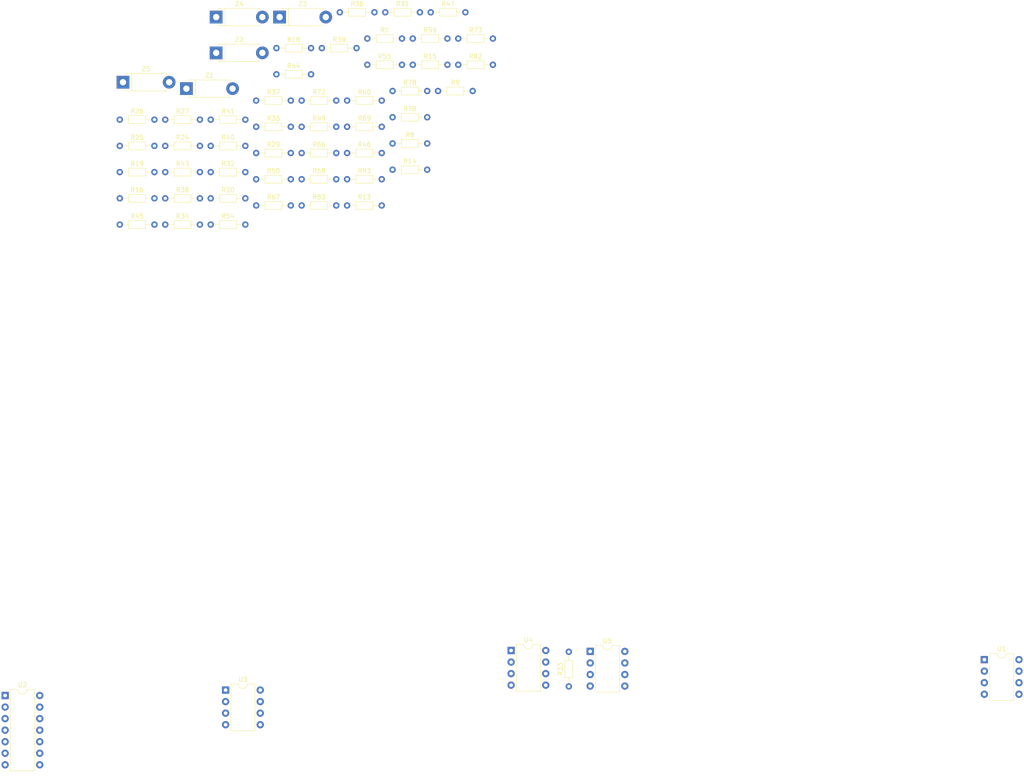
<source format=kicad_pcb>
(kicad_pcb (version 20171130) (host pcbnew "(5.0.0-rc2-dev-249-g620c2af35)")

  (general
    (thickness 1.6)
    (drawings 0)
    (tracks 0)
    (zones 0)
    (modules 58)
    (nets 76)
  )

  (page A4)
  (layers
    (0 F.Cu signal)
    (31 B.Cu signal)
    (32 B.Adhes user)
    (33 F.Adhes user)
    (34 B.Paste user)
    (35 F.Paste user)
    (36 B.SilkS user)
    (37 F.SilkS user)
    (38 B.Mask user)
    (39 F.Mask user)
    (40 Dwgs.User user)
    (41 Cmts.User user)
    (42 Eco1.User user)
    (43 Eco2.User user)
    (44 Edge.Cuts user)
    (45 Margin user)
    (46 B.CrtYd user)
    (47 F.CrtYd user)
    (48 B.Fab user)
    (49 F.Fab user)
  )

  (setup
    (last_trace_width 0.25)
    (trace_clearance 0.2)
    (zone_clearance 0.508)
    (zone_45_only no)
    (trace_min 0.2)
    (segment_width 0.2)
    (edge_width 0.15)
    (via_size 0.8)
    (via_drill 0.4)
    (via_min_size 0.4)
    (via_min_drill 0.3)
    (uvia_size 0.3)
    (uvia_drill 0.1)
    (uvias_allowed no)
    (uvia_min_size 0.2)
    (uvia_min_drill 0.1)
    (pcb_text_width 0.3)
    (pcb_text_size 1.5 1.5)
    (mod_edge_width 0.15)
    (mod_text_size 1 1)
    (mod_text_width 0.15)
    (pad_size 1.524 1.524)
    (pad_drill 0.762)
    (pad_to_mask_clearance 0.2)
    (aux_axis_origin 0 0)
    (visible_elements FFFFFF7F)
    (pcbplotparams
      (layerselection 0x010fc_ffffffff)
      (usegerberextensions false)
      (usegerberattributes false)
      (usegerberadvancedattributes false)
      (creategerberjobfile false)
      (excludeedgelayer true)
      (linewidth 0.100000)
      (plotframeref false)
      (viasonmask false)
      (mode 1)
      (useauxorigin false)
      (hpglpennumber 1)
      (hpglpenspeed 20)
      (hpglpendiameter 15)
      (psnegative false)
      (psa4output false)
      (plotreference true)
      (plotvalue true)
      (plotinvisibletext false)
      (padsonsilk false)
      (subtractmaskfromsilk false)
      (outputformat 1)
      (mirror false)
      (drillshape 1)
      (scaleselection 1)
      (outputdirectory ""))
  )

  (net 0 "")
  (net 1 "Net-(C31-Pad1)")
  (net 2 "Net-(C4-Pad2)")
  (net 3 "Net-(C38-Pad1)")
  (net 4 "Net-(C45-Pad1)")
  (net 5 Q1-Pin3)
  (net 6 U2-Pin7)
  (net 7 U3,4-Pin8)
  (net 8 U3-Pin3,7)
  (net 9 Q2-Pin2)
  (net 10 BIGNET1)
  (net 11 U4-Pin2)
  (net 12 Q11-Pin3)
  (net 13 U1,5-Pin3)
  (net 14 "Net-(C27-Pad1)")
  (net 15 "Net-(C15-Pad1)")
  (net 16 U3-Pin1)
  (net 17 U3-Pin6)
  (net 18 U3-Pin5)
  (net 19 "Net-(R27-Pad2)")
  (net 20 Q2-Pin1)
  (net 21 Q3-Pin1)
  (net 22 "Net-(R31-Pad1)")
  (net 23 "Net-(Q3-Pad2)")
  (net 24 Q3-Pin3)
  (net 25 Q4-Pin3)
  (net 26 U5-Pin7,8)
  (net 27 "Net-(C17-Pad1)")
  (net 28 U1-Pin6)
  (net 29 U1-Pin7)
  (net 30 U2-Pin5)
  (net 31 J1-Pin2)
  (net 32 U2-Pin11)
  (net 33 U2-Pin6)
  (net 34 U2-Pin10)
  (net 35 J1-Pin3)
  (net 36 "Net-(C14-Pad2)")
  (net 37 "Net-(C25-Pad1)")
  (net 38 Q7-Pin2)
  (net 39 "Net-(D7-Pad2)")
  (net 40 "Net-(D6-Pad2)")
  (net 41 Q4-Pin1)
  (net 42 "Net-(R54-Pad1)")
  (net 43 Q5-Pin2)
  (net 44 "Net-(C39-Pad2)")
  (net 45 "Net-(C53-Pad1)")
  (net 46 Q11-Pin2)
  (net 47 Q5-Pin1)
  (net 48 "Net-(C42-Pad2)")
  (net 49 "Net-(C46-Pad2)")
  (net 50 "Net-(C56-Pad2)")
  (net 51 "Net-(C30-Pad1)")
  (net 52 Q14,Q15-Base)
  (net 53 Q16,Q17-Base)
  (net 54 WP7)
  (net 55 "Net-(D5-Pad2)")
  (net 56 "Net-(C16-Pad1)")
  (net 57 "Net-(U1-Pad8)")
  (net 58 "Net-(U1-Pad4)")
  (net 59 "Net-(U1-Pad2)")
  (net 60 U1-Pin5)
  (net 61 "Net-(U1-Pad1)")
  (net 62 "Net-(U2-Pad13)")
  (net 63 "Net-(U2-Pad12)")
  (net 64 "Net-(U2-Pad3)")
  (net 65 U2-Pin8,9)
  (net 66 "Net-(U2-Pad2)")
  (net 67 "Net-(U2-Pad1)")
  (net 68 "Net-(U4-Pad1)")
  (net 69 "Net-(U4-Pad5)")
  (net 70 U4-Pin6)
  (net 71 "Net-(U5-Pad1)")
  (net 72 U5-Pin5)
  (net 73 "Net-(U5-Pad4)")
  (net 74 WP2)
  (net 75 "Net-(C37-Pad2)")

  (net_class Default "This is the default net class."
    (clearance 0.2)
    (trace_width 0.25)
    (via_dia 0.8)
    (via_drill 0.4)
    (uvia_dia 0.3)
    (uvia_drill 0.1)
    (add_net BIGNET1)
    (add_net J1-Pin2)
    (add_net J1-Pin3)
    (add_net "Net-(C14-Pad2)")
    (add_net "Net-(C15-Pad1)")
    (add_net "Net-(C16-Pad1)")
    (add_net "Net-(C17-Pad1)")
    (add_net "Net-(C25-Pad1)")
    (add_net "Net-(C27-Pad1)")
    (add_net "Net-(C30-Pad1)")
    (add_net "Net-(C31-Pad1)")
    (add_net "Net-(C37-Pad2)")
    (add_net "Net-(C38-Pad1)")
    (add_net "Net-(C39-Pad2)")
    (add_net "Net-(C4-Pad2)")
    (add_net "Net-(C42-Pad2)")
    (add_net "Net-(C45-Pad1)")
    (add_net "Net-(C46-Pad2)")
    (add_net "Net-(C53-Pad1)")
    (add_net "Net-(C56-Pad2)")
    (add_net "Net-(D5-Pad2)")
    (add_net "Net-(D6-Pad2)")
    (add_net "Net-(D7-Pad2)")
    (add_net "Net-(Q3-Pad2)")
    (add_net "Net-(R27-Pad2)")
    (add_net "Net-(R31-Pad1)")
    (add_net "Net-(R54-Pad1)")
    (add_net "Net-(U1-Pad1)")
    (add_net "Net-(U1-Pad2)")
    (add_net "Net-(U1-Pad4)")
    (add_net "Net-(U1-Pad8)")
    (add_net "Net-(U2-Pad1)")
    (add_net "Net-(U2-Pad12)")
    (add_net "Net-(U2-Pad13)")
    (add_net "Net-(U2-Pad2)")
    (add_net "Net-(U2-Pad3)")
    (add_net "Net-(U4-Pad1)")
    (add_net "Net-(U4-Pad5)")
    (add_net "Net-(U5-Pad1)")
    (add_net "Net-(U5-Pad4)")
    (add_net Q1-Pin3)
    (add_net Q11-Pin2)
    (add_net Q11-Pin3)
    (add_net Q14,Q15-Base)
    (add_net Q16,Q17-Base)
    (add_net Q2-Pin1)
    (add_net Q2-Pin2)
    (add_net Q3-Pin1)
    (add_net Q3-Pin3)
    (add_net Q4-Pin1)
    (add_net Q4-Pin3)
    (add_net Q5-Pin1)
    (add_net Q5-Pin2)
    (add_net Q7-Pin2)
    (add_net U1,5-Pin3)
    (add_net U1-Pin5)
    (add_net U1-Pin6)
    (add_net U1-Pin7)
    (add_net U2-Pin10)
    (add_net U2-Pin11)
    (add_net U2-Pin5)
    (add_net U2-Pin6)
    (add_net U2-Pin7)
    (add_net U2-Pin8,9)
    (add_net U3,4-Pin8)
    (add_net U3-Pin1)
    (add_net U3-Pin3,7)
    (add_net U3-Pin5)
    (add_net U3-Pin6)
    (add_net U4-Pin2)
    (add_net U4-Pin6)
    (add_net U5-Pin5)
    (add_net U5-Pin7,8)
    (add_net WP2)
    (add_net WP7)
  )

  (module Resistors_THT:R_Axial_DIN0204_L3.6mm_D1.6mm_P7.62mm_Horizontal (layer F.Cu) (tedit 5874F706) (tstamp 5B4E68A6)
    (at 114.475001 -85.8125)
    (descr "Resistor, Axial_DIN0204 series, Axial, Horizontal, pin pitch=7.62mm, 0.16666666666666666W = 1/6W, length*diameter=3.6*1.6mm^2, http://cdn-reichelt.de/documents/datenblatt/B400/1_4W%23YAG.pdf")
    (tags "Resistor Axial_DIN0204 series Axial Horizontal pin pitch 7.62mm 0.16666666666666666W = 1/6W length 3.6mm diameter 1.6mm")
    (path /5B4E049D)
    (fp_text reference R1 (at 3.81 -1.86) (layer F.SilkS)
      (effects (font (size 1 1) (thickness 0.15)))
    )
    (fp_text value R (at 3.81 1.86) (layer F.Fab)
      (effects (font (size 1 1) (thickness 0.15)))
    )
    (fp_line (start 8.6 -1.15) (end -0.95 -1.15) (layer F.CrtYd) (width 0.05))
    (fp_line (start 8.6 1.15) (end 8.6 -1.15) (layer F.CrtYd) (width 0.05))
    (fp_line (start -0.95 1.15) (end 8.6 1.15) (layer F.CrtYd) (width 0.05))
    (fp_line (start -0.95 -1.15) (end -0.95 1.15) (layer F.CrtYd) (width 0.05))
    (fp_line (start 6.74 0) (end 5.67 0) (layer F.SilkS) (width 0.12))
    (fp_line (start 0.88 0) (end 1.95 0) (layer F.SilkS) (width 0.12))
    (fp_line (start 5.67 -0.86) (end 1.95 -0.86) (layer F.SilkS) (width 0.12))
    (fp_line (start 5.67 0.86) (end 5.67 -0.86) (layer F.SilkS) (width 0.12))
    (fp_line (start 1.95 0.86) (end 5.67 0.86) (layer F.SilkS) (width 0.12))
    (fp_line (start 1.95 -0.86) (end 1.95 0.86) (layer F.SilkS) (width 0.12))
    (fp_line (start 7.62 0) (end 5.61 0) (layer F.Fab) (width 0.1))
    (fp_line (start 0 0) (end 2.01 0) (layer F.Fab) (width 0.1))
    (fp_line (start 5.61 -0.8) (end 2.01 -0.8) (layer F.Fab) (width 0.1))
    (fp_line (start 5.61 0.8) (end 5.61 -0.8) (layer F.Fab) (width 0.1))
    (fp_line (start 2.01 0.8) (end 5.61 0.8) (layer F.Fab) (width 0.1))
    (fp_line (start 2.01 -0.8) (end 2.01 0.8) (layer F.Fab) (width 0.1))
    (pad 2 thru_hole oval (at 7.62 0) (size 1.4 1.4) (drill 0.7) (layers *.Cu *.Mask)
      (net 1 "Net-(C31-Pad1)"))
    (pad 1 thru_hole circle (at 0 0) (size 1.4 1.4) (drill 0.7) (layers *.Cu *.Mask)
      (net 2 "Net-(C4-Pad2)"))
    (model ${KISYS3DMOD}/Resistors_THT.3dshapes/R_Axial_DIN0204_L3.6mm_D1.6mm_P7.62mm_Horizontal.wrl
      (at (xyz 0 0 0))
      (scale (xyz 0.393701 0.393701 0.393701))
      (rotate (xyz 0 0 0))
    )
  )

  (module Resistors_THT:R_Axial_DIN0204_L3.6mm_D1.6mm_P7.62mm_Horizontal (layer F.Cu) (tedit 5874F706) (tstamp 5B4E68BC)
    (at 120.025001 -62.7325)
    (descr "Resistor, Axial_DIN0204 series, Axial, Horizontal, pin pitch=7.62mm, 0.16666666666666666W = 1/6W, length*diameter=3.6*1.6mm^2, http://cdn-reichelt.de/documents/datenblatt/B400/1_4W%23YAG.pdf")
    (tags "Resistor Axial_DIN0204 series Axial Horizontal pin pitch 7.62mm 0.16666666666666666W = 1/6W length 3.6mm diameter 1.6mm")
    (path /5B9C0E9C)
    (fp_text reference R8 (at 3.81 -1.86) (layer F.SilkS)
      (effects (font (size 1 1) (thickness 0.15)))
    )
    (fp_text value R (at 3.81 1.86) (layer F.Fab)
      (effects (font (size 1 1) (thickness 0.15)))
    )
    (fp_line (start 8.6 -1.15) (end -0.95 -1.15) (layer F.CrtYd) (width 0.05))
    (fp_line (start 8.6 1.15) (end 8.6 -1.15) (layer F.CrtYd) (width 0.05))
    (fp_line (start -0.95 1.15) (end 8.6 1.15) (layer F.CrtYd) (width 0.05))
    (fp_line (start -0.95 -1.15) (end -0.95 1.15) (layer F.CrtYd) (width 0.05))
    (fp_line (start 6.74 0) (end 5.67 0) (layer F.SilkS) (width 0.12))
    (fp_line (start 0.88 0) (end 1.95 0) (layer F.SilkS) (width 0.12))
    (fp_line (start 5.67 -0.86) (end 1.95 -0.86) (layer F.SilkS) (width 0.12))
    (fp_line (start 5.67 0.86) (end 5.67 -0.86) (layer F.SilkS) (width 0.12))
    (fp_line (start 1.95 0.86) (end 5.67 0.86) (layer F.SilkS) (width 0.12))
    (fp_line (start 1.95 -0.86) (end 1.95 0.86) (layer F.SilkS) (width 0.12))
    (fp_line (start 7.62 0) (end 5.61 0) (layer F.Fab) (width 0.1))
    (fp_line (start 0 0) (end 2.01 0) (layer F.Fab) (width 0.1))
    (fp_line (start 5.61 -0.8) (end 2.01 -0.8) (layer F.Fab) (width 0.1))
    (fp_line (start 5.61 0.8) (end 5.61 -0.8) (layer F.Fab) (width 0.1))
    (fp_line (start 2.01 0.8) (end 5.61 0.8) (layer F.Fab) (width 0.1))
    (fp_line (start 2.01 -0.8) (end 2.01 0.8) (layer F.Fab) (width 0.1))
    (pad 2 thru_hole oval (at 7.62 0) (size 1.4 1.4) (drill 0.7) (layers *.Cu *.Mask)
      (net 3 "Net-(C38-Pad1)"))
    (pad 1 thru_hole circle (at 0 0) (size 1.4 1.4) (drill 0.7) (layers *.Cu *.Mask)
      (net 4 "Net-(C45-Pad1)"))
    (model ${KISYS3DMOD}/Resistors_THT.3dshapes/R_Axial_DIN0204_L3.6mm_D1.6mm_P7.62mm_Horizontal.wrl
      (at (xyz 0 0 0))
      (scale (xyz 0.393701 0.393701 0.393701))
      (rotate (xyz 0 0 0))
    )
  )

  (module Resistors_THT:R_Axial_DIN0204_L3.6mm_D1.6mm_P7.62mm_Horizontal (layer F.Cu) (tedit 5874F706) (tstamp 5B4E68D2)
    (at 130.025001 -74.2725)
    (descr "Resistor, Axial_DIN0204 series, Axial, Horizontal, pin pitch=7.62mm, 0.16666666666666666W = 1/6W, length*diameter=3.6*1.6mm^2, http://cdn-reichelt.de/documents/datenblatt/B400/1_4W%23YAG.pdf")
    (tags "Resistor Axial_DIN0204 series Axial Horizontal pin pitch 7.62mm 0.16666666666666666W = 1/6W length 3.6mm diameter 1.6mm")
    (path /5B5ED65F)
    (fp_text reference R9 (at 3.81 -1.86) (layer F.SilkS)
      (effects (font (size 1 1) (thickness 0.15)))
    )
    (fp_text value R (at 3.81 1.86) (layer F.Fab)
      (effects (font (size 1 1) (thickness 0.15)))
    )
    (fp_line (start 2.01 -0.8) (end 2.01 0.8) (layer F.Fab) (width 0.1))
    (fp_line (start 2.01 0.8) (end 5.61 0.8) (layer F.Fab) (width 0.1))
    (fp_line (start 5.61 0.8) (end 5.61 -0.8) (layer F.Fab) (width 0.1))
    (fp_line (start 5.61 -0.8) (end 2.01 -0.8) (layer F.Fab) (width 0.1))
    (fp_line (start 0 0) (end 2.01 0) (layer F.Fab) (width 0.1))
    (fp_line (start 7.62 0) (end 5.61 0) (layer F.Fab) (width 0.1))
    (fp_line (start 1.95 -0.86) (end 1.95 0.86) (layer F.SilkS) (width 0.12))
    (fp_line (start 1.95 0.86) (end 5.67 0.86) (layer F.SilkS) (width 0.12))
    (fp_line (start 5.67 0.86) (end 5.67 -0.86) (layer F.SilkS) (width 0.12))
    (fp_line (start 5.67 -0.86) (end 1.95 -0.86) (layer F.SilkS) (width 0.12))
    (fp_line (start 0.88 0) (end 1.95 0) (layer F.SilkS) (width 0.12))
    (fp_line (start 6.74 0) (end 5.67 0) (layer F.SilkS) (width 0.12))
    (fp_line (start -0.95 -1.15) (end -0.95 1.15) (layer F.CrtYd) (width 0.05))
    (fp_line (start -0.95 1.15) (end 8.6 1.15) (layer F.CrtYd) (width 0.05))
    (fp_line (start 8.6 1.15) (end 8.6 -1.15) (layer F.CrtYd) (width 0.05))
    (fp_line (start 8.6 -1.15) (end -0.95 -1.15) (layer F.CrtYd) (width 0.05))
    (pad 1 thru_hole circle (at 0 0) (size 1.4 1.4) (drill 0.7) (layers *.Cu *.Mask)
      (net 5 Q1-Pin3))
    (pad 2 thru_hole oval (at 7.62 0) (size 1.4 1.4) (drill 0.7) (layers *.Cu *.Mask)
      (net 6 U2-Pin7))
    (model ${KISYS3DMOD}/Resistors_THT.3dshapes/R_Axial_DIN0204_L3.6mm_D1.6mm_P7.62mm_Horizontal.wrl
      (at (xyz 0 0 0))
      (scale (xyz 0.393701 0.393701 0.393701))
      (rotate (xyz 0 0 0))
    )
  )

  (module Resistors_THT:R_Axial_DIN0204_L3.6mm_D1.6mm_P7.62mm_Horizontal (layer F.Cu) (tedit 5874F706) (tstamp 5B4E68E8)
    (at 110.025001 -49.0925)
    (descr "Resistor, Axial_DIN0204 series, Axial, Horizontal, pin pitch=7.62mm, 0.16666666666666666W = 1/6W, length*diameter=3.6*1.6mm^2, http://cdn-reichelt.de/documents/datenblatt/B400/1_4W%23YAG.pdf")
    (tags "Resistor Axial_DIN0204 series Axial Horizontal pin pitch 7.62mm 0.16666666666666666W = 1/6W length 3.6mm diameter 1.6mm")
    (path /5B515F4F)
    (fp_text reference R13 (at 3.81 -1.86) (layer F.SilkS)
      (effects (font (size 1 1) (thickness 0.15)))
    )
    (fp_text value R (at 3.81 1.86) (layer F.Fab)
      (effects (font (size 1 1) (thickness 0.15)))
    )
    (fp_line (start 8.6 -1.15) (end -0.95 -1.15) (layer F.CrtYd) (width 0.05))
    (fp_line (start 8.6 1.15) (end 8.6 -1.15) (layer F.CrtYd) (width 0.05))
    (fp_line (start -0.95 1.15) (end 8.6 1.15) (layer F.CrtYd) (width 0.05))
    (fp_line (start -0.95 -1.15) (end -0.95 1.15) (layer F.CrtYd) (width 0.05))
    (fp_line (start 6.74 0) (end 5.67 0) (layer F.SilkS) (width 0.12))
    (fp_line (start 0.88 0) (end 1.95 0) (layer F.SilkS) (width 0.12))
    (fp_line (start 5.67 -0.86) (end 1.95 -0.86) (layer F.SilkS) (width 0.12))
    (fp_line (start 5.67 0.86) (end 5.67 -0.86) (layer F.SilkS) (width 0.12))
    (fp_line (start 1.95 0.86) (end 5.67 0.86) (layer F.SilkS) (width 0.12))
    (fp_line (start 1.95 -0.86) (end 1.95 0.86) (layer F.SilkS) (width 0.12))
    (fp_line (start 7.62 0) (end 5.61 0) (layer F.Fab) (width 0.1))
    (fp_line (start 0 0) (end 2.01 0) (layer F.Fab) (width 0.1))
    (fp_line (start 5.61 -0.8) (end 2.01 -0.8) (layer F.Fab) (width 0.1))
    (fp_line (start 5.61 0.8) (end 5.61 -0.8) (layer F.Fab) (width 0.1))
    (fp_line (start 2.01 0.8) (end 5.61 0.8) (layer F.Fab) (width 0.1))
    (fp_line (start 2.01 -0.8) (end 2.01 0.8) (layer F.Fab) (width 0.1))
    (pad 2 thru_hole oval (at 7.62 0) (size 1.4 1.4) (drill 0.7) (layers *.Cu *.Mask)
      (net 7 U3,4-Pin8))
    (pad 1 thru_hole circle (at 0 0) (size 1.4 1.4) (drill 0.7) (layers *.Cu *.Mask)
      (net 8 U3-Pin3,7))
    (model ${KISYS3DMOD}/Resistors_THT.3dshapes/R_Axial_DIN0204_L3.6mm_D1.6mm_P7.62mm_Horizontal.wrl
      (at (xyz 0 0 0))
      (scale (xyz 0.393701 0.393701 0.393701))
      (rotate (xyz 0 0 0))
    )
  )

  (module Resistors_THT:R_Axial_DIN0204_L3.6mm_D1.6mm_P7.62mm_Horizontal (layer F.Cu) (tedit 5874F706) (tstamp 5B4E68FE)
    (at 120.025001 -56.9625)
    (descr "Resistor, Axial_DIN0204 series, Axial, Horizontal, pin pitch=7.62mm, 0.16666666666666666W = 1/6W, length*diameter=3.6*1.6mm^2, http://cdn-reichelt.de/documents/datenblatt/B400/1_4W%23YAG.pdf")
    (tags "Resistor Axial_DIN0204 series Axial Horizontal pin pitch 7.62mm 0.16666666666666666W = 1/6W length 3.6mm diameter 1.6mm")
    (path /5B4E3401)
    (fp_text reference R14 (at 3.81 -1.86) (layer F.SilkS)
      (effects (font (size 1 1) (thickness 0.15)))
    )
    (fp_text value R (at 3.81 1.86) (layer F.Fab)
      (effects (font (size 1 1) (thickness 0.15)))
    )
    (fp_line (start 2.01 -0.8) (end 2.01 0.8) (layer F.Fab) (width 0.1))
    (fp_line (start 2.01 0.8) (end 5.61 0.8) (layer F.Fab) (width 0.1))
    (fp_line (start 5.61 0.8) (end 5.61 -0.8) (layer F.Fab) (width 0.1))
    (fp_line (start 5.61 -0.8) (end 2.01 -0.8) (layer F.Fab) (width 0.1))
    (fp_line (start 0 0) (end 2.01 0) (layer F.Fab) (width 0.1))
    (fp_line (start 7.62 0) (end 5.61 0) (layer F.Fab) (width 0.1))
    (fp_line (start 1.95 -0.86) (end 1.95 0.86) (layer F.SilkS) (width 0.12))
    (fp_line (start 1.95 0.86) (end 5.67 0.86) (layer F.SilkS) (width 0.12))
    (fp_line (start 5.67 0.86) (end 5.67 -0.86) (layer F.SilkS) (width 0.12))
    (fp_line (start 5.67 -0.86) (end 1.95 -0.86) (layer F.SilkS) (width 0.12))
    (fp_line (start 0.88 0) (end 1.95 0) (layer F.SilkS) (width 0.12))
    (fp_line (start 6.74 0) (end 5.67 0) (layer F.SilkS) (width 0.12))
    (fp_line (start -0.95 -1.15) (end -0.95 1.15) (layer F.CrtYd) (width 0.05))
    (fp_line (start -0.95 1.15) (end 8.6 1.15) (layer F.CrtYd) (width 0.05))
    (fp_line (start 8.6 1.15) (end 8.6 -1.15) (layer F.CrtYd) (width 0.05))
    (fp_line (start 8.6 -1.15) (end -0.95 -1.15) (layer F.CrtYd) (width 0.05))
    (pad 1 thru_hole circle (at 0 0) (size 1.4 1.4) (drill 0.7) (layers *.Cu *.Mask)
      (net 9 Q2-Pin2))
    (pad 2 thru_hole oval (at 7.62 0) (size 1.4 1.4) (drill 0.7) (layers *.Cu *.Mask)
      (net 2 "Net-(C4-Pad2)"))
    (model ${KISYS3DMOD}/Resistors_THT.3dshapes/R_Axial_DIN0204_L3.6mm_D1.6mm_P7.62mm_Horizontal.wrl
      (at (xyz 0 0 0))
      (scale (xyz 0.393701 0.393701 0.393701))
      (rotate (xyz 0 0 0))
    )
  )

  (module Resistors_THT:R_Axial_DIN0204_L3.6mm_D1.6mm_P7.62mm_Horizontal (layer F.Cu) (tedit 5874F706) (tstamp 5B4E6914)
    (at 124.475001 -80.0425)
    (descr "Resistor, Axial_DIN0204 series, Axial, Horizontal, pin pitch=7.62mm, 0.16666666666666666W = 1/6W, length*diameter=3.6*1.6mm^2, http://cdn-reichelt.de/documents/datenblatt/B400/1_4W%23YAG.pdf")
    (tags "Resistor Axial_DIN0204 series Axial Horizontal pin pitch 7.62mm 0.16666666666666666W = 1/6W length 3.6mm diameter 1.6mm")
    (path /5B4F5428)
    (fp_text reference R15 (at 3.81 -1.86) (layer F.SilkS)
      (effects (font (size 1 1) (thickness 0.15)))
    )
    (fp_text value R (at 3.81 1.86) (layer F.Fab)
      (effects (font (size 1 1) (thickness 0.15)))
    )
    (fp_line (start 2.01 -0.8) (end 2.01 0.8) (layer F.Fab) (width 0.1))
    (fp_line (start 2.01 0.8) (end 5.61 0.8) (layer F.Fab) (width 0.1))
    (fp_line (start 5.61 0.8) (end 5.61 -0.8) (layer F.Fab) (width 0.1))
    (fp_line (start 5.61 -0.8) (end 2.01 -0.8) (layer F.Fab) (width 0.1))
    (fp_line (start 0 0) (end 2.01 0) (layer F.Fab) (width 0.1))
    (fp_line (start 7.62 0) (end 5.61 0) (layer F.Fab) (width 0.1))
    (fp_line (start 1.95 -0.86) (end 1.95 0.86) (layer F.SilkS) (width 0.12))
    (fp_line (start 1.95 0.86) (end 5.67 0.86) (layer F.SilkS) (width 0.12))
    (fp_line (start 5.67 0.86) (end 5.67 -0.86) (layer F.SilkS) (width 0.12))
    (fp_line (start 5.67 -0.86) (end 1.95 -0.86) (layer F.SilkS) (width 0.12))
    (fp_line (start 0.88 0) (end 1.95 0) (layer F.SilkS) (width 0.12))
    (fp_line (start 6.74 0) (end 5.67 0) (layer F.SilkS) (width 0.12))
    (fp_line (start -0.95 -1.15) (end -0.95 1.15) (layer F.CrtYd) (width 0.05))
    (fp_line (start -0.95 1.15) (end 8.6 1.15) (layer F.CrtYd) (width 0.05))
    (fp_line (start 8.6 1.15) (end 8.6 -1.15) (layer F.CrtYd) (width 0.05))
    (fp_line (start 8.6 -1.15) (end -0.95 -1.15) (layer F.CrtYd) (width 0.05))
    (pad 1 thru_hole circle (at 0 0) (size 1.4 1.4) (drill 0.7) (layers *.Cu *.Mask)
      (net 10 BIGNET1))
    (pad 2 thru_hole oval (at 7.62 0) (size 1.4 1.4) (drill 0.7) (layers *.Cu *.Mask)
      (net 11 U4-Pin2))
    (model ${KISYS3DMOD}/Resistors_THT.3dshapes/R_Axial_DIN0204_L3.6mm_D1.6mm_P7.62mm_Horizontal.wrl
      (at (xyz 0 0 0))
      (scale (xyz 0.393701 0.393701 0.393701))
      (rotate (xyz 0 0 0))
    )
  )

  (module Resistors_THT:R_Axial_DIN0204_L3.6mm_D1.6mm_P7.62mm_Horizontal (layer F.Cu) (tedit 5874F706) (tstamp 5B4E692A)
    (at 60.025001 -50.6625)
    (descr "Resistor, Axial_DIN0204 series, Axial, Horizontal, pin pitch=7.62mm, 0.16666666666666666W = 1/6W, length*diameter=3.6*1.6mm^2, http://cdn-reichelt.de/documents/datenblatt/B400/1_4W%23YAG.pdf")
    (tags "Resistor Axial_DIN0204 series Axial Horizontal pin pitch 7.62mm 0.16666666666666666W = 1/6W length 3.6mm diameter 1.6mm")
    (path /5B4F402D)
    (fp_text reference R16 (at 3.81 -1.86) (layer F.SilkS)
      (effects (font (size 1 1) (thickness 0.15)))
    )
    (fp_text value R (at 3.81 1.86) (layer F.Fab)
      (effects (font (size 1 1) (thickness 0.15)))
    )
    (fp_line (start 8.6 -1.15) (end -0.95 -1.15) (layer F.CrtYd) (width 0.05))
    (fp_line (start 8.6 1.15) (end 8.6 -1.15) (layer F.CrtYd) (width 0.05))
    (fp_line (start -0.95 1.15) (end 8.6 1.15) (layer F.CrtYd) (width 0.05))
    (fp_line (start -0.95 -1.15) (end -0.95 1.15) (layer F.CrtYd) (width 0.05))
    (fp_line (start 6.74 0) (end 5.67 0) (layer F.SilkS) (width 0.12))
    (fp_line (start 0.88 0) (end 1.95 0) (layer F.SilkS) (width 0.12))
    (fp_line (start 5.67 -0.86) (end 1.95 -0.86) (layer F.SilkS) (width 0.12))
    (fp_line (start 5.67 0.86) (end 5.67 -0.86) (layer F.SilkS) (width 0.12))
    (fp_line (start 1.95 0.86) (end 5.67 0.86) (layer F.SilkS) (width 0.12))
    (fp_line (start 1.95 -0.86) (end 1.95 0.86) (layer F.SilkS) (width 0.12))
    (fp_line (start 7.62 0) (end 5.61 0) (layer F.Fab) (width 0.1))
    (fp_line (start 0 0) (end 2.01 0) (layer F.Fab) (width 0.1))
    (fp_line (start 5.61 -0.8) (end 2.01 -0.8) (layer F.Fab) (width 0.1))
    (fp_line (start 5.61 0.8) (end 5.61 -0.8) (layer F.Fab) (width 0.1))
    (fp_line (start 2.01 0.8) (end 5.61 0.8) (layer F.Fab) (width 0.1))
    (fp_line (start 2.01 -0.8) (end 2.01 0.8) (layer F.Fab) (width 0.1))
    (pad 2 thru_hole oval (at 7.62 0) (size 1.4 1.4) (drill 0.7) (layers *.Cu *.Mask)
      (net 12 Q11-Pin3))
    (pad 1 thru_hole circle (at 0 0) (size 1.4 1.4) (drill 0.7) (layers *.Cu *.Mask)
      (net 11 U4-Pin2))
    (model ${KISYS3DMOD}/Resistors_THT.3dshapes/R_Axial_DIN0204_L3.6mm_D1.6mm_P7.62mm_Horizontal.wrl
      (at (xyz 0 0 0))
      (scale (xyz 0.393701 0.393701 0.393701))
      (rotate (xyz 0 0 0))
    )
  )

  (module Resistors_THT:R_Axial_DIN0204_L3.6mm_D1.6mm_P7.62mm_Horizontal (layer F.Cu) (tedit 5874F706) (tstamp 5B4E6940)
    (at 94.475001 -83.7125)
    (descr "Resistor, Axial_DIN0204 series, Axial, Horizontal, pin pitch=7.62mm, 0.16666666666666666W = 1/6W, length*diameter=3.6*1.6mm^2, http://cdn-reichelt.de/documents/datenblatt/B400/1_4W%23YAG.pdf")
    (tags "Resistor Axial_DIN0204 series Axial Horizontal pin pitch 7.62mm 0.16666666666666666W = 1/6W length 3.6mm diameter 1.6mm")
    (path /5B61A8C1)
    (fp_text reference R18 (at 3.81 -1.86) (layer F.SilkS)
      (effects (font (size 1 1) (thickness 0.15)))
    )
    (fp_text value R (at 3.81 1.86) (layer F.Fab)
      (effects (font (size 1 1) (thickness 0.15)))
    )
    (fp_line (start 2.01 -0.8) (end 2.01 0.8) (layer F.Fab) (width 0.1))
    (fp_line (start 2.01 0.8) (end 5.61 0.8) (layer F.Fab) (width 0.1))
    (fp_line (start 5.61 0.8) (end 5.61 -0.8) (layer F.Fab) (width 0.1))
    (fp_line (start 5.61 -0.8) (end 2.01 -0.8) (layer F.Fab) (width 0.1))
    (fp_line (start 0 0) (end 2.01 0) (layer F.Fab) (width 0.1))
    (fp_line (start 7.62 0) (end 5.61 0) (layer F.Fab) (width 0.1))
    (fp_line (start 1.95 -0.86) (end 1.95 0.86) (layer F.SilkS) (width 0.12))
    (fp_line (start 1.95 0.86) (end 5.67 0.86) (layer F.SilkS) (width 0.12))
    (fp_line (start 5.67 0.86) (end 5.67 -0.86) (layer F.SilkS) (width 0.12))
    (fp_line (start 5.67 -0.86) (end 1.95 -0.86) (layer F.SilkS) (width 0.12))
    (fp_line (start 0.88 0) (end 1.95 0) (layer F.SilkS) (width 0.12))
    (fp_line (start 6.74 0) (end 5.67 0) (layer F.SilkS) (width 0.12))
    (fp_line (start -0.95 -1.15) (end -0.95 1.15) (layer F.CrtYd) (width 0.05))
    (fp_line (start -0.95 1.15) (end 8.6 1.15) (layer F.CrtYd) (width 0.05))
    (fp_line (start 8.6 1.15) (end 8.6 -1.15) (layer F.CrtYd) (width 0.05))
    (fp_line (start 8.6 -1.15) (end -0.95 -1.15) (layer F.CrtYd) (width 0.05))
    (pad 1 thru_hole circle (at 0 0) (size 1.4 1.4) (drill 0.7) (layers *.Cu *.Mask)
      (net 13 U1,5-Pin3))
    (pad 2 thru_hole oval (at 7.62 0) (size 1.4 1.4) (drill 0.7) (layers *.Cu *.Mask)
      (net 7 U3,4-Pin8))
    (model ${KISYS3DMOD}/Resistors_THT.3dshapes/R_Axial_DIN0204_L3.6mm_D1.6mm_P7.62mm_Horizontal.wrl
      (at (xyz 0 0 0))
      (scale (xyz 0.393701 0.393701 0.393701))
      (rotate (xyz 0 0 0))
    )
  )

  (module Resistors_THT:R_Axial_DIN0204_L3.6mm_D1.6mm_P7.62mm_Horizontal (layer F.Cu) (tedit 5874F706) (tstamp 5B4E6956)
    (at 60.025001 -56.4325)
    (descr "Resistor, Axial_DIN0204 series, Axial, Horizontal, pin pitch=7.62mm, 0.16666666666666666W = 1/6W, length*diameter=3.6*1.6mm^2, http://cdn-reichelt.de/documents/datenblatt/B400/1_4W%23YAG.pdf")
    (tags "Resistor Axial_DIN0204 series Axial Horizontal pin pitch 7.62mm 0.16666666666666666W = 1/6W length 3.6mm diameter 1.6mm")
    (path /5C56A1D0)
    (fp_text reference R19 (at 3.81 -1.86) (layer F.SilkS)
      (effects (font (size 1 1) (thickness 0.15)))
    )
    (fp_text value R (at 3.81 1.86) (layer F.Fab)
      (effects (font (size 1 1) (thickness 0.15)))
    )
    (fp_line (start 2.01 -0.8) (end 2.01 0.8) (layer F.Fab) (width 0.1))
    (fp_line (start 2.01 0.8) (end 5.61 0.8) (layer F.Fab) (width 0.1))
    (fp_line (start 5.61 0.8) (end 5.61 -0.8) (layer F.Fab) (width 0.1))
    (fp_line (start 5.61 -0.8) (end 2.01 -0.8) (layer F.Fab) (width 0.1))
    (fp_line (start 0 0) (end 2.01 0) (layer F.Fab) (width 0.1))
    (fp_line (start 7.62 0) (end 5.61 0) (layer F.Fab) (width 0.1))
    (fp_line (start 1.95 -0.86) (end 1.95 0.86) (layer F.SilkS) (width 0.12))
    (fp_line (start 1.95 0.86) (end 5.67 0.86) (layer F.SilkS) (width 0.12))
    (fp_line (start 5.67 0.86) (end 5.67 -0.86) (layer F.SilkS) (width 0.12))
    (fp_line (start 5.67 -0.86) (end 1.95 -0.86) (layer F.SilkS) (width 0.12))
    (fp_line (start 0.88 0) (end 1.95 0) (layer F.SilkS) (width 0.12))
    (fp_line (start 6.74 0) (end 5.67 0) (layer F.SilkS) (width 0.12))
    (fp_line (start -0.95 -1.15) (end -0.95 1.15) (layer F.CrtYd) (width 0.05))
    (fp_line (start -0.95 1.15) (end 8.6 1.15) (layer F.CrtYd) (width 0.05))
    (fp_line (start 8.6 1.15) (end 8.6 -1.15) (layer F.CrtYd) (width 0.05))
    (fp_line (start 8.6 -1.15) (end -0.95 -1.15) (layer F.CrtYd) (width 0.05))
    (pad 1 thru_hole circle (at 0 0) (size 1.4 1.4) (drill 0.7) (layers *.Cu *.Mask)
      (net 14 "Net-(C27-Pad1)"))
    (pad 2 thru_hole oval (at 7.62 0) (size 1.4 1.4) (drill 0.7) (layers *.Cu *.Mask)
      (net 15 "Net-(C15-Pad1)"))
    (model ${KISYS3DMOD}/Resistors_THT.3dshapes/R_Axial_DIN0204_L3.6mm_D1.6mm_P7.62mm_Horizontal.wrl
      (at (xyz 0 0 0))
      (scale (xyz 0.393701 0.393701 0.393701))
      (rotate (xyz 0 0 0))
    )
  )

  (module Resistors_THT:R_Axial_DIN0204_L3.6mm_D1.6mm_P7.62mm_Horizontal (layer F.Cu) (tedit 5874F706) (tstamp 5B4E696C)
    (at 70.025001 -62.2025)
    (descr "Resistor, Axial_DIN0204 series, Axial, Horizontal, pin pitch=7.62mm, 0.16666666666666666W = 1/6W, length*diameter=3.6*1.6mm^2, http://cdn-reichelt.de/documents/datenblatt/B400/1_4W%23YAG.pdf")
    (tags "Resistor Axial_DIN0204 series Axial Horizontal pin pitch 7.62mm 0.16666666666666666W = 1/6W length 3.6mm diameter 1.6mm")
    (path /5B516154)
    (fp_text reference R24 (at 3.81 -1.86) (layer F.SilkS)
      (effects (font (size 1 1) (thickness 0.15)))
    )
    (fp_text value R (at 3.81 1.86) (layer F.Fab)
      (effects (font (size 1 1) (thickness 0.15)))
    )
    (fp_line (start 2.01 -0.8) (end 2.01 0.8) (layer F.Fab) (width 0.1))
    (fp_line (start 2.01 0.8) (end 5.61 0.8) (layer F.Fab) (width 0.1))
    (fp_line (start 5.61 0.8) (end 5.61 -0.8) (layer F.Fab) (width 0.1))
    (fp_line (start 5.61 -0.8) (end 2.01 -0.8) (layer F.Fab) (width 0.1))
    (fp_line (start 0 0) (end 2.01 0) (layer F.Fab) (width 0.1))
    (fp_line (start 7.62 0) (end 5.61 0) (layer F.Fab) (width 0.1))
    (fp_line (start 1.95 -0.86) (end 1.95 0.86) (layer F.SilkS) (width 0.12))
    (fp_line (start 1.95 0.86) (end 5.67 0.86) (layer F.SilkS) (width 0.12))
    (fp_line (start 5.67 0.86) (end 5.67 -0.86) (layer F.SilkS) (width 0.12))
    (fp_line (start 5.67 -0.86) (end 1.95 -0.86) (layer F.SilkS) (width 0.12))
    (fp_line (start 0.88 0) (end 1.95 0) (layer F.SilkS) (width 0.12))
    (fp_line (start 6.74 0) (end 5.67 0) (layer F.SilkS) (width 0.12))
    (fp_line (start -0.95 -1.15) (end -0.95 1.15) (layer F.CrtYd) (width 0.05))
    (fp_line (start -0.95 1.15) (end 8.6 1.15) (layer F.CrtYd) (width 0.05))
    (fp_line (start 8.6 1.15) (end 8.6 -1.15) (layer F.CrtYd) (width 0.05))
    (fp_line (start 8.6 -1.15) (end -0.95 -1.15) (layer F.CrtYd) (width 0.05))
    (pad 1 thru_hole circle (at 0 0) (size 1.4 1.4) (drill 0.7) (layers *.Cu *.Mask)
      (net 16 U3-Pin1))
    (pad 2 thru_hole oval (at 7.62 0) (size 1.4 1.4) (drill 0.7) (layers *.Cu *.Mask)
      (net 7 U3,4-Pin8))
    (model ${KISYS3DMOD}/Resistors_THT.3dshapes/R_Axial_DIN0204_L3.6mm_D1.6mm_P7.62mm_Horizontal.wrl
      (at (xyz 0 0 0))
      (scale (xyz 0.393701 0.393701 0.393701))
      (rotate (xyz 0 0 0))
    )
  )

  (module Resistors_THT:R_Axial_DIN0204_L3.6mm_D1.6mm_P7.62mm_Horizontal (layer F.Cu) (tedit 5874F706) (tstamp 5B4E6982)
    (at 60.025001 -62.2025)
    (descr "Resistor, Axial_DIN0204 series, Axial, Horizontal, pin pitch=7.62mm, 0.16666666666666666W = 1/6W, length*diameter=3.6*1.6mm^2, http://cdn-reichelt.de/documents/datenblatt/B400/1_4W%23YAG.pdf")
    (tags "Resistor Axial_DIN0204 series Axial Horizontal pin pitch 7.62mm 0.16666666666666666W = 1/6W length 3.6mm diameter 1.6mm")
    (path /5B51CBF7)
    (fp_text reference R25 (at 3.81 -1.86) (layer F.SilkS)
      (effects (font (size 1 1) (thickness 0.15)))
    )
    (fp_text value R (at 3.81 1.86) (layer F.Fab)
      (effects (font (size 1 1) (thickness 0.15)))
    )
    (fp_line (start 2.01 -0.8) (end 2.01 0.8) (layer F.Fab) (width 0.1))
    (fp_line (start 2.01 0.8) (end 5.61 0.8) (layer F.Fab) (width 0.1))
    (fp_line (start 5.61 0.8) (end 5.61 -0.8) (layer F.Fab) (width 0.1))
    (fp_line (start 5.61 -0.8) (end 2.01 -0.8) (layer F.Fab) (width 0.1))
    (fp_line (start 0 0) (end 2.01 0) (layer F.Fab) (width 0.1))
    (fp_line (start 7.62 0) (end 5.61 0) (layer F.Fab) (width 0.1))
    (fp_line (start 1.95 -0.86) (end 1.95 0.86) (layer F.SilkS) (width 0.12))
    (fp_line (start 1.95 0.86) (end 5.67 0.86) (layer F.SilkS) (width 0.12))
    (fp_line (start 5.67 0.86) (end 5.67 -0.86) (layer F.SilkS) (width 0.12))
    (fp_line (start 5.67 -0.86) (end 1.95 -0.86) (layer F.SilkS) (width 0.12))
    (fp_line (start 0.88 0) (end 1.95 0) (layer F.SilkS) (width 0.12))
    (fp_line (start 6.74 0) (end 5.67 0) (layer F.SilkS) (width 0.12))
    (fp_line (start -0.95 -1.15) (end -0.95 1.15) (layer F.CrtYd) (width 0.05))
    (fp_line (start -0.95 1.15) (end 8.6 1.15) (layer F.CrtYd) (width 0.05))
    (fp_line (start 8.6 1.15) (end 8.6 -1.15) (layer F.CrtYd) (width 0.05))
    (fp_line (start 8.6 -1.15) (end -0.95 -1.15) (layer F.CrtYd) (width 0.05))
    (pad 1 thru_hole circle (at 0 0) (size 1.4 1.4) (drill 0.7) (layers *.Cu *.Mask)
      (net 17 U3-Pin6))
    (pad 2 thru_hole oval (at 7.62 0) (size 1.4 1.4) (drill 0.7) (layers *.Cu *.Mask)
      (net 8 U3-Pin3,7))
    (model ${KISYS3DMOD}/Resistors_THT.3dshapes/R_Axial_DIN0204_L3.6mm_D1.6mm_P7.62mm_Horizontal.wrl
      (at (xyz 0 0 0))
      (scale (xyz 0.393701 0.393701 0.393701))
      (rotate (xyz 0 0 0))
    )
  )

  (module Resistors_THT:R_Axial_DIN0204_L3.6mm_D1.6mm_P7.62mm_Horizontal (layer F.Cu) (tedit 5874F706) (tstamp 5B4E77EA)
    (at 60.025001 -67.9725)
    (descr "Resistor, Axial_DIN0204 series, Axial, Horizontal, pin pitch=7.62mm, 0.16666666666666666W = 1/6W, length*diameter=3.6*1.6mm^2, http://cdn-reichelt.de/documents/datenblatt/B400/1_4W%23YAG.pdf")
    (tags "Resistor Axial_DIN0204 series Axial Horizontal pin pitch 7.62mm 0.16666666666666666W = 1/6W length 3.6mm diameter 1.6mm")
    (path /5B522264)
    (fp_text reference R26 (at 3.81 -1.86) (layer F.SilkS)
      (effects (font (size 1 1) (thickness 0.15)))
    )
    (fp_text value R (at 3.81 1.86) (layer F.Fab)
      (effects (font (size 1 1) (thickness 0.15)))
    )
    (fp_line (start 2.01 -0.8) (end 2.01 0.8) (layer F.Fab) (width 0.1))
    (fp_line (start 2.01 0.8) (end 5.61 0.8) (layer F.Fab) (width 0.1))
    (fp_line (start 5.61 0.8) (end 5.61 -0.8) (layer F.Fab) (width 0.1))
    (fp_line (start 5.61 -0.8) (end 2.01 -0.8) (layer F.Fab) (width 0.1))
    (fp_line (start 0 0) (end 2.01 0) (layer F.Fab) (width 0.1))
    (fp_line (start 7.62 0) (end 5.61 0) (layer F.Fab) (width 0.1))
    (fp_line (start 1.95 -0.86) (end 1.95 0.86) (layer F.SilkS) (width 0.12))
    (fp_line (start 1.95 0.86) (end 5.67 0.86) (layer F.SilkS) (width 0.12))
    (fp_line (start 5.67 0.86) (end 5.67 -0.86) (layer F.SilkS) (width 0.12))
    (fp_line (start 5.67 -0.86) (end 1.95 -0.86) (layer F.SilkS) (width 0.12))
    (fp_line (start 0.88 0) (end 1.95 0) (layer F.SilkS) (width 0.12))
    (fp_line (start 6.74 0) (end 5.67 0) (layer F.SilkS) (width 0.12))
    (fp_line (start -0.95 -1.15) (end -0.95 1.15) (layer F.CrtYd) (width 0.05))
    (fp_line (start -0.95 1.15) (end 8.6 1.15) (layer F.CrtYd) (width 0.05))
    (fp_line (start 8.6 1.15) (end 8.6 -1.15) (layer F.CrtYd) (width 0.05))
    (fp_line (start 8.6 -1.15) (end -0.95 -1.15) (layer F.CrtYd) (width 0.05))
    (pad 1 thru_hole circle (at 0 0) (size 1.4 1.4) (drill 0.7) (layers *.Cu *.Mask)
      (net 18 U3-Pin5))
    (pad 2 thru_hole oval (at 7.62 0) (size 1.4 1.4) (drill 0.7) (layers *.Cu *.Mask)
      (net 8 U3-Pin3,7))
    (model ${KISYS3DMOD}/Resistors_THT.3dshapes/R_Axial_DIN0204_L3.6mm_D1.6mm_P7.62mm_Horizontal.wrl
      (at (xyz 0 0 0))
      (scale (xyz 0.393701 0.393701 0.393701))
      (rotate (xyz 0 0 0))
    )
  )

  (module Resistors_THT:R_Axial_DIN0204_L3.6mm_D1.6mm_P7.62mm_Horizontal (layer F.Cu) (tedit 5874F706) (tstamp 5B4E69AE)
    (at 70.025001 -67.9725)
    (descr "Resistor, Axial_DIN0204 series, Axial, Horizontal, pin pitch=7.62mm, 0.16666666666666666W = 1/6W, length*diameter=3.6*1.6mm^2, http://cdn-reichelt.de/documents/datenblatt/B400/1_4W%23YAG.pdf")
    (tags "Resistor Axial_DIN0204 series Axial Horizontal pin pitch 7.62mm 0.16666666666666666W = 1/6W length 3.6mm diameter 1.6mm")
    (path /5B75EEF1)
    (fp_text reference R27 (at 3.81 -1.86) (layer F.SilkS)
      (effects (font (size 1 1) (thickness 0.15)))
    )
    (fp_text value R (at 3.81 1.86) (layer F.Fab)
      (effects (font (size 1 1) (thickness 0.15)))
    )
    (fp_line (start 8.6 -1.15) (end -0.95 -1.15) (layer F.CrtYd) (width 0.05))
    (fp_line (start 8.6 1.15) (end 8.6 -1.15) (layer F.CrtYd) (width 0.05))
    (fp_line (start -0.95 1.15) (end 8.6 1.15) (layer F.CrtYd) (width 0.05))
    (fp_line (start -0.95 -1.15) (end -0.95 1.15) (layer F.CrtYd) (width 0.05))
    (fp_line (start 6.74 0) (end 5.67 0) (layer F.SilkS) (width 0.12))
    (fp_line (start 0.88 0) (end 1.95 0) (layer F.SilkS) (width 0.12))
    (fp_line (start 5.67 -0.86) (end 1.95 -0.86) (layer F.SilkS) (width 0.12))
    (fp_line (start 5.67 0.86) (end 5.67 -0.86) (layer F.SilkS) (width 0.12))
    (fp_line (start 1.95 0.86) (end 5.67 0.86) (layer F.SilkS) (width 0.12))
    (fp_line (start 1.95 -0.86) (end 1.95 0.86) (layer F.SilkS) (width 0.12))
    (fp_line (start 7.62 0) (end 5.61 0) (layer F.Fab) (width 0.1))
    (fp_line (start 0 0) (end 2.01 0) (layer F.Fab) (width 0.1))
    (fp_line (start 5.61 -0.8) (end 2.01 -0.8) (layer F.Fab) (width 0.1))
    (fp_line (start 5.61 0.8) (end 5.61 -0.8) (layer F.Fab) (width 0.1))
    (fp_line (start 2.01 0.8) (end 5.61 0.8) (layer F.Fab) (width 0.1))
    (fp_line (start 2.01 -0.8) (end 2.01 0.8) (layer F.Fab) (width 0.1))
    (pad 2 thru_hole oval (at 7.62 0) (size 1.4 1.4) (drill 0.7) (layers *.Cu *.Mask)
      (net 19 "Net-(R27-Pad2)"))
    (pad 1 thru_hole circle (at 0 0) (size 1.4 1.4) (drill 0.7) (layers *.Cu *.Mask)
      (net 20 Q2-Pin1))
    (model ${KISYS3DMOD}/Resistors_THT.3dshapes/R_Axial_DIN0204_L3.6mm_D1.6mm_P7.62mm_Horizontal.wrl
      (at (xyz 0 0 0))
      (scale (xyz 0.393701 0.393701 0.393701))
      (rotate (xyz 0 0 0))
    )
  )

  (module Resistors_THT:R_Axial_DIN0204_L3.6mm_D1.6mm_P7.62mm_Horizontal (layer F.Cu) (tedit 5874F706) (tstamp 5B4E69C4)
    (at 90.025001 -60.6325)
    (descr "Resistor, Axial_DIN0204 series, Axial, Horizontal, pin pitch=7.62mm, 0.16666666666666666W = 1/6W, length*diameter=3.6*1.6mm^2, http://cdn-reichelt.de/documents/datenblatt/B400/1_4W%23YAG.pdf")
    (tags "Resistor Axial_DIN0204 series Axial Horizontal pin pitch 7.62mm 0.16666666666666666W = 1/6W length 3.6mm diameter 1.6mm")
    (path /5B4E428B)
    (fp_text reference R29 (at 3.81 -1.86) (layer F.SilkS)
      (effects (font (size 1 1) (thickness 0.15)))
    )
    (fp_text value R (at 3.81 1.86) (layer F.Fab)
      (effects (font (size 1 1) (thickness 0.15)))
    )
    (fp_line (start 8.6 -1.15) (end -0.95 -1.15) (layer F.CrtYd) (width 0.05))
    (fp_line (start 8.6 1.15) (end 8.6 -1.15) (layer F.CrtYd) (width 0.05))
    (fp_line (start -0.95 1.15) (end 8.6 1.15) (layer F.CrtYd) (width 0.05))
    (fp_line (start -0.95 -1.15) (end -0.95 1.15) (layer F.CrtYd) (width 0.05))
    (fp_line (start 6.74 0) (end 5.67 0) (layer F.SilkS) (width 0.12))
    (fp_line (start 0.88 0) (end 1.95 0) (layer F.SilkS) (width 0.12))
    (fp_line (start 5.67 -0.86) (end 1.95 -0.86) (layer F.SilkS) (width 0.12))
    (fp_line (start 5.67 0.86) (end 5.67 -0.86) (layer F.SilkS) (width 0.12))
    (fp_line (start 1.95 0.86) (end 5.67 0.86) (layer F.SilkS) (width 0.12))
    (fp_line (start 1.95 -0.86) (end 1.95 0.86) (layer F.SilkS) (width 0.12))
    (fp_line (start 7.62 0) (end 5.61 0) (layer F.Fab) (width 0.1))
    (fp_line (start 0 0) (end 2.01 0) (layer F.Fab) (width 0.1))
    (fp_line (start 5.61 -0.8) (end 2.01 -0.8) (layer F.Fab) (width 0.1))
    (fp_line (start 5.61 0.8) (end 5.61 -0.8) (layer F.Fab) (width 0.1))
    (fp_line (start 2.01 0.8) (end 5.61 0.8) (layer F.Fab) (width 0.1))
    (fp_line (start 2.01 -0.8) (end 2.01 0.8) (layer F.Fab) (width 0.1))
    (pad 2 thru_hole oval (at 7.62 0) (size 1.4 1.4) (drill 0.7) (layers *.Cu *.Mask)
      (net 9 Q2-Pin2))
    (pad 1 thru_hole circle (at 0 0) (size 1.4 1.4) (drill 0.7) (layers *.Cu *.Mask)
      (net 10 BIGNET1))
    (model ${KISYS3DMOD}/Resistors_THT.3dshapes/R_Axial_DIN0204_L3.6mm_D1.6mm_P7.62mm_Horizontal.wrl
      (at (xyz 0 0 0))
      (scale (xyz 0.393701 0.393701 0.393701))
      (rotate (xyz 0 0 0))
    )
  )

  (module Resistors_THT:R_Axial_DIN0204_L3.6mm_D1.6mm_P7.62mm_Horizontal (layer F.Cu) (tedit 5874F706) (tstamp 5B4E69DA)
    (at 80.025001 -50.6625)
    (descr "Resistor, Axial_DIN0204 series, Axial, Horizontal, pin pitch=7.62mm, 0.16666666666666666W = 1/6W, length*diameter=3.6*1.6mm^2, http://cdn-reichelt.de/documents/datenblatt/B400/1_4W%23YAG.pdf")
    (tags "Resistor Axial_DIN0204 series Axial Horizontal pin pitch 7.62mm 0.16666666666666666W = 1/6W length 3.6mm diameter 1.6mm")
    (path /5B74CCFE)
    (fp_text reference R30 (at 3.81 -1.86) (layer F.SilkS)
      (effects (font (size 1 1) (thickness 0.15)))
    )
    (fp_text value R (at 3.81 1.86) (layer F.Fab)
      (effects (font (size 1 1) (thickness 0.15)))
    )
    (fp_line (start 2.01 -0.8) (end 2.01 0.8) (layer F.Fab) (width 0.1))
    (fp_line (start 2.01 0.8) (end 5.61 0.8) (layer F.Fab) (width 0.1))
    (fp_line (start 5.61 0.8) (end 5.61 -0.8) (layer F.Fab) (width 0.1))
    (fp_line (start 5.61 -0.8) (end 2.01 -0.8) (layer F.Fab) (width 0.1))
    (fp_line (start 0 0) (end 2.01 0) (layer F.Fab) (width 0.1))
    (fp_line (start 7.62 0) (end 5.61 0) (layer F.Fab) (width 0.1))
    (fp_line (start 1.95 -0.86) (end 1.95 0.86) (layer F.SilkS) (width 0.12))
    (fp_line (start 1.95 0.86) (end 5.67 0.86) (layer F.SilkS) (width 0.12))
    (fp_line (start 5.67 0.86) (end 5.67 -0.86) (layer F.SilkS) (width 0.12))
    (fp_line (start 5.67 -0.86) (end 1.95 -0.86) (layer F.SilkS) (width 0.12))
    (fp_line (start 0.88 0) (end 1.95 0) (layer F.SilkS) (width 0.12))
    (fp_line (start 6.74 0) (end 5.67 0) (layer F.SilkS) (width 0.12))
    (fp_line (start -0.95 -1.15) (end -0.95 1.15) (layer F.CrtYd) (width 0.05))
    (fp_line (start -0.95 1.15) (end 8.6 1.15) (layer F.CrtYd) (width 0.05))
    (fp_line (start 8.6 1.15) (end 8.6 -1.15) (layer F.CrtYd) (width 0.05))
    (fp_line (start 8.6 -1.15) (end -0.95 -1.15) (layer F.CrtYd) (width 0.05))
    (pad 1 thru_hole circle (at 0 0) (size 1.4 1.4) (drill 0.7) (layers *.Cu *.Mask)
      (net 21 Q3-Pin1))
    (pad 2 thru_hole oval (at 7.62 0) (size 1.4 1.4) (drill 0.7) (layers *.Cu *.Mask)
      (net 19 "Net-(R27-Pad2)"))
    (model ${KISYS3DMOD}/Resistors_THT.3dshapes/R_Axial_DIN0204_L3.6mm_D1.6mm_P7.62mm_Horizontal.wrl
      (at (xyz 0 0 0))
      (scale (xyz 0.393701 0.393701 0.393701))
      (rotate (xyz 0 0 0))
    )
  )

  (module Resistors_THT:R_Axial_DIN0204_L3.6mm_D1.6mm_P7.62mm_Horizontal (layer F.Cu) (tedit 5874F706) (tstamp 5B4E69F0)
    (at 118.425001 -91.5825)
    (descr "Resistor, Axial_DIN0204 series, Axial, Horizontal, pin pitch=7.62mm, 0.16666666666666666W = 1/6W, length*diameter=3.6*1.6mm^2, http://cdn-reichelt.de/documents/datenblatt/B400/1_4W%23YAG.pdf")
    (tags "Resistor Axial_DIN0204 series Axial Horizontal pin pitch 7.62mm 0.16666666666666666W = 1/6W length 3.6mm diameter 1.6mm")
    (path /5D405927)
    (fp_text reference R31 (at 3.81 -1.86) (layer F.SilkS)
      (effects (font (size 1 1) (thickness 0.15)))
    )
    (fp_text value R (at 3.81 1.86) (layer F.Fab)
      (effects (font (size 1 1) (thickness 0.15)))
    )
    (fp_line (start 2.01 -0.8) (end 2.01 0.8) (layer F.Fab) (width 0.1))
    (fp_line (start 2.01 0.8) (end 5.61 0.8) (layer F.Fab) (width 0.1))
    (fp_line (start 5.61 0.8) (end 5.61 -0.8) (layer F.Fab) (width 0.1))
    (fp_line (start 5.61 -0.8) (end 2.01 -0.8) (layer F.Fab) (width 0.1))
    (fp_line (start 0 0) (end 2.01 0) (layer F.Fab) (width 0.1))
    (fp_line (start 7.62 0) (end 5.61 0) (layer F.Fab) (width 0.1))
    (fp_line (start 1.95 -0.86) (end 1.95 0.86) (layer F.SilkS) (width 0.12))
    (fp_line (start 1.95 0.86) (end 5.67 0.86) (layer F.SilkS) (width 0.12))
    (fp_line (start 5.67 0.86) (end 5.67 -0.86) (layer F.SilkS) (width 0.12))
    (fp_line (start 5.67 -0.86) (end 1.95 -0.86) (layer F.SilkS) (width 0.12))
    (fp_line (start 0.88 0) (end 1.95 0) (layer F.SilkS) (width 0.12))
    (fp_line (start 6.74 0) (end 5.67 0) (layer F.SilkS) (width 0.12))
    (fp_line (start -0.95 -1.15) (end -0.95 1.15) (layer F.CrtYd) (width 0.05))
    (fp_line (start -0.95 1.15) (end 8.6 1.15) (layer F.CrtYd) (width 0.05))
    (fp_line (start 8.6 1.15) (end 8.6 -1.15) (layer F.CrtYd) (width 0.05))
    (fp_line (start 8.6 -1.15) (end -0.95 -1.15) (layer F.CrtYd) (width 0.05))
    (pad 1 thru_hole circle (at 0 0) (size 1.4 1.4) (drill 0.7) (layers *.Cu *.Mask)
      (net 22 "Net-(R31-Pad1)"))
    (pad 2 thru_hole oval (at 7.62 0) (size 1.4 1.4) (drill 0.7) (layers *.Cu *.Mask)
      (net 23 "Net-(Q3-Pad2)"))
    (model ${KISYS3DMOD}/Resistors_THT.3dshapes/R_Axial_DIN0204_L3.6mm_D1.6mm_P7.62mm_Horizontal.wrl
      (at (xyz 0 0 0))
      (scale (xyz 0.393701 0.393701 0.393701))
      (rotate (xyz 0 0 0))
    )
  )

  (module Resistors_THT:R_Axial_DIN0204_L3.6mm_D1.6mm_P7.62mm_Horizontal (layer F.Cu) (tedit 5874F706) (tstamp 5B4E6A06)
    (at 80.025001 -56.4325)
    (descr "Resistor, Axial_DIN0204 series, Axial, Horizontal, pin pitch=7.62mm, 0.16666666666666666W = 1/6W, length*diameter=3.6*1.6mm^2, http://cdn-reichelt.de/documents/datenblatt/B400/1_4W%23YAG.pdf")
    (tags "Resistor Axial_DIN0204 series Axial Horizontal pin pitch 7.62mm 0.16666666666666666W = 1/6W length 3.6mm diameter 1.6mm")
    (path /5B4EAAC0)
    (fp_text reference R32 (at 3.81 -1.86) (layer F.SilkS)
      (effects (font (size 1 1) (thickness 0.15)))
    )
    (fp_text value R (at 3.81 1.86) (layer F.Fab)
      (effects (font (size 1 1) (thickness 0.15)))
    )
    (fp_line (start 2.01 -0.8) (end 2.01 0.8) (layer F.Fab) (width 0.1))
    (fp_line (start 2.01 0.8) (end 5.61 0.8) (layer F.Fab) (width 0.1))
    (fp_line (start 5.61 0.8) (end 5.61 -0.8) (layer F.Fab) (width 0.1))
    (fp_line (start 5.61 -0.8) (end 2.01 -0.8) (layer F.Fab) (width 0.1))
    (fp_line (start 0 0) (end 2.01 0) (layer F.Fab) (width 0.1))
    (fp_line (start 7.62 0) (end 5.61 0) (layer F.Fab) (width 0.1))
    (fp_line (start 1.95 -0.86) (end 1.95 0.86) (layer F.SilkS) (width 0.12))
    (fp_line (start 1.95 0.86) (end 5.67 0.86) (layer F.SilkS) (width 0.12))
    (fp_line (start 5.67 0.86) (end 5.67 -0.86) (layer F.SilkS) (width 0.12))
    (fp_line (start 5.67 -0.86) (end 1.95 -0.86) (layer F.SilkS) (width 0.12))
    (fp_line (start 0.88 0) (end 1.95 0) (layer F.SilkS) (width 0.12))
    (fp_line (start 6.74 0) (end 5.67 0) (layer F.SilkS) (width 0.12))
    (fp_line (start -0.95 -1.15) (end -0.95 1.15) (layer F.CrtYd) (width 0.05))
    (fp_line (start -0.95 1.15) (end 8.6 1.15) (layer F.CrtYd) (width 0.05))
    (fp_line (start 8.6 1.15) (end 8.6 -1.15) (layer F.CrtYd) (width 0.05))
    (fp_line (start 8.6 -1.15) (end -0.95 -1.15) (layer F.CrtYd) (width 0.05))
    (pad 1 thru_hole circle (at 0 0) (size 1.4 1.4) (drill 0.7) (layers *.Cu *.Mask)
      (net 12 Q11-Pin3))
    (pad 2 thru_hole oval (at 7.62 0) (size 1.4 1.4) (drill 0.7) (layers *.Cu *.Mask)
      (net 24 Q3-Pin3))
    (model ${KISYS3DMOD}/Resistors_THT.3dshapes/R_Axial_DIN0204_L3.6mm_D1.6mm_P7.62mm_Horizontal.wrl
      (at (xyz 0 0 0))
      (scale (xyz 0.393701 0.393701 0.393701))
      (rotate (xyz 0 0 0))
    )
  )

  (module Resistors_THT:R_Axial_DIN0204_L3.6mm_D1.6mm_P7.62mm_Horizontal (layer F.Cu) (tedit 5874F706) (tstamp 5B4E7FE2)
    (at 158.8 56.7 90)
    (descr "Resistor, Axial_DIN0204 series, Axial, Horizontal, pin pitch=7.62mm, 0.16666666666666666W = 1/6W, length*diameter=3.6*1.6mm^2, http://cdn-reichelt.de/documents/datenblatt/B400/1_4W%23YAG.pdf")
    (tags "Resistor Axial_DIN0204 series Axial Horizontal pin pitch 7.62mm 0.16666666666666666W = 1/6W length 3.6mm diameter 1.6mm")
    (path /5B614C97)
    (fp_text reference R33 (at 3.81 -1.86 90) (layer F.SilkS)
      (effects (font (size 1 1) (thickness 0.15)))
    )
    (fp_text value R (at 3.81 1.86 90) (layer F.Fab)
      (effects (font (size 1 1) (thickness 0.15)))
    )
    (fp_line (start 2.01 -0.8) (end 2.01 0.8) (layer F.Fab) (width 0.1))
    (fp_line (start 2.01 0.8) (end 5.61 0.8) (layer F.Fab) (width 0.1))
    (fp_line (start 5.61 0.8) (end 5.61 -0.8) (layer F.Fab) (width 0.1))
    (fp_line (start 5.61 -0.8) (end 2.01 -0.8) (layer F.Fab) (width 0.1))
    (fp_line (start 0 0) (end 2.01 0) (layer F.Fab) (width 0.1))
    (fp_line (start 7.62 0) (end 5.61 0) (layer F.Fab) (width 0.1))
    (fp_line (start 1.95 -0.86) (end 1.95 0.86) (layer F.SilkS) (width 0.12))
    (fp_line (start 1.95 0.86) (end 5.67 0.86) (layer F.SilkS) (width 0.12))
    (fp_line (start 5.67 0.86) (end 5.67 -0.86) (layer F.SilkS) (width 0.12))
    (fp_line (start 5.67 -0.86) (end 1.95 -0.86) (layer F.SilkS) (width 0.12))
    (fp_line (start 0.88 0) (end 1.95 0) (layer F.SilkS) (width 0.12))
    (fp_line (start 6.74 0) (end 5.67 0) (layer F.SilkS) (width 0.12))
    (fp_line (start -0.95 -1.15) (end -0.95 1.15) (layer F.CrtYd) (width 0.05))
    (fp_line (start -0.95 1.15) (end 8.6 1.15) (layer F.CrtYd) (width 0.05))
    (fp_line (start 8.6 1.15) (end 8.6 -1.15) (layer F.CrtYd) (width 0.05))
    (fp_line (start 8.6 -1.15) (end -0.95 -1.15) (layer F.CrtYd) (width 0.05))
    (pad 1 thru_hole circle (at 0 0 90) (size 1.4 1.4) (drill 0.7) (layers *.Cu *.Mask)
      (net 25 Q4-Pin3))
    (pad 2 thru_hole oval (at 7.62 0 90) (size 1.4 1.4) (drill 0.7) (layers *.Cu *.Mask)
      (net 7 U3,4-Pin8))
    (model ${KISYS3DMOD}/Resistors_THT.3dshapes/R_Axial_DIN0204_L3.6mm_D1.6mm_P7.62mm_Horizontal.wrl
      (at (xyz 0 0 0))
      (scale (xyz 0.393701 0.393701 0.393701))
      (rotate (xyz 0 0 0))
    )
  )

  (module Resistors_THT:R_Axial_DIN0204_L3.6mm_D1.6mm_P7.62mm_Horizontal (layer F.Cu) (tedit 5874F706) (tstamp 5B4E6A32)
    (at 70.025001 -44.8925)
    (descr "Resistor, Axial_DIN0204 series, Axial, Horizontal, pin pitch=7.62mm, 0.16666666666666666W = 1/6W, length*diameter=3.6*1.6mm^2, http://cdn-reichelt.de/documents/datenblatt/B400/1_4W%23YAG.pdf")
    (tags "Resistor Axial_DIN0204 series Axial Horizontal pin pitch 7.62mm 0.16666666666666666W = 1/6W length 3.6mm diameter 1.6mm")
    (path /5C4724A6)
    (fp_text reference R34 (at 3.81 -1.86) (layer F.SilkS)
      (effects (font (size 1 1) (thickness 0.15)))
    )
    (fp_text value R (at 3.81 1.86) (layer F.Fab)
      (effects (font (size 1 1) (thickness 0.15)))
    )
    (fp_line (start 2.01 -0.8) (end 2.01 0.8) (layer F.Fab) (width 0.1))
    (fp_line (start 2.01 0.8) (end 5.61 0.8) (layer F.Fab) (width 0.1))
    (fp_line (start 5.61 0.8) (end 5.61 -0.8) (layer F.Fab) (width 0.1))
    (fp_line (start 5.61 -0.8) (end 2.01 -0.8) (layer F.Fab) (width 0.1))
    (fp_line (start 0 0) (end 2.01 0) (layer F.Fab) (width 0.1))
    (fp_line (start 7.62 0) (end 5.61 0) (layer F.Fab) (width 0.1))
    (fp_line (start 1.95 -0.86) (end 1.95 0.86) (layer F.SilkS) (width 0.12))
    (fp_line (start 1.95 0.86) (end 5.67 0.86) (layer F.SilkS) (width 0.12))
    (fp_line (start 5.67 0.86) (end 5.67 -0.86) (layer F.SilkS) (width 0.12))
    (fp_line (start 5.67 -0.86) (end 1.95 -0.86) (layer F.SilkS) (width 0.12))
    (fp_line (start 0.88 0) (end 1.95 0) (layer F.SilkS) (width 0.12))
    (fp_line (start 6.74 0) (end 5.67 0) (layer F.SilkS) (width 0.12))
    (fp_line (start -0.95 -1.15) (end -0.95 1.15) (layer F.CrtYd) (width 0.05))
    (fp_line (start -0.95 1.15) (end 8.6 1.15) (layer F.CrtYd) (width 0.05))
    (fp_line (start 8.6 1.15) (end 8.6 -1.15) (layer F.CrtYd) (width 0.05))
    (fp_line (start 8.6 -1.15) (end -0.95 -1.15) (layer F.CrtYd) (width 0.05))
    (pad 1 thru_hole circle (at 0 0) (size 1.4 1.4) (drill 0.7) (layers *.Cu *.Mask)
      (net 26 U5-Pin7,8))
    (pad 2 thru_hole oval (at 7.62 0) (size 1.4 1.4) (drill 0.7) (layers *.Cu *.Mask)
      (net 14 "Net-(C27-Pad1)"))
    (model ${KISYS3DMOD}/Resistors_THT.3dshapes/R_Axial_DIN0204_L3.6mm_D1.6mm_P7.62mm_Horizontal.wrl
      (at (xyz 0 0 0))
      (scale (xyz 0.393701 0.393701 0.393701))
      (rotate (xyz 0 0 0))
    )
  )

  (module Resistors_THT:R_Axial_DIN0204_L3.6mm_D1.6mm_P7.62mm_Horizontal (layer F.Cu) (tedit 5874F706) (tstamp 5B4E6A48)
    (at 90.025001 -66.4025)
    (descr "Resistor, Axial_DIN0204 series, Axial, Horizontal, pin pitch=7.62mm, 0.16666666666666666W = 1/6W, length*diameter=3.6*1.6mm^2, http://cdn-reichelt.de/documents/datenblatt/B400/1_4W%23YAG.pdf")
    (tags "Resistor Axial_DIN0204 series Axial Horizontal pin pitch 7.62mm 0.16666666666666666W = 1/6W length 3.6mm diameter 1.6mm")
    (path /5B6C28D5)
    (fp_text reference R35 (at 3.81 -1.86) (layer F.SilkS)
      (effects (font (size 1 1) (thickness 0.15)))
    )
    (fp_text value R (at 3.81 1.86) (layer F.Fab)
      (effects (font (size 1 1) (thickness 0.15)))
    )
    (fp_line (start 8.6 -1.15) (end -0.95 -1.15) (layer F.CrtYd) (width 0.05))
    (fp_line (start 8.6 1.15) (end 8.6 -1.15) (layer F.CrtYd) (width 0.05))
    (fp_line (start -0.95 1.15) (end 8.6 1.15) (layer F.CrtYd) (width 0.05))
    (fp_line (start -0.95 -1.15) (end -0.95 1.15) (layer F.CrtYd) (width 0.05))
    (fp_line (start 6.74 0) (end 5.67 0) (layer F.SilkS) (width 0.12))
    (fp_line (start 0.88 0) (end 1.95 0) (layer F.SilkS) (width 0.12))
    (fp_line (start 5.67 -0.86) (end 1.95 -0.86) (layer F.SilkS) (width 0.12))
    (fp_line (start 5.67 0.86) (end 5.67 -0.86) (layer F.SilkS) (width 0.12))
    (fp_line (start 1.95 0.86) (end 5.67 0.86) (layer F.SilkS) (width 0.12))
    (fp_line (start 1.95 -0.86) (end 1.95 0.86) (layer F.SilkS) (width 0.12))
    (fp_line (start 7.62 0) (end 5.61 0) (layer F.Fab) (width 0.1))
    (fp_line (start 0 0) (end 2.01 0) (layer F.Fab) (width 0.1))
    (fp_line (start 5.61 -0.8) (end 2.01 -0.8) (layer F.Fab) (width 0.1))
    (fp_line (start 5.61 0.8) (end 5.61 -0.8) (layer F.Fab) (width 0.1))
    (fp_line (start 2.01 0.8) (end 5.61 0.8) (layer F.Fab) (width 0.1))
    (fp_line (start 2.01 -0.8) (end 2.01 0.8) (layer F.Fab) (width 0.1))
    (pad 2 thru_hole oval (at 7.62 0) (size 1.4 1.4) (drill 0.7) (layers *.Cu *.Mask)
      (net 27 "Net-(C17-Pad1)"))
    (pad 1 thru_hole circle (at 0 0) (size 1.4 1.4) (drill 0.7) (layers *.Cu *.Mask)
      (net 28 U1-Pin6))
    (model ${KISYS3DMOD}/Resistors_THT.3dshapes/R_Axial_DIN0204_L3.6mm_D1.6mm_P7.62mm_Horizontal.wrl
      (at (xyz 0 0 0))
      (scale (xyz 0.393701 0.393701 0.393701))
      (rotate (xyz 0 0 0))
    )
  )

  (module Resistors_THT:R_Axial_DIN0204_L3.6mm_D1.6mm_P7.62mm_Horizontal (layer F.Cu) (tedit 5874F706) (tstamp 5B4E6A5E)
    (at 108.425001 -91.5825)
    (descr "Resistor, Axial_DIN0204 series, Axial, Horizontal, pin pitch=7.62mm, 0.16666666666666666W = 1/6W, length*diameter=3.6*1.6mm^2, http://cdn-reichelt.de/documents/datenblatt/B400/1_4W%23YAG.pdf")
    (tags "Resistor Axial_DIN0204 series Axial Horizontal pin pitch 7.62mm 0.16666666666666666W = 1/6W length 3.6mm diameter 1.6mm")
    (path /5B6D13C7)
    (fp_text reference R36 (at 3.81 -1.86) (layer F.SilkS)
      (effects (font (size 1 1) (thickness 0.15)))
    )
    (fp_text value R (at 3.81 1.86) (layer F.Fab)
      (effects (font (size 1 1) (thickness 0.15)))
    )
    (fp_line (start 2.01 -0.8) (end 2.01 0.8) (layer F.Fab) (width 0.1))
    (fp_line (start 2.01 0.8) (end 5.61 0.8) (layer F.Fab) (width 0.1))
    (fp_line (start 5.61 0.8) (end 5.61 -0.8) (layer F.Fab) (width 0.1))
    (fp_line (start 5.61 -0.8) (end 2.01 -0.8) (layer F.Fab) (width 0.1))
    (fp_line (start 0 0) (end 2.01 0) (layer F.Fab) (width 0.1))
    (fp_line (start 7.62 0) (end 5.61 0) (layer F.Fab) (width 0.1))
    (fp_line (start 1.95 -0.86) (end 1.95 0.86) (layer F.SilkS) (width 0.12))
    (fp_line (start 1.95 0.86) (end 5.67 0.86) (layer F.SilkS) (width 0.12))
    (fp_line (start 5.67 0.86) (end 5.67 -0.86) (layer F.SilkS) (width 0.12))
    (fp_line (start 5.67 -0.86) (end 1.95 -0.86) (layer F.SilkS) (width 0.12))
    (fp_line (start 0.88 0) (end 1.95 0) (layer F.SilkS) (width 0.12))
    (fp_line (start 6.74 0) (end 5.67 0) (layer F.SilkS) (width 0.12))
    (fp_line (start -0.95 -1.15) (end -0.95 1.15) (layer F.CrtYd) (width 0.05))
    (fp_line (start -0.95 1.15) (end 8.6 1.15) (layer F.CrtYd) (width 0.05))
    (fp_line (start 8.6 1.15) (end 8.6 -1.15) (layer F.CrtYd) (width 0.05))
    (fp_line (start 8.6 -1.15) (end -0.95 -1.15) (layer F.CrtYd) (width 0.05))
    (pad 1 thru_hole circle (at 0 0) (size 1.4 1.4) (drill 0.7) (layers *.Cu *.Mask)
      (net 29 U1-Pin7))
    (pad 2 thru_hole oval (at 7.62 0) (size 1.4 1.4) (drill 0.7) (layers *.Cu *.Mask)
      (net 27 "Net-(C17-Pad1)"))
    (model ${KISYS3DMOD}/Resistors_THT.3dshapes/R_Axial_DIN0204_L3.6mm_D1.6mm_P7.62mm_Horizontal.wrl
      (at (xyz 0 0 0))
      (scale (xyz 0.393701 0.393701 0.393701))
      (rotate (xyz 0 0 0))
    )
  )

  (module Resistors_THT:R_Axial_DIN0204_L3.6mm_D1.6mm_P7.62mm_Horizontal (layer F.Cu) (tedit 5874F706) (tstamp 5B4E6A74)
    (at 90.025001 -72.1725)
    (descr "Resistor, Axial_DIN0204 series, Axial, Horizontal, pin pitch=7.62mm, 0.16666666666666666W = 1/6W, length*diameter=3.6*1.6mm^2, http://cdn-reichelt.de/documents/datenblatt/B400/1_4W%23YAG.pdf")
    (tags "Resistor Axial_DIN0204 series Axial Horizontal pin pitch 7.62mm 0.16666666666666666W = 1/6W length 3.6mm diameter 1.6mm")
    (path /5B4E8909)
    (fp_text reference R37 (at 3.81 -1.86) (layer F.SilkS)
      (effects (font (size 1 1) (thickness 0.15)))
    )
    (fp_text value R (at 3.81 1.86) (layer F.Fab)
      (effects (font (size 1 1) (thickness 0.15)))
    )
    (fp_line (start 8.6 -1.15) (end -0.95 -1.15) (layer F.CrtYd) (width 0.05))
    (fp_line (start 8.6 1.15) (end 8.6 -1.15) (layer F.CrtYd) (width 0.05))
    (fp_line (start -0.95 1.15) (end 8.6 1.15) (layer F.CrtYd) (width 0.05))
    (fp_line (start -0.95 -1.15) (end -0.95 1.15) (layer F.CrtYd) (width 0.05))
    (fp_line (start 6.74 0) (end 5.67 0) (layer F.SilkS) (width 0.12))
    (fp_line (start 0.88 0) (end 1.95 0) (layer F.SilkS) (width 0.12))
    (fp_line (start 5.67 -0.86) (end 1.95 -0.86) (layer F.SilkS) (width 0.12))
    (fp_line (start 5.67 0.86) (end 5.67 -0.86) (layer F.SilkS) (width 0.12))
    (fp_line (start 1.95 0.86) (end 5.67 0.86) (layer F.SilkS) (width 0.12))
    (fp_line (start 1.95 -0.86) (end 1.95 0.86) (layer F.SilkS) (width 0.12))
    (fp_line (start 7.62 0) (end 5.61 0) (layer F.Fab) (width 0.1))
    (fp_line (start 0 0) (end 2.01 0) (layer F.Fab) (width 0.1))
    (fp_line (start 5.61 -0.8) (end 2.01 -0.8) (layer F.Fab) (width 0.1))
    (fp_line (start 5.61 0.8) (end 5.61 -0.8) (layer F.Fab) (width 0.1))
    (fp_line (start 2.01 0.8) (end 5.61 0.8) (layer F.Fab) (width 0.1))
    (fp_line (start 2.01 -0.8) (end 2.01 0.8) (layer F.Fab) (width 0.1))
    (pad 2 thru_hole oval (at 7.62 0) (size 1.4 1.4) (drill 0.7) (layers *.Cu *.Mask)
      (net 6 U2-Pin7))
    (pad 1 thru_hole circle (at 0 0) (size 1.4 1.4) (drill 0.7) (layers *.Cu *.Mask)
      (net 30 U2-Pin5))
    (model ${KISYS3DMOD}/Resistors_THT.3dshapes/R_Axial_DIN0204_L3.6mm_D1.6mm_P7.62mm_Horizontal.wrl
      (at (xyz 0 0 0))
      (scale (xyz 0.393701 0.393701 0.393701))
      (rotate (xyz 0 0 0))
    )
  )

  (module Resistors_THT:R_Axial_DIN0204_L3.6mm_D1.6mm_P7.62mm_Horizontal (layer F.Cu) (tedit 5874F706) (tstamp 5B4E6A8A)
    (at 70.025001 -50.6625)
    (descr "Resistor, Axial_DIN0204 series, Axial, Horizontal, pin pitch=7.62mm, 0.16666666666666666W = 1/6W, length*diameter=3.6*1.6mm^2, http://cdn-reichelt.de/documents/datenblatt/B400/1_4W%23YAG.pdf")
    (tags "Resistor Axial_DIN0204 series Axial Horizontal pin pitch 7.62mm 0.16666666666666666W = 1/6W length 3.6mm diameter 1.6mm")
    (path /5B599E0D)
    (fp_text reference R38 (at 3.81 -1.86) (layer F.SilkS)
      (effects (font (size 1 1) (thickness 0.15)))
    )
    (fp_text value R (at 3.81 1.86) (layer F.Fab)
      (effects (font (size 1 1) (thickness 0.15)))
    )
    (fp_line (start 8.6 -1.15) (end -0.95 -1.15) (layer F.CrtYd) (width 0.05))
    (fp_line (start 8.6 1.15) (end 8.6 -1.15) (layer F.CrtYd) (width 0.05))
    (fp_line (start -0.95 1.15) (end 8.6 1.15) (layer F.CrtYd) (width 0.05))
    (fp_line (start -0.95 -1.15) (end -0.95 1.15) (layer F.CrtYd) (width 0.05))
    (fp_line (start 6.74 0) (end 5.67 0) (layer F.SilkS) (width 0.12))
    (fp_line (start 0.88 0) (end 1.95 0) (layer F.SilkS) (width 0.12))
    (fp_line (start 5.67 -0.86) (end 1.95 -0.86) (layer F.SilkS) (width 0.12))
    (fp_line (start 5.67 0.86) (end 5.67 -0.86) (layer F.SilkS) (width 0.12))
    (fp_line (start 1.95 0.86) (end 5.67 0.86) (layer F.SilkS) (width 0.12))
    (fp_line (start 1.95 -0.86) (end 1.95 0.86) (layer F.SilkS) (width 0.12))
    (fp_line (start 7.62 0) (end 5.61 0) (layer F.Fab) (width 0.1))
    (fp_line (start 0 0) (end 2.01 0) (layer F.Fab) (width 0.1))
    (fp_line (start 5.61 -0.8) (end 2.01 -0.8) (layer F.Fab) (width 0.1))
    (fp_line (start 5.61 0.8) (end 5.61 -0.8) (layer F.Fab) (width 0.1))
    (fp_line (start 2.01 0.8) (end 5.61 0.8) (layer F.Fab) (width 0.1))
    (fp_line (start 2.01 -0.8) (end 2.01 0.8) (layer F.Fab) (width 0.1))
    (pad 2 thru_hole oval (at 7.62 0) (size 1.4 1.4) (drill 0.7) (layers *.Cu *.Mask)
      (net 31 J1-Pin2))
    (pad 1 thru_hole circle (at 0 0) (size 1.4 1.4) (drill 0.7) (layers *.Cu *.Mask)
      (net 30 U2-Pin5))
    (model ${KISYS3DMOD}/Resistors_THT.3dshapes/R_Axial_DIN0204_L3.6mm_D1.6mm_P7.62mm_Horizontal.wrl
      (at (xyz 0 0 0))
      (scale (xyz 0.393701 0.393701 0.393701))
      (rotate (xyz 0 0 0))
    )
  )

  (module Resistors_THT:R_Axial_DIN0204_L3.6mm_D1.6mm_P7.62mm_Horizontal (layer F.Cu) (tedit 5874F706) (tstamp 5B4E6AA0)
    (at 104.475001 -83.7125)
    (descr "Resistor, Axial_DIN0204 series, Axial, Horizontal, pin pitch=7.62mm, 0.16666666666666666W = 1/6W, length*diameter=3.6*1.6mm^2, http://cdn-reichelt.de/documents/datenblatt/B400/1_4W%23YAG.pdf")
    (tags "Resistor Axial_DIN0204 series Axial Horizontal pin pitch 7.62mm 0.16666666666666666W = 1/6W length 3.6mm diameter 1.6mm")
    (path /5B599C82)
    (fp_text reference R39 (at 3.81 -1.86) (layer F.SilkS)
      (effects (font (size 1 1) (thickness 0.15)))
    )
    (fp_text value R (at 3.81 1.86) (layer F.Fab)
      (effects (font (size 1 1) (thickness 0.15)))
    )
    (fp_line (start 2.01 -0.8) (end 2.01 0.8) (layer F.Fab) (width 0.1))
    (fp_line (start 2.01 0.8) (end 5.61 0.8) (layer F.Fab) (width 0.1))
    (fp_line (start 5.61 0.8) (end 5.61 -0.8) (layer F.Fab) (width 0.1))
    (fp_line (start 5.61 -0.8) (end 2.01 -0.8) (layer F.Fab) (width 0.1))
    (fp_line (start 0 0) (end 2.01 0) (layer F.Fab) (width 0.1))
    (fp_line (start 7.62 0) (end 5.61 0) (layer F.Fab) (width 0.1))
    (fp_line (start 1.95 -0.86) (end 1.95 0.86) (layer F.SilkS) (width 0.12))
    (fp_line (start 1.95 0.86) (end 5.67 0.86) (layer F.SilkS) (width 0.12))
    (fp_line (start 5.67 0.86) (end 5.67 -0.86) (layer F.SilkS) (width 0.12))
    (fp_line (start 5.67 -0.86) (end 1.95 -0.86) (layer F.SilkS) (width 0.12))
    (fp_line (start 0.88 0) (end 1.95 0) (layer F.SilkS) (width 0.12))
    (fp_line (start 6.74 0) (end 5.67 0) (layer F.SilkS) (width 0.12))
    (fp_line (start -0.95 -1.15) (end -0.95 1.15) (layer F.CrtYd) (width 0.05))
    (fp_line (start -0.95 1.15) (end 8.6 1.15) (layer F.CrtYd) (width 0.05))
    (fp_line (start 8.6 1.15) (end 8.6 -1.15) (layer F.CrtYd) (width 0.05))
    (fp_line (start 8.6 -1.15) (end -0.95 -1.15) (layer F.CrtYd) (width 0.05))
    (pad 1 thru_hole circle (at 0 0) (size 1.4 1.4) (drill 0.7) (layers *.Cu *.Mask)
      (net 30 U2-Pin5))
    (pad 2 thru_hole oval (at 7.62 0) (size 1.4 1.4) (drill 0.7) (layers *.Cu *.Mask)
      (net 32 U2-Pin11))
    (model ${KISYS3DMOD}/Resistors_THT.3dshapes/R_Axial_DIN0204_L3.6mm_D1.6mm_P7.62mm_Horizontal.wrl
      (at (xyz 0 0 0))
      (scale (xyz 0.393701 0.393701 0.393701))
      (rotate (xyz 0 0 0))
    )
  )

  (module Resistors_THT:R_Axial_DIN0204_L3.6mm_D1.6mm_P7.62mm_Horizontal (layer F.Cu) (tedit 5874F706) (tstamp 5B4E6AB6)
    (at 80.025001 -62.2025)
    (descr "Resistor, Axial_DIN0204 series, Axial, Horizontal, pin pitch=7.62mm, 0.16666666666666666W = 1/6W, length*diameter=3.6*1.6mm^2, http://cdn-reichelt.de/documents/datenblatt/B400/1_4W%23YAG.pdf")
    (tags "Resistor Axial_DIN0204 series Axial Horizontal pin pitch 7.62mm 0.16666666666666666W = 1/6W length 3.6mm diameter 1.6mm")
    (path /5B5AC2A8)
    (fp_text reference R40 (at 3.81 -1.86) (layer F.SilkS)
      (effects (font (size 1 1) (thickness 0.15)))
    )
    (fp_text value R (at 3.81 1.86) (layer F.Fab)
      (effects (font (size 1 1) (thickness 0.15)))
    )
    (fp_line (start 8.6 -1.15) (end -0.95 -1.15) (layer F.CrtYd) (width 0.05))
    (fp_line (start 8.6 1.15) (end 8.6 -1.15) (layer F.CrtYd) (width 0.05))
    (fp_line (start -0.95 1.15) (end 8.6 1.15) (layer F.CrtYd) (width 0.05))
    (fp_line (start -0.95 -1.15) (end -0.95 1.15) (layer F.CrtYd) (width 0.05))
    (fp_line (start 6.74 0) (end 5.67 0) (layer F.SilkS) (width 0.12))
    (fp_line (start 0.88 0) (end 1.95 0) (layer F.SilkS) (width 0.12))
    (fp_line (start 5.67 -0.86) (end 1.95 -0.86) (layer F.SilkS) (width 0.12))
    (fp_line (start 5.67 0.86) (end 5.67 -0.86) (layer F.SilkS) (width 0.12))
    (fp_line (start 1.95 0.86) (end 5.67 0.86) (layer F.SilkS) (width 0.12))
    (fp_line (start 1.95 -0.86) (end 1.95 0.86) (layer F.SilkS) (width 0.12))
    (fp_line (start 7.62 0) (end 5.61 0) (layer F.Fab) (width 0.1))
    (fp_line (start 0 0) (end 2.01 0) (layer F.Fab) (width 0.1))
    (fp_line (start 5.61 -0.8) (end 2.01 -0.8) (layer F.Fab) (width 0.1))
    (fp_line (start 5.61 0.8) (end 5.61 -0.8) (layer F.Fab) (width 0.1))
    (fp_line (start 2.01 0.8) (end 5.61 0.8) (layer F.Fab) (width 0.1))
    (fp_line (start 2.01 -0.8) (end 2.01 0.8) (layer F.Fab) (width 0.1))
    (pad 2 thru_hole oval (at 7.62 0) (size 1.4 1.4) (drill 0.7) (layers *.Cu *.Mask)
      (net 33 U2-Pin6))
    (pad 1 thru_hole circle (at 0 0) (size 1.4 1.4) (drill 0.7) (layers *.Cu *.Mask)
      (net 31 J1-Pin2))
    (model ${KISYS3DMOD}/Resistors_THT.3dshapes/R_Axial_DIN0204_L3.6mm_D1.6mm_P7.62mm_Horizontal.wrl
      (at (xyz 0 0 0))
      (scale (xyz 0.393701 0.393701 0.393701))
      (rotate (xyz 0 0 0))
    )
  )

  (module Resistors_THT:R_Axial_DIN0204_L3.6mm_D1.6mm_P7.62mm_Horizontal (layer F.Cu) (tedit 5874F706) (tstamp 5B4E6ACC)
    (at 80.025001 -67.9725)
    (descr "Resistor, Axial_DIN0204 series, Axial, Horizontal, pin pitch=7.62mm, 0.16666666666666666W = 1/6W, length*diameter=3.6*1.6mm^2, http://cdn-reichelt.de/documents/datenblatt/B400/1_4W%23YAG.pdf")
    (tags "Resistor Axial_DIN0204 series Axial Horizontal pin pitch 7.62mm 0.16666666666666666W = 1/6W length 3.6mm diameter 1.6mm")
    (path /5B56615D)
    (fp_text reference R41 (at 3.81 -1.86) (layer F.SilkS)
      (effects (font (size 1 1) (thickness 0.15)))
    )
    (fp_text value R (at 3.81 1.86) (layer F.Fab)
      (effects (font (size 1 1) (thickness 0.15)))
    )
    (fp_line (start 8.6 -1.15) (end -0.95 -1.15) (layer F.CrtYd) (width 0.05))
    (fp_line (start 8.6 1.15) (end 8.6 -1.15) (layer F.CrtYd) (width 0.05))
    (fp_line (start -0.95 1.15) (end 8.6 1.15) (layer F.CrtYd) (width 0.05))
    (fp_line (start -0.95 -1.15) (end -0.95 1.15) (layer F.CrtYd) (width 0.05))
    (fp_line (start 6.74 0) (end 5.67 0) (layer F.SilkS) (width 0.12))
    (fp_line (start 0.88 0) (end 1.95 0) (layer F.SilkS) (width 0.12))
    (fp_line (start 5.67 -0.86) (end 1.95 -0.86) (layer F.SilkS) (width 0.12))
    (fp_line (start 5.67 0.86) (end 5.67 -0.86) (layer F.SilkS) (width 0.12))
    (fp_line (start 1.95 0.86) (end 5.67 0.86) (layer F.SilkS) (width 0.12))
    (fp_line (start 1.95 -0.86) (end 1.95 0.86) (layer F.SilkS) (width 0.12))
    (fp_line (start 7.62 0) (end 5.61 0) (layer F.Fab) (width 0.1))
    (fp_line (start 0 0) (end 2.01 0) (layer F.Fab) (width 0.1))
    (fp_line (start 5.61 -0.8) (end 2.01 -0.8) (layer F.Fab) (width 0.1))
    (fp_line (start 5.61 0.8) (end 5.61 -0.8) (layer F.Fab) (width 0.1))
    (fp_line (start 2.01 0.8) (end 5.61 0.8) (layer F.Fab) (width 0.1))
    (fp_line (start 2.01 -0.8) (end 2.01 0.8) (layer F.Fab) (width 0.1))
    (pad 2 thru_hole oval (at 7.62 0) (size 1.4 1.4) (drill 0.7) (layers *.Cu *.Mask)
      (net 16 U3-Pin1))
    (pad 1 thru_hole circle (at 0 0) (size 1.4 1.4) (drill 0.7) (layers *.Cu *.Mask)
      (net 34 U2-Pin10))
    (model ${KISYS3DMOD}/Resistors_THT.3dshapes/R_Axial_DIN0204_L3.6mm_D1.6mm_P7.62mm_Horizontal.wrl
      (at (xyz 0 0 0))
      (scale (xyz 0.393701 0.393701 0.393701))
      (rotate (xyz 0 0 0))
    )
  )

  (module Resistors_THT:R_Axial_DIN0204_L3.6mm_D1.6mm_P7.62mm_Horizontal (layer F.Cu) (tedit 5874F706) (tstamp 5B4E6AE2)
    (at 70.025001 -56.4325)
    (descr "Resistor, Axial_DIN0204 series, Axial, Horizontal, pin pitch=7.62mm, 0.16666666666666666W = 1/6W, length*diameter=3.6*1.6mm^2, http://cdn-reichelt.de/documents/datenblatt/B400/1_4W%23YAG.pdf")
    (tags "Resistor Axial_DIN0204 series Axial Horizontal pin pitch 7.62mm 0.16666666666666666W = 1/6W length 3.6mm diameter 1.6mm")
    (path /5B7332F5)
    (fp_text reference R43 (at 3.81 -1.86) (layer F.SilkS)
      (effects (font (size 1 1) (thickness 0.15)))
    )
    (fp_text value R (at 3.81 1.86) (layer F.Fab)
      (effects (font (size 1 1) (thickness 0.15)))
    )
    (fp_line (start 2.01 -0.8) (end 2.01 0.8) (layer F.Fab) (width 0.1))
    (fp_line (start 2.01 0.8) (end 5.61 0.8) (layer F.Fab) (width 0.1))
    (fp_line (start 5.61 0.8) (end 5.61 -0.8) (layer F.Fab) (width 0.1))
    (fp_line (start 5.61 -0.8) (end 2.01 -0.8) (layer F.Fab) (width 0.1))
    (fp_line (start 0 0) (end 2.01 0) (layer F.Fab) (width 0.1))
    (fp_line (start 7.62 0) (end 5.61 0) (layer F.Fab) (width 0.1))
    (fp_line (start 1.95 -0.86) (end 1.95 0.86) (layer F.SilkS) (width 0.12))
    (fp_line (start 1.95 0.86) (end 5.67 0.86) (layer F.SilkS) (width 0.12))
    (fp_line (start 5.67 0.86) (end 5.67 -0.86) (layer F.SilkS) (width 0.12))
    (fp_line (start 5.67 -0.86) (end 1.95 -0.86) (layer F.SilkS) (width 0.12))
    (fp_line (start 0.88 0) (end 1.95 0) (layer F.SilkS) (width 0.12))
    (fp_line (start 6.74 0) (end 5.67 0) (layer F.SilkS) (width 0.12))
    (fp_line (start -0.95 -1.15) (end -0.95 1.15) (layer F.CrtYd) (width 0.05))
    (fp_line (start -0.95 1.15) (end 8.6 1.15) (layer F.CrtYd) (width 0.05))
    (fp_line (start 8.6 1.15) (end 8.6 -1.15) (layer F.CrtYd) (width 0.05))
    (fp_line (start 8.6 -1.15) (end -0.95 -1.15) (layer F.CrtYd) (width 0.05))
    (pad 1 thru_hole circle (at 0 0) (size 1.4 1.4) (drill 0.7) (layers *.Cu *.Mask)
      (net 19 "Net-(R27-Pad2)"))
    (pad 2 thru_hole oval (at 7.62 0) (size 1.4 1.4) (drill 0.7) (layers *.Cu *.Mask)
      (net 35 J1-Pin3))
    (model ${KISYS3DMOD}/Resistors_THT.3dshapes/R_Axial_DIN0204_L3.6mm_D1.6mm_P7.62mm_Horizontal.wrl
      (at (xyz 0 0 0))
      (scale (xyz 0.393701 0.393701 0.393701))
      (rotate (xyz 0 0 0))
    )
  )

  (module Resistors_THT:R_Axial_DIN0204_L3.6mm_D1.6mm_P7.62mm_Horizontal (layer F.Cu) (tedit 5874F706) (tstamp 5B4E6AF8)
    (at 94.475001 -77.9425)
    (descr "Resistor, Axial_DIN0204 series, Axial, Horizontal, pin pitch=7.62mm, 0.16666666666666666W = 1/6W, length*diameter=3.6*1.6mm^2, http://cdn-reichelt.de/documents/datenblatt/B400/1_4W%23YAG.pdf")
    (tags "Resistor Axial_DIN0204 series Axial Horizontal pin pitch 7.62mm 0.16666666666666666W = 1/6W length 3.6mm diameter 1.6mm")
    (path /5B4E6E69)
    (fp_text reference R44 (at 3.81 -1.86) (layer F.SilkS)
      (effects (font (size 1 1) (thickness 0.15)))
    )
    (fp_text value R (at 3.81 1.86) (layer F.Fab)
      (effects (font (size 1 1) (thickness 0.15)))
    )
    (fp_line (start 8.6 -1.15) (end -0.95 -1.15) (layer F.CrtYd) (width 0.05))
    (fp_line (start 8.6 1.15) (end 8.6 -1.15) (layer F.CrtYd) (width 0.05))
    (fp_line (start -0.95 1.15) (end 8.6 1.15) (layer F.CrtYd) (width 0.05))
    (fp_line (start -0.95 -1.15) (end -0.95 1.15) (layer F.CrtYd) (width 0.05))
    (fp_line (start 6.74 0) (end 5.67 0) (layer F.SilkS) (width 0.12))
    (fp_line (start 0.88 0) (end 1.95 0) (layer F.SilkS) (width 0.12))
    (fp_line (start 5.67 -0.86) (end 1.95 -0.86) (layer F.SilkS) (width 0.12))
    (fp_line (start 5.67 0.86) (end 5.67 -0.86) (layer F.SilkS) (width 0.12))
    (fp_line (start 1.95 0.86) (end 5.67 0.86) (layer F.SilkS) (width 0.12))
    (fp_line (start 1.95 -0.86) (end 1.95 0.86) (layer F.SilkS) (width 0.12))
    (fp_line (start 7.62 0) (end 5.61 0) (layer F.Fab) (width 0.1))
    (fp_line (start 0 0) (end 2.01 0) (layer F.Fab) (width 0.1))
    (fp_line (start 5.61 -0.8) (end 2.01 -0.8) (layer F.Fab) (width 0.1))
    (fp_line (start 5.61 0.8) (end 5.61 -0.8) (layer F.Fab) (width 0.1))
    (fp_line (start 2.01 0.8) (end 5.61 0.8) (layer F.Fab) (width 0.1))
    (fp_line (start 2.01 -0.8) (end 2.01 0.8) (layer F.Fab) (width 0.1))
    (pad 2 thru_hole oval (at 7.62 0) (size 1.4 1.4) (drill 0.7) (layers *.Cu *.Mask)
      (net 10 BIGNET1))
    (pad 1 thru_hole circle (at 0 0) (size 1.4 1.4) (drill 0.7) (layers *.Cu *.Mask)
      (net 22 "Net-(R31-Pad1)"))
    (model ${KISYS3DMOD}/Resistors_THT.3dshapes/R_Axial_DIN0204_L3.6mm_D1.6mm_P7.62mm_Horizontal.wrl
      (at (xyz 0 0 0))
      (scale (xyz 0.393701 0.393701 0.393701))
      (rotate (xyz 0 0 0))
    )
  )

  (module Resistors_THT:R_Axial_DIN0204_L3.6mm_D1.6mm_P7.62mm_Horizontal (layer F.Cu) (tedit 5874F706) (tstamp 5B4E6B0E)
    (at 60.025001 -44.8925)
    (descr "Resistor, Axial_DIN0204 series, Axial, Horizontal, pin pitch=7.62mm, 0.16666666666666666W = 1/6W, length*diameter=3.6*1.6mm^2, http://cdn-reichelt.de/documents/datenblatt/B400/1_4W%23YAG.pdf")
    (tags "Resistor Axial_DIN0204 series Axial Horizontal pin pitch 7.62mm 0.16666666666666666W = 1/6W length 3.6mm diameter 1.6mm")
    (path /5B4E666F)
    (fp_text reference R45 (at 3.81 -1.86) (layer F.SilkS)
      (effects (font (size 1 1) (thickness 0.15)))
    )
    (fp_text value R (at 3.81 1.86) (layer F.Fab)
      (effects (font (size 1 1) (thickness 0.15)))
    )
    (fp_line (start 8.6 -1.15) (end -0.95 -1.15) (layer F.CrtYd) (width 0.05))
    (fp_line (start 8.6 1.15) (end 8.6 -1.15) (layer F.CrtYd) (width 0.05))
    (fp_line (start -0.95 1.15) (end 8.6 1.15) (layer F.CrtYd) (width 0.05))
    (fp_line (start -0.95 -1.15) (end -0.95 1.15) (layer F.CrtYd) (width 0.05))
    (fp_line (start 6.74 0) (end 5.67 0) (layer F.SilkS) (width 0.12))
    (fp_line (start 0.88 0) (end 1.95 0) (layer F.SilkS) (width 0.12))
    (fp_line (start 5.67 -0.86) (end 1.95 -0.86) (layer F.SilkS) (width 0.12))
    (fp_line (start 5.67 0.86) (end 5.67 -0.86) (layer F.SilkS) (width 0.12))
    (fp_line (start 1.95 0.86) (end 5.67 0.86) (layer F.SilkS) (width 0.12))
    (fp_line (start 1.95 -0.86) (end 1.95 0.86) (layer F.SilkS) (width 0.12))
    (fp_line (start 7.62 0) (end 5.61 0) (layer F.Fab) (width 0.1))
    (fp_line (start 0 0) (end 2.01 0) (layer F.Fab) (width 0.1))
    (fp_line (start 5.61 -0.8) (end 2.01 -0.8) (layer F.Fab) (width 0.1))
    (fp_line (start 5.61 0.8) (end 5.61 -0.8) (layer F.Fab) (width 0.1))
    (fp_line (start 2.01 0.8) (end 5.61 0.8) (layer F.Fab) (width 0.1))
    (fp_line (start 2.01 -0.8) (end 2.01 0.8) (layer F.Fab) (width 0.1))
    (pad 2 thru_hole oval (at 7.62 0) (size 1.4 1.4) (drill 0.7) (layers *.Cu *.Mask)
      (net 10 BIGNET1))
    (pad 1 thru_hole circle (at 0 0) (size 1.4 1.4) (drill 0.7) (layers *.Cu *.Mask)
      (net 36 "Net-(C14-Pad2)"))
    (model ${KISYS3DMOD}/Resistors_THT.3dshapes/R_Axial_DIN0204_L3.6mm_D1.6mm_P7.62mm_Horizontal.wrl
      (at (xyz 0 0 0))
      (scale (xyz 0.393701 0.393701 0.393701))
      (rotate (xyz 0 0 0))
    )
  )

  (module Resistors_THT:R_Axial_DIN0204_L3.6mm_D1.6mm_P7.62mm_Horizontal (layer F.Cu) (tedit 5874F706) (tstamp 5B4E6B24)
    (at 110.025001 -60.6325)
    (descr "Resistor, Axial_DIN0204 series, Axial, Horizontal, pin pitch=7.62mm, 0.16666666666666666W = 1/6W, length*diameter=3.6*1.6mm^2, http://cdn-reichelt.de/documents/datenblatt/B400/1_4W%23YAG.pdf")
    (tags "Resistor Axial_DIN0204 series Axial Horizontal pin pitch 7.62mm 0.16666666666666666W = 1/6W length 3.6mm diameter 1.6mm")
    (path /5B6514C5)
    (fp_text reference R46 (at 3.81 -1.86) (layer F.SilkS)
      (effects (font (size 1 1) (thickness 0.15)))
    )
    (fp_text value R (at 3.81 1.86) (layer F.Fab)
      (effects (font (size 1 1) (thickness 0.15)))
    )
    (fp_line (start 2.01 -0.8) (end 2.01 0.8) (layer F.Fab) (width 0.1))
    (fp_line (start 2.01 0.8) (end 5.61 0.8) (layer F.Fab) (width 0.1))
    (fp_line (start 5.61 0.8) (end 5.61 -0.8) (layer F.Fab) (width 0.1))
    (fp_line (start 5.61 -0.8) (end 2.01 -0.8) (layer F.Fab) (width 0.1))
    (fp_line (start 0 0) (end 2.01 0) (layer F.Fab) (width 0.1))
    (fp_line (start 7.62 0) (end 5.61 0) (layer F.Fab) (width 0.1))
    (fp_line (start 1.95 -0.86) (end 1.95 0.86) (layer F.SilkS) (width 0.12))
    (fp_line (start 1.95 0.86) (end 5.67 0.86) (layer F.SilkS) (width 0.12))
    (fp_line (start 5.67 0.86) (end 5.67 -0.86) (layer F.SilkS) (width 0.12))
    (fp_line (start 5.67 -0.86) (end 1.95 -0.86) (layer F.SilkS) (width 0.12))
    (fp_line (start 0.88 0) (end 1.95 0) (layer F.SilkS) (width 0.12))
    (fp_line (start 6.74 0) (end 5.67 0) (layer F.SilkS) (width 0.12))
    (fp_line (start -0.95 -1.15) (end -0.95 1.15) (layer F.CrtYd) (width 0.05))
    (fp_line (start -0.95 1.15) (end 8.6 1.15) (layer F.CrtYd) (width 0.05))
    (fp_line (start 8.6 1.15) (end 8.6 -1.15) (layer F.CrtYd) (width 0.05))
    (fp_line (start 8.6 -1.15) (end -0.95 -1.15) (layer F.CrtYd) (width 0.05))
    (pad 1 thru_hole circle (at 0 0) (size 1.4 1.4) (drill 0.7) (layers *.Cu *.Mask)
      (net 10 BIGNET1))
    (pad 2 thru_hole oval (at 7.62 0) (size 1.4 1.4) (drill 0.7) (layers *.Cu *.Mask)
      (net 37 "Net-(C25-Pad1)"))
    (model ${KISYS3DMOD}/Resistors_THT.3dshapes/R_Axial_DIN0204_L3.6mm_D1.6mm_P7.62mm_Horizontal.wrl
      (at (xyz 0 0 0))
      (scale (xyz 0.393701 0.393701 0.393701))
      (rotate (xyz 0 0 0))
    )
  )

  (module Resistors_THT:R_Axial_DIN0204_L3.6mm_D1.6mm_P7.62mm_Horizontal (layer F.Cu) (tedit 5874F706) (tstamp 5B4E6B3A)
    (at 128.425001 -91.5825)
    (descr "Resistor, Axial_DIN0204 series, Axial, Horizontal, pin pitch=7.62mm, 0.16666666666666666W = 1/6W, length*diameter=3.6*1.6mm^2, http://cdn-reichelt.de/documents/datenblatt/B400/1_4W%23YAG.pdf")
    (tags "Resistor Axial_DIN0204 series Axial Horizontal pin pitch 7.62mm 0.16666666666666666W = 1/6W length 3.6mm diameter 1.6mm")
    (path /5C410AD9)
    (fp_text reference R47 (at 3.81 -1.86) (layer F.SilkS)
      (effects (font (size 1 1) (thickness 0.15)))
    )
    (fp_text value R (at 3.81 1.86) (layer F.Fab)
      (effects (font (size 1 1) (thickness 0.15)))
    )
    (fp_line (start 8.6 -1.15) (end -0.95 -1.15) (layer F.CrtYd) (width 0.05))
    (fp_line (start 8.6 1.15) (end 8.6 -1.15) (layer F.CrtYd) (width 0.05))
    (fp_line (start -0.95 1.15) (end 8.6 1.15) (layer F.CrtYd) (width 0.05))
    (fp_line (start -0.95 -1.15) (end -0.95 1.15) (layer F.CrtYd) (width 0.05))
    (fp_line (start 6.74 0) (end 5.67 0) (layer F.SilkS) (width 0.12))
    (fp_line (start 0.88 0) (end 1.95 0) (layer F.SilkS) (width 0.12))
    (fp_line (start 5.67 -0.86) (end 1.95 -0.86) (layer F.SilkS) (width 0.12))
    (fp_line (start 5.67 0.86) (end 5.67 -0.86) (layer F.SilkS) (width 0.12))
    (fp_line (start 1.95 0.86) (end 5.67 0.86) (layer F.SilkS) (width 0.12))
    (fp_line (start 1.95 -0.86) (end 1.95 0.86) (layer F.SilkS) (width 0.12))
    (fp_line (start 7.62 0) (end 5.61 0) (layer F.Fab) (width 0.1))
    (fp_line (start 0 0) (end 2.01 0) (layer F.Fab) (width 0.1))
    (fp_line (start 5.61 -0.8) (end 2.01 -0.8) (layer F.Fab) (width 0.1))
    (fp_line (start 5.61 0.8) (end 5.61 -0.8) (layer F.Fab) (width 0.1))
    (fp_line (start 2.01 0.8) (end 5.61 0.8) (layer F.Fab) (width 0.1))
    (fp_line (start 2.01 -0.8) (end 2.01 0.8) (layer F.Fab) (width 0.1))
    (pad 2 thru_hole oval (at 7.62 0) (size 1.4 1.4) (drill 0.7) (layers *.Cu *.Mask)
      (net 14 "Net-(C27-Pad1)"))
    (pad 1 thru_hole circle (at 0 0) (size 1.4 1.4) (drill 0.7) (layers *.Cu *.Mask)
      (net 38 Q7-Pin2))
    (model ${KISYS3DMOD}/Resistors_THT.3dshapes/R_Axial_DIN0204_L3.6mm_D1.6mm_P7.62mm_Horizontal.wrl
      (at (xyz 0 0 0))
      (scale (xyz 0.393701 0.393701 0.393701))
      (rotate (xyz 0 0 0))
    )
  )

  (module Resistors_THT:R_Axial_DIN0204_L3.6mm_D1.6mm_P7.62mm_Horizontal (layer F.Cu) (tedit 5874F706) (tstamp 5B4E6B50)
    (at 100.025001 -66.4025)
    (descr "Resistor, Axial_DIN0204 series, Axial, Horizontal, pin pitch=7.62mm, 0.16666666666666666W = 1/6W, length*diameter=3.6*1.6mm^2, http://cdn-reichelt.de/documents/datenblatt/B400/1_4W%23YAG.pdf")
    (tags "Resistor Axial_DIN0204 series Axial Horizontal pin pitch 7.62mm 0.16666666666666666W = 1/6W length 3.6mm diameter 1.6mm")
    (path /5B600577)
    (fp_text reference R49 (at 3.81 -1.86) (layer F.SilkS)
      (effects (font (size 1 1) (thickness 0.15)))
    )
    (fp_text value R (at 3.81 1.86) (layer F.Fab)
      (effects (font (size 1 1) (thickness 0.15)))
    )
    (fp_line (start 8.6 -1.15) (end -0.95 -1.15) (layer F.CrtYd) (width 0.05))
    (fp_line (start 8.6 1.15) (end 8.6 -1.15) (layer F.CrtYd) (width 0.05))
    (fp_line (start -0.95 1.15) (end 8.6 1.15) (layer F.CrtYd) (width 0.05))
    (fp_line (start -0.95 -1.15) (end -0.95 1.15) (layer F.CrtYd) (width 0.05))
    (fp_line (start 6.74 0) (end 5.67 0) (layer F.SilkS) (width 0.12))
    (fp_line (start 0.88 0) (end 1.95 0) (layer F.SilkS) (width 0.12))
    (fp_line (start 5.67 -0.86) (end 1.95 -0.86) (layer F.SilkS) (width 0.12))
    (fp_line (start 5.67 0.86) (end 5.67 -0.86) (layer F.SilkS) (width 0.12))
    (fp_line (start 1.95 0.86) (end 5.67 0.86) (layer F.SilkS) (width 0.12))
    (fp_line (start 1.95 -0.86) (end 1.95 0.86) (layer F.SilkS) (width 0.12))
    (fp_line (start 7.62 0) (end 5.61 0) (layer F.Fab) (width 0.1))
    (fp_line (start 0 0) (end 2.01 0) (layer F.Fab) (width 0.1))
    (fp_line (start 5.61 -0.8) (end 2.01 -0.8) (layer F.Fab) (width 0.1))
    (fp_line (start 5.61 0.8) (end 5.61 -0.8) (layer F.Fab) (width 0.1))
    (fp_line (start 2.01 0.8) (end 5.61 0.8) (layer F.Fab) (width 0.1))
    (fp_line (start 2.01 -0.8) (end 2.01 0.8) (layer F.Fab) (width 0.1))
    (pad 2 thru_hole oval (at 7.62 0) (size 1.4 1.4) (drill 0.7) (layers *.Cu *.Mask)
      (net 39 "Net-(D7-Pad2)"))
    (pad 1 thru_hole circle (at 0 0) (size 1.4 1.4) (drill 0.7) (layers *.Cu *.Mask)
      (net 25 Q4-Pin3))
    (model ${KISYS3DMOD}/Resistors_THT.3dshapes/R_Axial_DIN0204_L3.6mm_D1.6mm_P7.62mm_Horizontal.wrl
      (at (xyz 0 0 0))
      (scale (xyz 0.393701 0.393701 0.393701))
      (rotate (xyz 0 0 0))
    )
  )

  (module Resistors_THT:R_Axial_DIN0204_L3.6mm_D1.6mm_P7.62mm_Horizontal (layer F.Cu) (tedit 5874F706) (tstamp 5B4E6B66)
    (at 90.025001 -54.8625)
    (descr "Resistor, Axial_DIN0204 series, Axial, Horizontal, pin pitch=7.62mm, 0.16666666666666666W = 1/6W, length*diameter=3.6*1.6mm^2, http://cdn-reichelt.de/documents/datenblatt/B400/1_4W%23YAG.pdf")
    (tags "Resistor Axial_DIN0204 series Axial Horizontal pin pitch 7.62mm 0.16666666666666666W = 1/6W length 3.6mm diameter 1.6mm")
    (path /5B4E763E)
    (fp_text reference R50 (at 3.81 -1.86) (layer F.SilkS)
      (effects (font (size 1 1) (thickness 0.15)))
    )
    (fp_text value R (at 3.81 1.86) (layer F.Fab)
      (effects (font (size 1 1) (thickness 0.15)))
    )
    (fp_line (start 8.6 -1.15) (end -0.95 -1.15) (layer F.CrtYd) (width 0.05))
    (fp_line (start 8.6 1.15) (end 8.6 -1.15) (layer F.CrtYd) (width 0.05))
    (fp_line (start -0.95 1.15) (end 8.6 1.15) (layer F.CrtYd) (width 0.05))
    (fp_line (start -0.95 -1.15) (end -0.95 1.15) (layer F.CrtYd) (width 0.05))
    (fp_line (start 6.74 0) (end 5.67 0) (layer F.SilkS) (width 0.12))
    (fp_line (start 0.88 0) (end 1.95 0) (layer F.SilkS) (width 0.12))
    (fp_line (start 5.67 -0.86) (end 1.95 -0.86) (layer F.SilkS) (width 0.12))
    (fp_line (start 5.67 0.86) (end 5.67 -0.86) (layer F.SilkS) (width 0.12))
    (fp_line (start 1.95 0.86) (end 5.67 0.86) (layer F.SilkS) (width 0.12))
    (fp_line (start 1.95 -0.86) (end 1.95 0.86) (layer F.SilkS) (width 0.12))
    (fp_line (start 7.62 0) (end 5.61 0) (layer F.Fab) (width 0.1))
    (fp_line (start 0 0) (end 2.01 0) (layer F.Fab) (width 0.1))
    (fp_line (start 5.61 -0.8) (end 2.01 -0.8) (layer F.Fab) (width 0.1))
    (fp_line (start 5.61 0.8) (end 5.61 -0.8) (layer F.Fab) (width 0.1))
    (fp_line (start 2.01 0.8) (end 5.61 0.8) (layer F.Fab) (width 0.1))
    (fp_line (start 2.01 -0.8) (end 2.01 0.8) (layer F.Fab) (width 0.1))
    (pad 2 thru_hole oval (at 7.62 0) (size 1.4 1.4) (drill 0.7) (layers *.Cu *.Mask)
      (net 22 "Net-(R31-Pad1)"))
    (pad 1 thru_hole circle (at 0 0) (size 1.4 1.4) (drill 0.7) (layers *.Cu *.Mask)
      (net 40 "Net-(D6-Pad2)"))
    (model ${KISYS3DMOD}/Resistors_THT.3dshapes/R_Axial_DIN0204_L3.6mm_D1.6mm_P7.62mm_Horizontal.wrl
      (at (xyz 0 0 0))
      (scale (xyz 0.393701 0.393701 0.393701))
      (rotate (xyz 0 0 0))
    )
  )

  (module Resistors_THT:R_Axial_DIN0204_L3.6mm_D1.6mm_P7.62mm_Horizontal (layer F.Cu) (tedit 5874F706) (tstamp 5B4E6B7C)
    (at 80.025001 -44.8925)
    (descr "Resistor, Axial_DIN0204 series, Axial, Horizontal, pin pitch=7.62mm, 0.16666666666666666W = 1/6W, length*diameter=3.6*1.6mm^2, http://cdn-reichelt.de/documents/datenblatt/B400/1_4W%23YAG.pdf")
    (tags "Resistor Axial_DIN0204 series Axial Horizontal pin pitch 7.62mm 0.16666666666666666W = 1/6W length 3.6mm diameter 1.6mm")
    (path /5B83DA35)
    (fp_text reference R54 (at 3.81 -1.86) (layer F.SilkS)
      (effects (font (size 1 1) (thickness 0.15)))
    )
    (fp_text value R (at 3.81 1.86) (layer F.Fab)
      (effects (font (size 1 1) (thickness 0.15)))
    )
    (fp_line (start 8.6 -1.15) (end -0.95 -1.15) (layer F.CrtYd) (width 0.05))
    (fp_line (start 8.6 1.15) (end 8.6 -1.15) (layer F.CrtYd) (width 0.05))
    (fp_line (start -0.95 1.15) (end 8.6 1.15) (layer F.CrtYd) (width 0.05))
    (fp_line (start -0.95 -1.15) (end -0.95 1.15) (layer F.CrtYd) (width 0.05))
    (fp_line (start 6.74 0) (end 5.67 0) (layer F.SilkS) (width 0.12))
    (fp_line (start 0.88 0) (end 1.95 0) (layer F.SilkS) (width 0.12))
    (fp_line (start 5.67 -0.86) (end 1.95 -0.86) (layer F.SilkS) (width 0.12))
    (fp_line (start 5.67 0.86) (end 5.67 -0.86) (layer F.SilkS) (width 0.12))
    (fp_line (start 1.95 0.86) (end 5.67 0.86) (layer F.SilkS) (width 0.12))
    (fp_line (start 1.95 -0.86) (end 1.95 0.86) (layer F.SilkS) (width 0.12))
    (fp_line (start 7.62 0) (end 5.61 0) (layer F.Fab) (width 0.1))
    (fp_line (start 0 0) (end 2.01 0) (layer F.Fab) (width 0.1))
    (fp_line (start 5.61 -0.8) (end 2.01 -0.8) (layer F.Fab) (width 0.1))
    (fp_line (start 5.61 0.8) (end 5.61 -0.8) (layer F.Fab) (width 0.1))
    (fp_line (start 2.01 0.8) (end 5.61 0.8) (layer F.Fab) (width 0.1))
    (fp_line (start 2.01 -0.8) (end 2.01 0.8) (layer F.Fab) (width 0.1))
    (pad 2 thru_hole oval (at 7.62 0) (size 1.4 1.4) (drill 0.7) (layers *.Cu *.Mask)
      (net 41 Q4-Pin1))
    (pad 1 thru_hole circle (at 0 0) (size 1.4 1.4) (drill 0.7) (layers *.Cu *.Mask)
      (net 42 "Net-(R54-Pad1)"))
    (model ${KISYS3DMOD}/Resistors_THT.3dshapes/R_Axial_DIN0204_L3.6mm_D1.6mm_P7.62mm_Horizontal.wrl
      (at (xyz 0 0 0))
      (scale (xyz 0.393701 0.393701 0.393701))
      (rotate (xyz 0 0 0))
    )
  )

  (module Resistors_THT:R_Axial_DIN0204_L3.6mm_D1.6mm_P7.62mm_Horizontal (layer F.Cu) (tedit 5874F706) (tstamp 5B4E6B92)
    (at 114.475001 -80.0425)
    (descr "Resistor, Axial_DIN0204 series, Axial, Horizontal, pin pitch=7.62mm, 0.16666666666666666W = 1/6W, length*diameter=3.6*1.6mm^2, http://cdn-reichelt.de/documents/datenblatt/B400/1_4W%23YAG.pdf")
    (tags "Resistor Axial_DIN0204 series Axial Horizontal pin pitch 7.62mm 0.16666666666666666W = 1/6W length 3.6mm diameter 1.6mm")
    (path /5BD35558)
    (fp_text reference R55 (at 3.81 -1.86) (layer F.SilkS)
      (effects (font (size 1 1) (thickness 0.15)))
    )
    (fp_text value R (at 3.81 1.86) (layer F.Fab)
      (effects (font (size 1 1) (thickness 0.15)))
    )
    (fp_line (start 8.6 -1.15) (end -0.95 -1.15) (layer F.CrtYd) (width 0.05))
    (fp_line (start 8.6 1.15) (end 8.6 -1.15) (layer F.CrtYd) (width 0.05))
    (fp_line (start -0.95 1.15) (end 8.6 1.15) (layer F.CrtYd) (width 0.05))
    (fp_line (start -0.95 -1.15) (end -0.95 1.15) (layer F.CrtYd) (width 0.05))
    (fp_line (start 6.74 0) (end 5.67 0) (layer F.SilkS) (width 0.12))
    (fp_line (start 0.88 0) (end 1.95 0) (layer F.SilkS) (width 0.12))
    (fp_line (start 5.67 -0.86) (end 1.95 -0.86) (layer F.SilkS) (width 0.12))
    (fp_line (start 5.67 0.86) (end 5.67 -0.86) (layer F.SilkS) (width 0.12))
    (fp_line (start 1.95 0.86) (end 5.67 0.86) (layer F.SilkS) (width 0.12))
    (fp_line (start 1.95 -0.86) (end 1.95 0.86) (layer F.SilkS) (width 0.12))
    (fp_line (start 7.62 0) (end 5.61 0) (layer F.Fab) (width 0.1))
    (fp_line (start 0 0) (end 2.01 0) (layer F.Fab) (width 0.1))
    (fp_line (start 5.61 -0.8) (end 2.01 -0.8) (layer F.Fab) (width 0.1))
    (fp_line (start 5.61 0.8) (end 5.61 -0.8) (layer F.Fab) (width 0.1))
    (fp_line (start 2.01 0.8) (end 5.61 0.8) (layer F.Fab) (width 0.1))
    (fp_line (start 2.01 -0.8) (end 2.01 0.8) (layer F.Fab) (width 0.1))
    (pad 2 thru_hole oval (at 7.62 0) (size 1.4 1.4) (drill 0.7) (layers *.Cu *.Mask)
      (net 10 BIGNET1))
    (pad 1 thru_hole circle (at 0 0) (size 1.4 1.4) (drill 0.7) (layers *.Cu *.Mask)
      (net 43 Q5-Pin2))
    (model ${KISYS3DMOD}/Resistors_THT.3dshapes/R_Axial_DIN0204_L3.6mm_D1.6mm_P7.62mm_Horizontal.wrl
      (at (xyz 0 0 0))
      (scale (xyz 0.393701 0.393701 0.393701))
      (rotate (xyz 0 0 0))
    )
  )

  (module Resistors_THT:R_Axial_DIN0204_L3.6mm_D1.6mm_P7.62mm_Horizontal (layer F.Cu) (tedit 5874F706) (tstamp 5B4E6BA8)
    (at 124.475001 -85.8125)
    (descr "Resistor, Axial_DIN0204 series, Axial, Horizontal, pin pitch=7.62mm, 0.16666666666666666W = 1/6W, length*diameter=3.6*1.6mm^2, http://cdn-reichelt.de/documents/datenblatt/B400/1_4W%23YAG.pdf")
    (tags "Resistor Axial_DIN0204 series Axial Horizontal pin pitch 7.62mm 0.16666666666666666W = 1/6W length 3.6mm diameter 1.6mm")
    (path /5B9A40D3)
    (fp_text reference R59 (at 3.81 -1.86) (layer F.SilkS)
      (effects (font (size 1 1) (thickness 0.15)))
    )
    (fp_text value R (at 3.81 1.86) (layer F.Fab)
      (effects (font (size 1 1) (thickness 0.15)))
    )
    (fp_line (start 2.01 -0.8) (end 2.01 0.8) (layer F.Fab) (width 0.1))
    (fp_line (start 2.01 0.8) (end 5.61 0.8) (layer F.Fab) (width 0.1))
    (fp_line (start 5.61 0.8) (end 5.61 -0.8) (layer F.Fab) (width 0.1))
    (fp_line (start 5.61 -0.8) (end 2.01 -0.8) (layer F.Fab) (width 0.1))
    (fp_line (start 0 0) (end 2.01 0) (layer F.Fab) (width 0.1))
    (fp_line (start 7.62 0) (end 5.61 0) (layer F.Fab) (width 0.1))
    (fp_line (start 1.95 -0.86) (end 1.95 0.86) (layer F.SilkS) (width 0.12))
    (fp_line (start 1.95 0.86) (end 5.67 0.86) (layer F.SilkS) (width 0.12))
    (fp_line (start 5.67 0.86) (end 5.67 -0.86) (layer F.SilkS) (width 0.12))
    (fp_line (start 5.67 -0.86) (end 1.95 -0.86) (layer F.SilkS) (width 0.12))
    (fp_line (start 0.88 0) (end 1.95 0) (layer F.SilkS) (width 0.12))
    (fp_line (start 6.74 0) (end 5.67 0) (layer F.SilkS) (width 0.12))
    (fp_line (start -0.95 -1.15) (end -0.95 1.15) (layer F.CrtYd) (width 0.05))
    (fp_line (start -0.95 1.15) (end 8.6 1.15) (layer F.CrtYd) (width 0.05))
    (fp_line (start 8.6 1.15) (end 8.6 -1.15) (layer F.CrtYd) (width 0.05))
    (fp_line (start 8.6 -1.15) (end -0.95 -1.15) (layer F.CrtYd) (width 0.05))
    (pad 1 thru_hole circle (at 0 0) (size 1.4 1.4) (drill 0.7) (layers *.Cu *.Mask)
      (net 3 "Net-(C38-Pad1)"))
    (pad 2 thru_hole oval (at 7.62 0) (size 1.4 1.4) (drill 0.7) (layers *.Cu *.Mask)
      (net 35 J1-Pin3))
    (model ${KISYS3DMOD}/Resistors_THT.3dshapes/R_Axial_DIN0204_L3.6mm_D1.6mm_P7.62mm_Horizontal.wrl
      (at (xyz 0 0 0))
      (scale (xyz 0.393701 0.393701 0.393701))
      (rotate (xyz 0 0 0))
    )
  )

  (module Resistors_THT:R_Axial_DIN0204_L3.6mm_D1.6mm_P7.62mm_Horizontal (layer F.Cu) (tedit 5874F706) (tstamp 5B4E6BBE)
    (at 110.025001 -72.1725)
    (descr "Resistor, Axial_DIN0204 series, Axial, Horizontal, pin pitch=7.62mm, 0.16666666666666666W = 1/6W, length*diameter=3.6*1.6mm^2, http://cdn-reichelt.de/documents/datenblatt/B400/1_4W%23YAG.pdf")
    (tags "Resistor Axial_DIN0204 series Axial Horizontal pin pitch 7.62mm 0.16666666666666666W = 1/6W length 3.6mm diameter 1.6mm")
    (path /5BA2E4BC)
    (fp_text reference R60 (at 3.81 -1.86) (layer F.SilkS)
      (effects (font (size 1 1) (thickness 0.15)))
    )
    (fp_text value R (at 3.81 1.86) (layer F.Fab)
      (effects (font (size 1 1) (thickness 0.15)))
    )
    (fp_line (start 2.01 -0.8) (end 2.01 0.8) (layer F.Fab) (width 0.1))
    (fp_line (start 2.01 0.8) (end 5.61 0.8) (layer F.Fab) (width 0.1))
    (fp_line (start 5.61 0.8) (end 5.61 -0.8) (layer F.Fab) (width 0.1))
    (fp_line (start 5.61 -0.8) (end 2.01 -0.8) (layer F.Fab) (width 0.1))
    (fp_line (start 0 0) (end 2.01 0) (layer F.Fab) (width 0.1))
    (fp_line (start 7.62 0) (end 5.61 0) (layer F.Fab) (width 0.1))
    (fp_line (start 1.95 -0.86) (end 1.95 0.86) (layer F.SilkS) (width 0.12))
    (fp_line (start 1.95 0.86) (end 5.67 0.86) (layer F.SilkS) (width 0.12))
    (fp_line (start 5.67 0.86) (end 5.67 -0.86) (layer F.SilkS) (width 0.12))
    (fp_line (start 5.67 -0.86) (end 1.95 -0.86) (layer F.SilkS) (width 0.12))
    (fp_line (start 0.88 0) (end 1.95 0) (layer F.SilkS) (width 0.12))
    (fp_line (start 6.74 0) (end 5.67 0) (layer F.SilkS) (width 0.12))
    (fp_line (start -0.95 -1.15) (end -0.95 1.15) (layer F.CrtYd) (width 0.05))
    (fp_line (start -0.95 1.15) (end 8.6 1.15) (layer F.CrtYd) (width 0.05))
    (fp_line (start 8.6 1.15) (end 8.6 -1.15) (layer F.CrtYd) (width 0.05))
    (fp_line (start 8.6 -1.15) (end -0.95 -1.15) (layer F.CrtYd) (width 0.05))
    (pad 1 thru_hole circle (at 0 0) (size 1.4 1.4) (drill 0.7) (layers *.Cu *.Mask)
      (net 12 Q11-Pin3))
    (pad 2 thru_hole oval (at 7.62 0) (size 1.4 1.4) (drill 0.7) (layers *.Cu *.Mask)
      (net 44 "Net-(C39-Pad2)"))
    (model ${KISYS3DMOD}/Resistors_THT.3dshapes/R_Axial_DIN0204_L3.6mm_D1.6mm_P7.62mm_Horizontal.wrl
      (at (xyz 0 0 0))
      (scale (xyz 0.393701 0.393701 0.393701))
      (rotate (xyz 0 0 0))
    )
  )

  (module Resistors_THT:R_Axial_DIN0204_L3.6mm_D1.6mm_P7.62mm_Horizontal (layer F.Cu) (tedit 5874F706) (tstamp 5B4E6BD4)
    (at 100.025001 -60.6325)
    (descr "Resistor, Axial_DIN0204 series, Axial, Horizontal, pin pitch=7.62mm, 0.16666666666666666W = 1/6W, length*diameter=3.6*1.6mm^2, http://cdn-reichelt.de/documents/datenblatt/B400/1_4W%23YAG.pdf")
    (tags "Resistor Axial_DIN0204 series Axial Horizontal pin pitch 7.62mm 0.16666666666666666W = 1/6W length 3.6mm diameter 1.6mm")
    (path /5C15B713)
    (fp_text reference R66 (at 3.81 -1.86) (layer F.SilkS)
      (effects (font (size 1 1) (thickness 0.15)))
    )
    (fp_text value R (at 3.81 1.86) (layer F.Fab)
      (effects (font (size 1 1) (thickness 0.15)))
    )
    (fp_line (start 2.01 -0.8) (end 2.01 0.8) (layer F.Fab) (width 0.1))
    (fp_line (start 2.01 0.8) (end 5.61 0.8) (layer F.Fab) (width 0.1))
    (fp_line (start 5.61 0.8) (end 5.61 -0.8) (layer F.Fab) (width 0.1))
    (fp_line (start 5.61 -0.8) (end 2.01 -0.8) (layer F.Fab) (width 0.1))
    (fp_line (start 0 0) (end 2.01 0) (layer F.Fab) (width 0.1))
    (fp_line (start 7.62 0) (end 5.61 0) (layer F.Fab) (width 0.1))
    (fp_line (start 1.95 -0.86) (end 1.95 0.86) (layer F.SilkS) (width 0.12))
    (fp_line (start 1.95 0.86) (end 5.67 0.86) (layer F.SilkS) (width 0.12))
    (fp_line (start 5.67 0.86) (end 5.67 -0.86) (layer F.SilkS) (width 0.12))
    (fp_line (start 5.67 -0.86) (end 1.95 -0.86) (layer F.SilkS) (width 0.12))
    (fp_line (start 0.88 0) (end 1.95 0) (layer F.SilkS) (width 0.12))
    (fp_line (start 6.74 0) (end 5.67 0) (layer F.SilkS) (width 0.12))
    (fp_line (start -0.95 -1.15) (end -0.95 1.15) (layer F.CrtYd) (width 0.05))
    (fp_line (start -0.95 1.15) (end 8.6 1.15) (layer F.CrtYd) (width 0.05))
    (fp_line (start 8.6 1.15) (end 8.6 -1.15) (layer F.CrtYd) (width 0.05))
    (fp_line (start 8.6 -1.15) (end -0.95 -1.15) (layer F.CrtYd) (width 0.05))
    (pad 1 thru_hole circle (at 0 0) (size 1.4 1.4) (drill 0.7) (layers *.Cu *.Mask)
      (net 45 "Net-(C53-Pad1)"))
    (pad 2 thru_hole oval (at 7.62 0) (size 1.4 1.4) (drill 0.7) (layers *.Cu *.Mask)
      (net 46 Q11-Pin2))
    (model ${KISYS3DMOD}/Resistors_THT.3dshapes/R_Axial_DIN0204_L3.6mm_D1.6mm_P7.62mm_Horizontal.wrl
      (at (xyz 0 0 0))
      (scale (xyz 0.393701 0.393701 0.393701))
      (rotate (xyz 0 0 0))
    )
  )

  (module Resistors_THT:R_Axial_DIN0204_L3.6mm_D1.6mm_P7.62mm_Horizontal (layer F.Cu) (tedit 5874F706) (tstamp 5B4E6BEA)
    (at 90.025001 -49.0925)
    (descr "Resistor, Axial_DIN0204 series, Axial, Horizontal, pin pitch=7.62mm, 0.16666666666666666W = 1/6W, length*diameter=3.6*1.6mm^2, http://cdn-reichelt.de/documents/datenblatt/B400/1_4W%23YAG.pdf")
    (tags "Resistor Axial_DIN0204 series Axial Horizontal pin pitch 7.62mm 0.16666666666666666W = 1/6W length 3.6mm diameter 1.6mm")
    (path /5B7FC5E2)
    (fp_text reference R67 (at 3.81 -1.86) (layer F.SilkS)
      (effects (font (size 1 1) (thickness 0.15)))
    )
    (fp_text value R (at 3.81 1.86) (layer F.Fab)
      (effects (font (size 1 1) (thickness 0.15)))
    )
    (fp_line (start 8.6 -1.15) (end -0.95 -1.15) (layer F.CrtYd) (width 0.05))
    (fp_line (start 8.6 1.15) (end 8.6 -1.15) (layer F.CrtYd) (width 0.05))
    (fp_line (start -0.95 1.15) (end 8.6 1.15) (layer F.CrtYd) (width 0.05))
    (fp_line (start -0.95 -1.15) (end -0.95 1.15) (layer F.CrtYd) (width 0.05))
    (fp_line (start 6.74 0) (end 5.67 0) (layer F.SilkS) (width 0.12))
    (fp_line (start 0.88 0) (end 1.95 0) (layer F.SilkS) (width 0.12))
    (fp_line (start 5.67 -0.86) (end 1.95 -0.86) (layer F.SilkS) (width 0.12))
    (fp_line (start 5.67 0.86) (end 5.67 -0.86) (layer F.SilkS) (width 0.12))
    (fp_line (start 1.95 0.86) (end 5.67 0.86) (layer F.SilkS) (width 0.12))
    (fp_line (start 1.95 -0.86) (end 1.95 0.86) (layer F.SilkS) (width 0.12))
    (fp_line (start 7.62 0) (end 5.61 0) (layer F.Fab) (width 0.1))
    (fp_line (start 0 0) (end 2.01 0) (layer F.Fab) (width 0.1))
    (fp_line (start 5.61 -0.8) (end 2.01 -0.8) (layer F.Fab) (width 0.1))
    (fp_line (start 5.61 0.8) (end 5.61 -0.8) (layer F.Fab) (width 0.1))
    (fp_line (start 2.01 0.8) (end 5.61 0.8) (layer F.Fab) (width 0.1))
    (fp_line (start 2.01 -0.8) (end 2.01 0.8) (layer F.Fab) (width 0.1))
    (pad 2 thru_hole oval (at 7.62 0) (size 1.4 1.4) (drill 0.7) (layers *.Cu *.Mask)
      (net 42 "Net-(R54-Pad1)"))
    (pad 1 thru_hole circle (at 0 0) (size 1.4 1.4) (drill 0.7) (layers *.Cu *.Mask)
      (net 12 Q11-Pin3))
    (model ${KISYS3DMOD}/Resistors_THT.3dshapes/R_Axial_DIN0204_L3.6mm_D1.6mm_P7.62mm_Horizontal.wrl
      (at (xyz 0 0 0))
      (scale (xyz 0.393701 0.393701 0.393701))
      (rotate (xyz 0 0 0))
    )
  )

  (module Resistors_THT:R_Axial_DIN0204_L3.6mm_D1.6mm_P7.62mm_Horizontal (layer F.Cu) (tedit 5874F706) (tstamp 5B4E6C00)
    (at 100.025001 -54.8625)
    (descr "Resistor, Axial_DIN0204 series, Axial, Horizontal, pin pitch=7.62mm, 0.16666666666666666W = 1/6W, length*diameter=3.6*1.6mm^2, http://cdn-reichelt.de/documents/datenblatt/B400/1_4W%23YAG.pdf")
    (tags "Resistor Axial_DIN0204 series Axial Horizontal pin pitch 7.62mm 0.16666666666666666W = 1/6W length 3.6mm diameter 1.6mm")
    (path /5B83DB3D)
    (fp_text reference R68 (at 3.81 -1.86) (layer F.SilkS)
      (effects (font (size 1 1) (thickness 0.15)))
    )
    (fp_text value R (at 3.81 1.86) (layer F.Fab)
      (effects (font (size 1 1) (thickness 0.15)))
    )
    (fp_line (start 8.6 -1.15) (end -0.95 -1.15) (layer F.CrtYd) (width 0.05))
    (fp_line (start 8.6 1.15) (end 8.6 -1.15) (layer F.CrtYd) (width 0.05))
    (fp_line (start -0.95 1.15) (end 8.6 1.15) (layer F.CrtYd) (width 0.05))
    (fp_line (start -0.95 -1.15) (end -0.95 1.15) (layer F.CrtYd) (width 0.05))
    (fp_line (start 6.74 0) (end 5.67 0) (layer F.SilkS) (width 0.12))
    (fp_line (start 0.88 0) (end 1.95 0) (layer F.SilkS) (width 0.12))
    (fp_line (start 5.67 -0.86) (end 1.95 -0.86) (layer F.SilkS) (width 0.12))
    (fp_line (start 5.67 0.86) (end 5.67 -0.86) (layer F.SilkS) (width 0.12))
    (fp_line (start 1.95 0.86) (end 5.67 0.86) (layer F.SilkS) (width 0.12))
    (fp_line (start 1.95 -0.86) (end 1.95 0.86) (layer F.SilkS) (width 0.12))
    (fp_line (start 7.62 0) (end 5.61 0) (layer F.Fab) (width 0.1))
    (fp_line (start 0 0) (end 2.01 0) (layer F.Fab) (width 0.1))
    (fp_line (start 5.61 -0.8) (end 2.01 -0.8) (layer F.Fab) (width 0.1))
    (fp_line (start 5.61 0.8) (end 5.61 -0.8) (layer F.Fab) (width 0.1))
    (fp_line (start 2.01 0.8) (end 5.61 0.8) (layer F.Fab) (width 0.1))
    (fp_line (start 2.01 -0.8) (end 2.01 0.8) (layer F.Fab) (width 0.1))
    (pad 2 thru_hole oval (at 7.62 0) (size 1.4 1.4) (drill 0.7) (layers *.Cu *.Mask)
      (net 47 Q5-Pin1))
    (pad 1 thru_hole circle (at 0 0) (size 1.4 1.4) (drill 0.7) (layers *.Cu *.Mask)
      (net 42 "Net-(R54-Pad1)"))
    (model ${KISYS3DMOD}/Resistors_THT.3dshapes/R_Axial_DIN0204_L3.6mm_D1.6mm_P7.62mm_Horizontal.wrl
      (at (xyz 0 0 0))
      (scale (xyz 0.393701 0.393701 0.393701))
      (rotate (xyz 0 0 0))
    )
  )

  (module Resistors_THT:R_Axial_DIN0204_L3.6mm_D1.6mm_P7.62mm_Horizontal (layer F.Cu) (tedit 5874F706) (tstamp 5B4E6C16)
    (at 110.025001 -66.4025)
    (descr "Resistor, Axial_DIN0204 series, Axial, Horizontal, pin pitch=7.62mm, 0.16666666666666666W = 1/6W, length*diameter=3.6*1.6mm^2, http://cdn-reichelt.de/documents/datenblatt/B400/1_4W%23YAG.pdf")
    (tags "Resistor Axial_DIN0204 series Axial Horizontal pin pitch 7.62mm 0.16666666666666666W = 1/6W length 3.6mm diameter 1.6mm")
    (path /5C033E8C)
    (fp_text reference R69 (at 3.81 -1.86) (layer F.SilkS)
      (effects (font (size 1 1) (thickness 0.15)))
    )
    (fp_text value R (at 3.81 1.86) (layer F.Fab)
      (effects (font (size 1 1) (thickness 0.15)))
    )
    (fp_line (start 8.6 -1.15) (end -0.95 -1.15) (layer F.CrtYd) (width 0.05))
    (fp_line (start 8.6 1.15) (end 8.6 -1.15) (layer F.CrtYd) (width 0.05))
    (fp_line (start -0.95 1.15) (end 8.6 1.15) (layer F.CrtYd) (width 0.05))
    (fp_line (start -0.95 -1.15) (end -0.95 1.15) (layer F.CrtYd) (width 0.05))
    (fp_line (start 6.74 0) (end 5.67 0) (layer F.SilkS) (width 0.12))
    (fp_line (start 0.88 0) (end 1.95 0) (layer F.SilkS) (width 0.12))
    (fp_line (start 5.67 -0.86) (end 1.95 -0.86) (layer F.SilkS) (width 0.12))
    (fp_line (start 5.67 0.86) (end 5.67 -0.86) (layer F.SilkS) (width 0.12))
    (fp_line (start 1.95 0.86) (end 5.67 0.86) (layer F.SilkS) (width 0.12))
    (fp_line (start 1.95 -0.86) (end 1.95 0.86) (layer F.SilkS) (width 0.12))
    (fp_line (start 7.62 0) (end 5.61 0) (layer F.Fab) (width 0.1))
    (fp_line (start 0 0) (end 2.01 0) (layer F.Fab) (width 0.1))
    (fp_line (start 5.61 -0.8) (end 2.01 -0.8) (layer F.Fab) (width 0.1))
    (fp_line (start 5.61 0.8) (end 5.61 -0.8) (layer F.Fab) (width 0.1))
    (fp_line (start 2.01 0.8) (end 5.61 0.8) (layer F.Fab) (width 0.1))
    (fp_line (start 2.01 -0.8) (end 2.01 0.8) (layer F.Fab) (width 0.1))
    (pad 2 thru_hole oval (at 7.62 0) (size 1.4 1.4) (drill 0.7) (layers *.Cu *.Mask)
      (net 43 Q5-Pin2))
    (pad 1 thru_hole circle (at 0 0) (size 1.4 1.4) (drill 0.7) (layers *.Cu *.Mask)
      (net 48 "Net-(C42-Pad2)"))
    (model ${KISYS3DMOD}/Resistors_THT.3dshapes/R_Axial_DIN0204_L3.6mm_D1.6mm_P7.62mm_Horizontal.wrl
      (at (xyz 0 0 0))
      (scale (xyz 0.393701 0.393701 0.393701))
      (rotate (xyz 0 0 0))
    )
  )

  (module Resistors_THT:R_Axial_DIN0204_L3.6mm_D1.6mm_P7.62mm_Horizontal (layer F.Cu) (tedit 5874F706) (tstamp 5B4E6C2C)
    (at 100.025001 -72.1725)
    (descr "Resistor, Axial_DIN0204 series, Axial, Horizontal, pin pitch=7.62mm, 0.16666666666666666W = 1/6W, length*diameter=3.6*1.6mm^2, http://cdn-reichelt.de/documents/datenblatt/B400/1_4W%23YAG.pdf")
    (tags "Resistor Axial_DIN0204 series Axial Horizontal pin pitch 7.62mm 0.16666666666666666W = 1/6W length 3.6mm diameter 1.6mm")
    (path /5BA0DD2E)
    (fp_text reference R72 (at 3.81 -1.86) (layer F.SilkS)
      (effects (font (size 1 1) (thickness 0.15)))
    )
    (fp_text value R (at 3.81 1.86) (layer F.Fab)
      (effects (font (size 1 1) (thickness 0.15)))
    )
    (fp_line (start 2.01 -0.8) (end 2.01 0.8) (layer F.Fab) (width 0.1))
    (fp_line (start 2.01 0.8) (end 5.61 0.8) (layer F.Fab) (width 0.1))
    (fp_line (start 5.61 0.8) (end 5.61 -0.8) (layer F.Fab) (width 0.1))
    (fp_line (start 5.61 -0.8) (end 2.01 -0.8) (layer F.Fab) (width 0.1))
    (fp_line (start 0 0) (end 2.01 0) (layer F.Fab) (width 0.1))
    (fp_line (start 7.62 0) (end 5.61 0) (layer F.Fab) (width 0.1))
    (fp_line (start 1.95 -0.86) (end 1.95 0.86) (layer F.SilkS) (width 0.12))
    (fp_line (start 1.95 0.86) (end 5.67 0.86) (layer F.SilkS) (width 0.12))
    (fp_line (start 5.67 0.86) (end 5.67 -0.86) (layer F.SilkS) (width 0.12))
    (fp_line (start 5.67 -0.86) (end 1.95 -0.86) (layer F.SilkS) (width 0.12))
    (fp_line (start 0.88 0) (end 1.95 0) (layer F.SilkS) (width 0.12))
    (fp_line (start 6.74 0) (end 5.67 0) (layer F.SilkS) (width 0.12))
    (fp_line (start -0.95 -1.15) (end -0.95 1.15) (layer F.CrtYd) (width 0.05))
    (fp_line (start -0.95 1.15) (end 8.6 1.15) (layer F.CrtYd) (width 0.05))
    (fp_line (start 8.6 1.15) (end 8.6 -1.15) (layer F.CrtYd) (width 0.05))
    (fp_line (start 8.6 -1.15) (end -0.95 -1.15) (layer F.CrtYd) (width 0.05))
    (pad 1 thru_hole circle (at 0 0) (size 1.4 1.4) (drill 0.7) (layers *.Cu *.Mask)
      (net 49 "Net-(C46-Pad2)"))
    (pad 2 thru_hole oval (at 7.62 0) (size 1.4 1.4) (drill 0.7) (layers *.Cu *.Mask)
      (net 44 "Net-(C39-Pad2)"))
    (model ${KISYS3DMOD}/Resistors_THT.3dshapes/R_Axial_DIN0204_L3.6mm_D1.6mm_P7.62mm_Horizontal.wrl
      (at (xyz 0 0 0))
      (scale (xyz 0.393701 0.393701 0.393701))
      (rotate (xyz 0 0 0))
    )
  )

  (module Resistors_THT:R_Axial_DIN0204_L3.6mm_D1.6mm_P7.62mm_Horizontal (layer F.Cu) (tedit 5874F706) (tstamp 5B4E6C42)
    (at 134.475001 -85.8125)
    (descr "Resistor, Axial_DIN0204 series, Axial, Horizontal, pin pitch=7.62mm, 0.16666666666666666W = 1/6W, length*diameter=3.6*1.6mm^2, http://cdn-reichelt.de/documents/datenblatt/B400/1_4W%23YAG.pdf")
    (tags "Resistor Axial_DIN0204 series Axial Horizontal pin pitch 7.62mm 0.16666666666666666W = 1/6W length 3.6mm diameter 1.6mm")
    (path /5B644062)
    (fp_text reference R73 (at 3.81 -1.86) (layer F.SilkS)
      (effects (font (size 1 1) (thickness 0.15)))
    )
    (fp_text value R (at 3.81 1.86) (layer F.Fab)
      (effects (font (size 1 1) (thickness 0.15)))
    )
    (fp_line (start 8.6 -1.15) (end -0.95 -1.15) (layer F.CrtYd) (width 0.05))
    (fp_line (start 8.6 1.15) (end 8.6 -1.15) (layer F.CrtYd) (width 0.05))
    (fp_line (start -0.95 1.15) (end 8.6 1.15) (layer F.CrtYd) (width 0.05))
    (fp_line (start -0.95 -1.15) (end -0.95 1.15) (layer F.CrtYd) (width 0.05))
    (fp_line (start 6.74 0) (end 5.67 0) (layer F.SilkS) (width 0.12))
    (fp_line (start 0.88 0) (end 1.95 0) (layer F.SilkS) (width 0.12))
    (fp_line (start 5.67 -0.86) (end 1.95 -0.86) (layer F.SilkS) (width 0.12))
    (fp_line (start 5.67 0.86) (end 5.67 -0.86) (layer F.SilkS) (width 0.12))
    (fp_line (start 1.95 0.86) (end 5.67 0.86) (layer F.SilkS) (width 0.12))
    (fp_line (start 1.95 -0.86) (end 1.95 0.86) (layer F.SilkS) (width 0.12))
    (fp_line (start 7.62 0) (end 5.61 0) (layer F.Fab) (width 0.1))
    (fp_line (start 0 0) (end 2.01 0) (layer F.Fab) (width 0.1))
    (fp_line (start 5.61 -0.8) (end 2.01 -0.8) (layer F.Fab) (width 0.1))
    (fp_line (start 5.61 0.8) (end 5.61 -0.8) (layer F.Fab) (width 0.1))
    (fp_line (start 2.01 0.8) (end 5.61 0.8) (layer F.Fab) (width 0.1))
    (fp_line (start 2.01 -0.8) (end 2.01 0.8) (layer F.Fab) (width 0.1))
    (pad 2 thru_hole oval (at 7.62 0) (size 1.4 1.4) (drill 0.7) (layers *.Cu *.Mask)
      (net 50 "Net-(C56-Pad2)"))
    (pad 1 thru_hole circle (at 0 0) (size 1.4 1.4) (drill 0.7) (layers *.Cu *.Mask)
      (net 35 J1-Pin3))
    (model ${KISYS3DMOD}/Resistors_THT.3dshapes/R_Axial_DIN0204_L3.6mm_D1.6mm_P7.62mm_Horizontal.wrl
      (at (xyz 0 0 0))
      (scale (xyz 0.393701 0.393701 0.393701))
      (rotate (xyz 0 0 0))
    )
  )

  (module Resistors_THT:R_Axial_DIN0204_L3.6mm_D1.6mm_P7.62mm_Horizontal (layer F.Cu) (tedit 5874F706) (tstamp 5B4E6C58)
    (at 120.025001 -74.2725)
    (descr "Resistor, Axial_DIN0204 series, Axial, Horizontal, pin pitch=7.62mm, 0.16666666666666666W = 1/6W, length*diameter=3.6*1.6mm^2, http://cdn-reichelt.de/documents/datenblatt/B400/1_4W%23YAG.pdf")
    (tags "Resistor Axial_DIN0204 series Axial Horizontal pin pitch 7.62mm 0.16666666666666666W = 1/6W length 3.6mm diameter 1.6mm")
    (path /5C05FD21)
    (fp_text reference R78 (at 3.81 -1.86) (layer F.SilkS)
      (effects (font (size 1 1) (thickness 0.15)))
    )
    (fp_text value R (at 3.81 1.86) (layer F.Fab)
      (effects (font (size 1 1) (thickness 0.15)))
    )
    (fp_line (start 2.01 -0.8) (end 2.01 0.8) (layer F.Fab) (width 0.1))
    (fp_line (start 2.01 0.8) (end 5.61 0.8) (layer F.Fab) (width 0.1))
    (fp_line (start 5.61 0.8) (end 5.61 -0.8) (layer F.Fab) (width 0.1))
    (fp_line (start 5.61 -0.8) (end 2.01 -0.8) (layer F.Fab) (width 0.1))
    (fp_line (start 0 0) (end 2.01 0) (layer F.Fab) (width 0.1))
    (fp_line (start 7.62 0) (end 5.61 0) (layer F.Fab) (width 0.1))
    (fp_line (start 1.95 -0.86) (end 1.95 0.86) (layer F.SilkS) (width 0.12))
    (fp_line (start 1.95 0.86) (end 5.67 0.86) (layer F.SilkS) (width 0.12))
    (fp_line (start 5.67 0.86) (end 5.67 -0.86) (layer F.SilkS) (width 0.12))
    (fp_line (start 5.67 -0.86) (end 1.95 -0.86) (layer F.SilkS) (width 0.12))
    (fp_line (start 0.88 0) (end 1.95 0) (layer F.SilkS) (width 0.12))
    (fp_line (start 6.74 0) (end 5.67 0) (layer F.SilkS) (width 0.12))
    (fp_line (start -0.95 -1.15) (end -0.95 1.15) (layer F.CrtYd) (width 0.05))
    (fp_line (start -0.95 1.15) (end 8.6 1.15) (layer F.CrtYd) (width 0.05))
    (fp_line (start 8.6 1.15) (end 8.6 -1.15) (layer F.CrtYd) (width 0.05))
    (fp_line (start 8.6 -1.15) (end -0.95 -1.15) (layer F.CrtYd) (width 0.05))
    (pad 1 thru_hole circle (at 0 0) (size 1.4 1.4) (drill 0.7) (layers *.Cu *.Mask)
      (net 51 "Net-(C30-Pad1)"))
    (pad 2 thru_hole oval (at 7.62 0) (size 1.4 1.4) (drill 0.7) (layers *.Cu *.Mask)
      (net 48 "Net-(C42-Pad2)"))
    (model ${KISYS3DMOD}/Resistors_THT.3dshapes/R_Axial_DIN0204_L3.6mm_D1.6mm_P7.62mm_Horizontal.wrl
      (at (xyz 0 0 0))
      (scale (xyz 0.393701 0.393701 0.393701))
      (rotate (xyz 0 0 0))
    )
  )

  (module Resistors_THT:R_Axial_DIN0204_L3.6mm_D1.6mm_P7.62mm_Horizontal (layer F.Cu) (tedit 5874F706) (tstamp 5B4E6C6E)
    (at 134.475001 -80.0425)
    (descr "Resistor, Axial_DIN0204 series, Axial, Horizontal, pin pitch=7.62mm, 0.16666666666666666W = 1/6W, length*diameter=3.6*1.6mm^2, http://cdn-reichelt.de/documents/datenblatt/B400/1_4W%23YAG.pdf")
    (tags "Resistor Axial_DIN0204 series Axial Horizontal pin pitch 7.62mm 0.16666666666666666W = 1/6W length 3.6mm diameter 1.6mm")
    (path /5B4E26C5)
    (fp_text reference R82 (at 3.81 -1.86) (layer F.SilkS)
      (effects (font (size 1 1) (thickness 0.15)))
    )
    (fp_text value R (at 3.81 1.86) (layer F.Fab)
      (effects (font (size 1 1) (thickness 0.15)))
    )
    (fp_line (start 8.6 -1.15) (end -0.95 -1.15) (layer F.CrtYd) (width 0.05))
    (fp_line (start 8.6 1.15) (end 8.6 -1.15) (layer F.CrtYd) (width 0.05))
    (fp_line (start -0.95 1.15) (end 8.6 1.15) (layer F.CrtYd) (width 0.05))
    (fp_line (start -0.95 -1.15) (end -0.95 1.15) (layer F.CrtYd) (width 0.05))
    (fp_line (start 6.74 0) (end 5.67 0) (layer F.SilkS) (width 0.12))
    (fp_line (start 0.88 0) (end 1.95 0) (layer F.SilkS) (width 0.12))
    (fp_line (start 5.67 -0.86) (end 1.95 -0.86) (layer F.SilkS) (width 0.12))
    (fp_line (start 5.67 0.86) (end 5.67 -0.86) (layer F.SilkS) (width 0.12))
    (fp_line (start 1.95 0.86) (end 5.67 0.86) (layer F.SilkS) (width 0.12))
    (fp_line (start 1.95 -0.86) (end 1.95 0.86) (layer F.SilkS) (width 0.12))
    (fp_line (start 7.62 0) (end 5.61 0) (layer F.Fab) (width 0.1))
    (fp_line (start 0 0) (end 2.01 0) (layer F.Fab) (width 0.1))
    (fp_line (start 5.61 -0.8) (end 2.01 -0.8) (layer F.Fab) (width 0.1))
    (fp_line (start 5.61 0.8) (end 5.61 -0.8) (layer F.Fab) (width 0.1))
    (fp_line (start 2.01 0.8) (end 5.61 0.8) (layer F.Fab) (width 0.1))
    (fp_line (start 2.01 -0.8) (end 2.01 0.8) (layer F.Fab) (width 0.1))
    (pad 2 thru_hole oval (at 7.62 0) (size 1.4 1.4) (drill 0.7) (layers *.Cu *.Mask)
      (net 52 Q14,Q15-Base))
    (pad 1 thru_hole circle (at 0 0) (size 1.4 1.4) (drill 0.7) (layers *.Cu *.Mask)
      (net 53 Q16,Q17-Base))
    (model ${KISYS3DMOD}/Resistors_THT.3dshapes/R_Axial_DIN0204_L3.6mm_D1.6mm_P7.62mm_Horizontal.wrl
      (at (xyz 0 0 0))
      (scale (xyz 0.393701 0.393701 0.393701))
      (rotate (xyz 0 0 0))
    )
  )

  (module Resistors_THT:R_Axial_DIN0204_L3.6mm_D1.6mm_P7.62mm_Horizontal (layer F.Cu) (tedit 5874F706) (tstamp 5B4E6C84)
    (at 100.025001 -49.0925)
    (descr "Resistor, Axial_DIN0204 series, Axial, Horizontal, pin pitch=7.62mm, 0.16666666666666666W = 1/6W, length*diameter=3.6*1.6mm^2, http://cdn-reichelt.de/documents/datenblatt/B400/1_4W%23YAG.pdf")
    (tags "Resistor Axial_DIN0204 series Axial Horizontal pin pitch 7.62mm 0.16666666666666666W = 1/6W length 3.6mm diameter 1.6mm")
    (path /5C12521A)
    (fp_text reference R83 (at 3.81 -1.86) (layer F.SilkS)
      (effects (font (size 1 1) (thickness 0.15)))
    )
    (fp_text value R (at 3.81 1.86) (layer F.Fab)
      (effects (font (size 1 1) (thickness 0.15)))
    )
    (fp_line (start 8.6 -1.15) (end -0.95 -1.15) (layer F.CrtYd) (width 0.05))
    (fp_line (start 8.6 1.15) (end 8.6 -1.15) (layer F.CrtYd) (width 0.05))
    (fp_line (start -0.95 1.15) (end 8.6 1.15) (layer F.CrtYd) (width 0.05))
    (fp_line (start -0.95 -1.15) (end -0.95 1.15) (layer F.CrtYd) (width 0.05))
    (fp_line (start 6.74 0) (end 5.67 0) (layer F.SilkS) (width 0.12))
    (fp_line (start 0.88 0) (end 1.95 0) (layer F.SilkS) (width 0.12))
    (fp_line (start 5.67 -0.86) (end 1.95 -0.86) (layer F.SilkS) (width 0.12))
    (fp_line (start 5.67 0.86) (end 5.67 -0.86) (layer F.SilkS) (width 0.12))
    (fp_line (start 1.95 0.86) (end 5.67 0.86) (layer F.SilkS) (width 0.12))
    (fp_line (start 1.95 -0.86) (end 1.95 0.86) (layer F.SilkS) (width 0.12))
    (fp_line (start 7.62 0) (end 5.61 0) (layer F.Fab) (width 0.1))
    (fp_line (start 0 0) (end 2.01 0) (layer F.Fab) (width 0.1))
    (fp_line (start 5.61 -0.8) (end 2.01 -0.8) (layer F.Fab) (width 0.1))
    (fp_line (start 5.61 0.8) (end 5.61 -0.8) (layer F.Fab) (width 0.1))
    (fp_line (start 2.01 0.8) (end 5.61 0.8) (layer F.Fab) (width 0.1))
    (fp_line (start 2.01 -0.8) (end 2.01 0.8) (layer F.Fab) (width 0.1))
    (pad 2 thru_hole oval (at 7.62 0) (size 1.4 1.4) (drill 0.7) (layers *.Cu *.Mask)
      (net 54 WP7))
    (pad 1 thru_hole circle (at 0 0) (size 1.4 1.4) (drill 0.7) (layers *.Cu *.Mask)
      (net 46 Q11-Pin2))
    (model ${KISYS3DMOD}/Resistors_THT.3dshapes/R_Axial_DIN0204_L3.6mm_D1.6mm_P7.62mm_Horizontal.wrl
      (at (xyz 0 0 0))
      (scale (xyz 0.393701 0.393701 0.393701))
      (rotate (xyz 0 0 0))
    )
  )

  (module Resistors_THT:R_Axial_DIN0204_L3.6mm_D1.6mm_P7.62mm_Horizontal (layer F.Cu) (tedit 5874F706) (tstamp 5B4E6C9A)
    (at 110.025001 -54.8625)
    (descr "Resistor, Axial_DIN0204 series, Axial, Horizontal, pin pitch=7.62mm, 0.16666666666666666W = 1/6W, length*diameter=3.6*1.6mm^2, http://cdn-reichelt.de/documents/datenblatt/B400/1_4W%23YAG.pdf")
    (tags "Resistor Axial_DIN0204 series Axial Horizontal pin pitch 7.62mm 0.16666666666666666W = 1/6W length 3.6mm diameter 1.6mm")
    (path /5B6379C1)
    (fp_text reference R93 (at 3.81 -1.86) (layer F.SilkS)
      (effects (font (size 1 1) (thickness 0.15)))
    )
    (fp_text value R (at 3.81 1.86) (layer F.Fab)
      (effects (font (size 1 1) (thickness 0.15)))
    )
    (fp_line (start 2.01 -0.8) (end 2.01 0.8) (layer F.Fab) (width 0.1))
    (fp_line (start 2.01 0.8) (end 5.61 0.8) (layer F.Fab) (width 0.1))
    (fp_line (start 5.61 0.8) (end 5.61 -0.8) (layer F.Fab) (width 0.1))
    (fp_line (start 5.61 -0.8) (end 2.01 -0.8) (layer F.Fab) (width 0.1))
    (fp_line (start 0 0) (end 2.01 0) (layer F.Fab) (width 0.1))
    (fp_line (start 7.62 0) (end 5.61 0) (layer F.Fab) (width 0.1))
    (fp_line (start 1.95 -0.86) (end 1.95 0.86) (layer F.SilkS) (width 0.12))
    (fp_line (start 1.95 0.86) (end 5.67 0.86) (layer F.SilkS) (width 0.12))
    (fp_line (start 5.67 0.86) (end 5.67 -0.86) (layer F.SilkS) (width 0.12))
    (fp_line (start 5.67 -0.86) (end 1.95 -0.86) (layer F.SilkS) (width 0.12))
    (fp_line (start 0.88 0) (end 1.95 0) (layer F.SilkS) (width 0.12))
    (fp_line (start 6.74 0) (end 5.67 0) (layer F.SilkS) (width 0.12))
    (fp_line (start -0.95 -1.15) (end -0.95 1.15) (layer F.CrtYd) (width 0.05))
    (fp_line (start -0.95 1.15) (end 8.6 1.15) (layer F.CrtYd) (width 0.05))
    (fp_line (start 8.6 1.15) (end 8.6 -1.15) (layer F.CrtYd) (width 0.05))
    (fp_line (start 8.6 -1.15) (end -0.95 -1.15) (layer F.CrtYd) (width 0.05))
    (pad 1 thru_hole circle (at 0 0) (size 1.4 1.4) (drill 0.7) (layers *.Cu *.Mask)
      (net 50 "Net-(C56-Pad2)"))
    (pad 2 thru_hole oval (at 7.62 0) (size 1.4 1.4) (drill 0.7) (layers *.Cu *.Mask)
      (net 10 BIGNET1))
    (model ${KISYS3DMOD}/Resistors_THT.3dshapes/R_Axial_DIN0204_L3.6mm_D1.6mm_P7.62mm_Horizontal.wrl
      (at (xyz 0 0 0))
      (scale (xyz 0.393701 0.393701 0.393701))
      (rotate (xyz 0 0 0))
    )
  )

  (module Resistors_THT:R_Axial_DIN0204_L3.6mm_D1.6mm_P7.62mm_Horizontal (layer F.Cu) (tedit 5874F706) (tstamp 5B4E6CB0)
    (at 120.025001 -68.5025)
    (descr "Resistor, Axial_DIN0204 series, Axial, Horizontal, pin pitch=7.62mm, 0.16666666666666666W = 1/6W, length*diameter=3.6*1.6mm^2, http://cdn-reichelt.de/documents/datenblatt/B400/1_4W%23YAG.pdf")
    (tags "Resistor Axial_DIN0204 series Axial Horizontal pin pitch 7.62mm 0.16666666666666666W = 1/6W length 3.6mm diameter 1.6mm")
    (path /5B666273)
    (fp_text reference R?8 (at 3.81 -1.86) (layer F.SilkS)
      (effects (font (size 1 1) (thickness 0.15)))
    )
    (fp_text value R (at 3.81 1.86) (layer F.Fab)
      (effects (font (size 1 1) (thickness 0.15)))
    )
    (fp_line (start 2.01 -0.8) (end 2.01 0.8) (layer F.Fab) (width 0.1))
    (fp_line (start 2.01 0.8) (end 5.61 0.8) (layer F.Fab) (width 0.1))
    (fp_line (start 5.61 0.8) (end 5.61 -0.8) (layer F.Fab) (width 0.1))
    (fp_line (start 5.61 -0.8) (end 2.01 -0.8) (layer F.Fab) (width 0.1))
    (fp_line (start 0 0) (end 2.01 0) (layer F.Fab) (width 0.1))
    (fp_line (start 7.62 0) (end 5.61 0) (layer F.Fab) (width 0.1))
    (fp_line (start 1.95 -0.86) (end 1.95 0.86) (layer F.SilkS) (width 0.12))
    (fp_line (start 1.95 0.86) (end 5.67 0.86) (layer F.SilkS) (width 0.12))
    (fp_line (start 5.67 0.86) (end 5.67 -0.86) (layer F.SilkS) (width 0.12))
    (fp_line (start 5.67 -0.86) (end 1.95 -0.86) (layer F.SilkS) (width 0.12))
    (fp_line (start 0.88 0) (end 1.95 0) (layer F.SilkS) (width 0.12))
    (fp_line (start 6.74 0) (end 5.67 0) (layer F.SilkS) (width 0.12))
    (fp_line (start -0.95 -1.15) (end -0.95 1.15) (layer F.CrtYd) (width 0.05))
    (fp_line (start -0.95 1.15) (end 8.6 1.15) (layer F.CrtYd) (width 0.05))
    (fp_line (start 8.6 1.15) (end 8.6 -1.15) (layer F.CrtYd) (width 0.05))
    (fp_line (start 8.6 -1.15) (end -0.95 -1.15) (layer F.CrtYd) (width 0.05))
    (pad 1 thru_hole circle (at 0 0) (size 1.4 1.4) (drill 0.7) (layers *.Cu *.Mask)
      (net 55 "Net-(D5-Pad2)"))
    (pad 2 thru_hole oval (at 7.62 0) (size 1.4 1.4) (drill 0.7) (layers *.Cu *.Mask)
      (net 56 "Net-(C16-Pad1)"))
    (model ${KISYS3DMOD}/Resistors_THT.3dshapes/R_Axial_DIN0204_L3.6mm_D1.6mm_P7.62mm_Horizontal.wrl
      (at (xyz 0 0 0))
      (scale (xyz 0.393701 0.393701 0.393701))
      (rotate (xyz 0 0 0))
    )
  )

  (module Housings_DIP:DIP-8_W7.62mm (layer F.Cu) (tedit 59C78D6B) (tstamp 5B4E6CCC)
    (at 250.2 50.8)
    (descr "8-lead though-hole mounted DIP package, row spacing 7.62 mm (300 mils)")
    (tags "THT DIP DIL PDIP 2.54mm 7.62mm 300mil")
    (path /5C8CDA23)
    (fp_text reference U1 (at 3.81 -2.33) (layer F.SilkS)
      (effects (font (size 1 1) (thickness 0.15)))
    )
    (fp_text value A2611 (at 3.81 9.95) (layer F.Fab)
      (effects (font (size 1 1) (thickness 0.15)))
    )
    (fp_text user %R (at 3.81 3.81) (layer F.Fab)
      (effects (font (size 1 1) (thickness 0.15)))
    )
    (fp_line (start 8.7 -1.55) (end -1.1 -1.55) (layer F.CrtYd) (width 0.05))
    (fp_line (start 8.7 9.15) (end 8.7 -1.55) (layer F.CrtYd) (width 0.05))
    (fp_line (start -1.1 9.15) (end 8.7 9.15) (layer F.CrtYd) (width 0.05))
    (fp_line (start -1.1 -1.55) (end -1.1 9.15) (layer F.CrtYd) (width 0.05))
    (fp_line (start 6.46 -1.33) (end 4.81 -1.33) (layer F.SilkS) (width 0.12))
    (fp_line (start 6.46 8.95) (end 6.46 -1.33) (layer F.SilkS) (width 0.12))
    (fp_line (start 1.16 8.95) (end 6.46 8.95) (layer F.SilkS) (width 0.12))
    (fp_line (start 1.16 -1.33) (end 1.16 8.95) (layer F.SilkS) (width 0.12))
    (fp_line (start 2.81 -1.33) (end 1.16 -1.33) (layer F.SilkS) (width 0.12))
    (fp_line (start 0.635 -0.27) (end 1.635 -1.27) (layer F.Fab) (width 0.1))
    (fp_line (start 0.635 8.89) (end 0.635 -0.27) (layer F.Fab) (width 0.1))
    (fp_line (start 6.985 8.89) (end 0.635 8.89) (layer F.Fab) (width 0.1))
    (fp_line (start 6.985 -1.27) (end 6.985 8.89) (layer F.Fab) (width 0.1))
    (fp_line (start 1.635 -1.27) (end 6.985 -1.27) (layer F.Fab) (width 0.1))
    (fp_arc (start 3.81 -1.33) (end 2.81 -1.33) (angle -180) (layer F.SilkS) (width 0.12))
    (pad 8 thru_hole oval (at 7.62 0) (size 1.6 1.6) (drill 0.8) (layers *.Cu *.Mask)
      (net 57 "Net-(U1-Pad8)"))
    (pad 4 thru_hole oval (at 0 7.62) (size 1.6 1.6) (drill 0.8) (layers *.Cu *.Mask)
      (net 58 "Net-(U1-Pad4)"))
    (pad 7 thru_hole oval (at 7.62 2.54) (size 1.6 1.6) (drill 0.8) (layers *.Cu *.Mask)
      (net 29 U1-Pin7))
    (pad 3 thru_hole oval (at 0 5.08) (size 1.6 1.6) (drill 0.8) (layers *.Cu *.Mask)
      (net 13 U1,5-Pin3))
    (pad 6 thru_hole oval (at 7.62 5.08) (size 1.6 1.6) (drill 0.8) (layers *.Cu *.Mask)
      (net 28 U1-Pin6))
    (pad 2 thru_hole oval (at 0 2.54) (size 1.6 1.6) (drill 0.8) (layers *.Cu *.Mask)
      (net 59 "Net-(U1-Pad2)"))
    (pad 5 thru_hole oval (at 7.62 7.62) (size 1.6 1.6) (drill 0.8) (layers *.Cu *.Mask)
      (net 60 U1-Pin5))
    (pad 1 thru_hole rect (at 0 0) (size 1.6 1.6) (drill 0.8) (layers *.Cu *.Mask)
      (net 61 "Net-(U1-Pad1)"))
    (model ${KISYS3DMOD}/Housings_DIP.3dshapes/DIP-8_W7.62mm.wrl
      (at (xyz 0 0 0))
      (scale (xyz 1 1 1))
      (rotate (xyz 0 0 0))
    )
  )

  (module Housings_DIP:DIP-14_W7.62mm (layer F.Cu) (tedit 59C78D6B) (tstamp 5B4E6CEE)
    (at 34.8 58.7)
    (descr "14-lead though-hole mounted DIP package, row spacing 7.62 mm (300 mils)")
    (tags "THT DIP DIL PDIP 2.54mm 7.62mm 300mil")
    (path /5CD0FD0F)
    (fp_text reference U2 (at 3.81 -2.33) (layer F.SilkS)
      (effects (font (size 1 1) (thickness 0.15)))
    )
    (fp_text value TL074 (at 3.81 17.57) (layer F.Fab)
      (effects (font (size 1 1) (thickness 0.15)))
    )
    (fp_text user %R (at 3.81 7.62) (layer F.Fab)
      (effects (font (size 1 1) (thickness 0.15)))
    )
    (fp_line (start 8.7 -1.55) (end -1.1 -1.55) (layer F.CrtYd) (width 0.05))
    (fp_line (start 8.7 16.8) (end 8.7 -1.55) (layer F.CrtYd) (width 0.05))
    (fp_line (start -1.1 16.8) (end 8.7 16.8) (layer F.CrtYd) (width 0.05))
    (fp_line (start -1.1 -1.55) (end -1.1 16.8) (layer F.CrtYd) (width 0.05))
    (fp_line (start 6.46 -1.33) (end 4.81 -1.33) (layer F.SilkS) (width 0.12))
    (fp_line (start 6.46 16.57) (end 6.46 -1.33) (layer F.SilkS) (width 0.12))
    (fp_line (start 1.16 16.57) (end 6.46 16.57) (layer F.SilkS) (width 0.12))
    (fp_line (start 1.16 -1.33) (end 1.16 16.57) (layer F.SilkS) (width 0.12))
    (fp_line (start 2.81 -1.33) (end 1.16 -1.33) (layer F.SilkS) (width 0.12))
    (fp_line (start 0.635 -0.27) (end 1.635 -1.27) (layer F.Fab) (width 0.1))
    (fp_line (start 0.635 16.51) (end 0.635 -0.27) (layer F.Fab) (width 0.1))
    (fp_line (start 6.985 16.51) (end 0.635 16.51) (layer F.Fab) (width 0.1))
    (fp_line (start 6.985 -1.27) (end 6.985 16.51) (layer F.Fab) (width 0.1))
    (fp_line (start 1.635 -1.27) (end 6.985 -1.27) (layer F.Fab) (width 0.1))
    (fp_arc (start 3.81 -1.33) (end 2.81 -1.33) (angle -180) (layer F.SilkS) (width 0.12))
    (pad 14 thru_hole oval (at 7.62 0) (size 1.6 1.6) (drill 0.8) (layers *.Cu *.Mask)
      (net 62 "Net-(U2-Pad13)"))
    (pad 7 thru_hole oval (at 0 15.24) (size 1.6 1.6) (drill 0.8) (layers *.Cu *.Mask)
      (net 6 U2-Pin7))
    (pad 13 thru_hole oval (at 7.62 2.54) (size 1.6 1.6) (drill 0.8) (layers *.Cu *.Mask)
      (net 62 "Net-(U2-Pad13)"))
    (pad 6 thru_hole oval (at 0 12.7) (size 1.6 1.6) (drill 0.8) (layers *.Cu *.Mask)
      (net 33 U2-Pin6))
    (pad 12 thru_hole oval (at 7.62 5.08) (size 1.6 1.6) (drill 0.8) (layers *.Cu *.Mask)
      (net 63 "Net-(U2-Pad12)"))
    (pad 5 thru_hole oval (at 0 10.16) (size 1.6 1.6) (drill 0.8) (layers *.Cu *.Mask)
      (net 30 U2-Pin5))
    (pad 11 thru_hole oval (at 7.62 7.62) (size 1.6 1.6) (drill 0.8) (layers *.Cu *.Mask)
      (net 32 U2-Pin11))
    (pad 4 thru_hole oval (at 0 7.62) (size 1.6 1.6) (drill 0.8) (layers *.Cu *.Mask)
      (net 35 J1-Pin3))
    (pad 10 thru_hole oval (at 7.62 10.16) (size 1.6 1.6) (drill 0.8) (layers *.Cu *.Mask)
      (net 34 U2-Pin10))
    (pad 3 thru_hole oval (at 0 5.08) (size 1.6 1.6) (drill 0.8) (layers *.Cu *.Mask)
      (net 64 "Net-(U2-Pad3)"))
    (pad 9 thru_hole oval (at 7.62 12.7) (size 1.6 1.6) (drill 0.8) (layers *.Cu *.Mask)
      (net 65 U2-Pin8,9))
    (pad 2 thru_hole oval (at 0 2.54) (size 1.6 1.6) (drill 0.8) (layers *.Cu *.Mask)
      (net 66 "Net-(U2-Pad2)"))
    (pad 8 thru_hole oval (at 7.62 15.24) (size 1.6 1.6) (drill 0.8) (layers *.Cu *.Mask)
      (net 65 U2-Pin8,9))
    (pad 1 thru_hole rect (at 0 0) (size 1.6 1.6) (drill 0.8) (layers *.Cu *.Mask)
      (net 67 "Net-(U2-Pad1)"))
    (model ${KISYS3DMOD}/Housings_DIP.3dshapes/DIP-14_W7.62mm.wrl
      (at (xyz 0 0 0))
      (scale (xyz 1 1 1))
      (rotate (xyz 0 0 0))
    )
  )

  (module Housings_DIP:DIP-8_W7.62mm (layer F.Cu) (tedit 59C78D6B) (tstamp 5B4E7D5C)
    (at 83.3 57.5)
    (descr "8-lead though-hole mounted DIP package, row spacing 7.62 mm (300 mils)")
    (tags "THT DIP DIL PDIP 2.54mm 7.62mm 300mil")
    (path /5CACA8D2)
    (fp_text reference U3 (at 3.81 -2.33) (layer F.SilkS)
      (effects (font (size 1 1) (thickness 0.15)))
    )
    (fp_text value BA10393 (at 3.81 9.95) (layer F.Fab)
      (effects (font (size 1 1) (thickness 0.15)))
    )
    (fp_text user %R (at 3.81 3.81) (layer F.Fab)
      (effects (font (size 1 1) (thickness 0.15)))
    )
    (fp_line (start 8.7 -1.55) (end -1.1 -1.55) (layer F.CrtYd) (width 0.05))
    (fp_line (start 8.7 9.15) (end 8.7 -1.55) (layer F.CrtYd) (width 0.05))
    (fp_line (start -1.1 9.15) (end 8.7 9.15) (layer F.CrtYd) (width 0.05))
    (fp_line (start -1.1 -1.55) (end -1.1 9.15) (layer F.CrtYd) (width 0.05))
    (fp_line (start 6.46 -1.33) (end 4.81 -1.33) (layer F.SilkS) (width 0.12))
    (fp_line (start 6.46 8.95) (end 6.46 -1.33) (layer F.SilkS) (width 0.12))
    (fp_line (start 1.16 8.95) (end 6.46 8.95) (layer F.SilkS) (width 0.12))
    (fp_line (start 1.16 -1.33) (end 1.16 8.95) (layer F.SilkS) (width 0.12))
    (fp_line (start 2.81 -1.33) (end 1.16 -1.33) (layer F.SilkS) (width 0.12))
    (fp_line (start 0.635 -0.27) (end 1.635 -1.27) (layer F.Fab) (width 0.1))
    (fp_line (start 0.635 8.89) (end 0.635 -0.27) (layer F.Fab) (width 0.1))
    (fp_line (start 6.985 8.89) (end 0.635 8.89) (layer F.Fab) (width 0.1))
    (fp_line (start 6.985 -1.27) (end 6.985 8.89) (layer F.Fab) (width 0.1))
    (fp_line (start 1.635 -1.27) (end 6.985 -1.27) (layer F.Fab) (width 0.1))
    (fp_arc (start 3.81 -1.33) (end 2.81 -1.33) (angle -180) (layer F.SilkS) (width 0.12))
    (pad 8 thru_hole oval (at 7.62 0) (size 1.6 1.6) (drill 0.8) (layers *.Cu *.Mask)
      (net 7 U3,4-Pin8))
    (pad 4 thru_hole oval (at 0 7.62) (size 1.6 1.6) (drill 0.8) (layers *.Cu *.Mask)
      (net 12 Q11-Pin3))
    (pad 7 thru_hole oval (at 7.62 2.54) (size 1.6 1.6) (drill 0.8) (layers *.Cu *.Mask)
      (net 8 U3-Pin3,7))
    (pad 3 thru_hole oval (at 0 5.08) (size 1.6 1.6) (drill 0.8) (layers *.Cu *.Mask)
      (net 8 U3-Pin3,7))
    (pad 6 thru_hole oval (at 7.62 5.08) (size 1.6 1.6) (drill 0.8) (layers *.Cu *.Mask)
      (net 17 U3-Pin6))
    (pad 2 thru_hole oval (at 0 2.54) (size 1.6 1.6) (drill 0.8) (layers *.Cu *.Mask)
      (net 31 J1-Pin2))
    (pad 5 thru_hole oval (at 7.62 7.62) (size 1.6 1.6) (drill 0.8) (layers *.Cu *.Mask)
      (net 18 U3-Pin5))
    (pad 1 thru_hole rect (at 0 0) (size 1.6 1.6) (drill 0.8) (layers *.Cu *.Mask)
      (net 16 U3-Pin1))
    (model ${KISYS3DMOD}/Housings_DIP.3dshapes/DIP-8_W7.62mm.wrl
      (at (xyz 0 0 0))
      (scale (xyz 1 1 1))
      (rotate (xyz 0 0 0))
    )
  )

  (module Housings_DIP:DIP-8_W7.62mm (layer F.Cu) (tedit 59C78D6B) (tstamp 5B4E6D26)
    (at 146.1 48.8)
    (descr "8-lead though-hole mounted DIP package, row spacing 7.62 mm (300 mils)")
    (tags "THT DIP DIL PDIP 2.54mm 7.62mm 300mil")
    (path /5CA1C0AE)
    (fp_text reference U4 (at 3.81 -2.33) (layer F.SilkS)
      (effects (font (size 1 1) (thickness 0.15)))
    )
    (fp_text value BA10393 (at 3.81 9.95) (layer F.Fab)
      (effects (font (size 1 1) (thickness 0.15)))
    )
    (fp_arc (start 3.81 -1.33) (end 2.81 -1.33) (angle -180) (layer F.SilkS) (width 0.12))
    (fp_line (start 1.635 -1.27) (end 6.985 -1.27) (layer F.Fab) (width 0.1))
    (fp_line (start 6.985 -1.27) (end 6.985 8.89) (layer F.Fab) (width 0.1))
    (fp_line (start 6.985 8.89) (end 0.635 8.89) (layer F.Fab) (width 0.1))
    (fp_line (start 0.635 8.89) (end 0.635 -0.27) (layer F.Fab) (width 0.1))
    (fp_line (start 0.635 -0.27) (end 1.635 -1.27) (layer F.Fab) (width 0.1))
    (fp_line (start 2.81 -1.33) (end 1.16 -1.33) (layer F.SilkS) (width 0.12))
    (fp_line (start 1.16 -1.33) (end 1.16 8.95) (layer F.SilkS) (width 0.12))
    (fp_line (start 1.16 8.95) (end 6.46 8.95) (layer F.SilkS) (width 0.12))
    (fp_line (start 6.46 8.95) (end 6.46 -1.33) (layer F.SilkS) (width 0.12))
    (fp_line (start 6.46 -1.33) (end 4.81 -1.33) (layer F.SilkS) (width 0.12))
    (fp_line (start -1.1 -1.55) (end -1.1 9.15) (layer F.CrtYd) (width 0.05))
    (fp_line (start -1.1 9.15) (end 8.7 9.15) (layer F.CrtYd) (width 0.05))
    (fp_line (start 8.7 9.15) (end 8.7 -1.55) (layer F.CrtYd) (width 0.05))
    (fp_line (start 8.7 -1.55) (end -1.1 -1.55) (layer F.CrtYd) (width 0.05))
    (fp_text user %R (at 3.81 3.81) (layer F.Fab)
      (effects (font (size 1 1) (thickness 0.15)))
    )
    (pad 1 thru_hole rect (at 0 0) (size 1.6 1.6) (drill 0.8) (layers *.Cu *.Mask)
      (net 68 "Net-(U4-Pad1)"))
    (pad 5 thru_hole oval (at 7.62 7.62) (size 1.6 1.6) (drill 0.8) (layers *.Cu *.Mask)
      (net 69 "Net-(U4-Pad5)"))
    (pad 2 thru_hole oval (at 0 2.54) (size 1.6 1.6) (drill 0.8) (layers *.Cu *.Mask)
      (net 11 U4-Pin2))
    (pad 6 thru_hole oval (at 7.62 5.08) (size 1.6 1.6) (drill 0.8) (layers *.Cu *.Mask)
      (net 70 U4-Pin6))
    (pad 3 thru_hole oval (at 0 5.08) (size 1.6 1.6) (drill 0.8) (layers *.Cu *.Mask)
      (net 24 Q3-Pin3))
    (pad 7 thru_hole oval (at 7.62 2.54) (size 1.6 1.6) (drill 0.8) (layers *.Cu *.Mask)
      (net 13 U1,5-Pin3))
    (pad 4 thru_hole oval (at 0 7.62) (size 1.6 1.6) (drill 0.8) (layers *.Cu *.Mask)
      (net 12 Q11-Pin3))
    (pad 8 thru_hole oval (at 7.62 0) (size 1.6 1.6) (drill 0.8) (layers *.Cu *.Mask)
      (net 7 U3,4-Pin8))
    (model ${KISYS3DMOD}/Housings_DIP.3dshapes/DIP-8_W7.62mm.wrl
      (at (xyz 0 0 0))
      (scale (xyz 1 1 1))
      (rotate (xyz 0 0 0))
    )
  )

  (module Housings_DIP:DIP-8_W7.62mm (layer F.Cu) (tedit 59C78D6B) (tstamp 5B4E6D42)
    (at 163.5 49)
    (descr "8-lead though-hole mounted DIP package, row spacing 7.62 mm (300 mils)")
    (tags "THT DIP DIL PDIP 2.54mm 7.62mm 300mil")
    (path /5C8CF411)
    (fp_text reference U5 (at 3.81 -2.33) (layer F.SilkS)
      (effects (font (size 1 1) (thickness 0.15)))
    )
    (fp_text value A2611 (at 3.81 9.95) (layer F.Fab)
      (effects (font (size 1 1) (thickness 0.15)))
    )
    (fp_arc (start 3.81 -1.33) (end 2.81 -1.33) (angle -180) (layer F.SilkS) (width 0.12))
    (fp_line (start 1.635 -1.27) (end 6.985 -1.27) (layer F.Fab) (width 0.1))
    (fp_line (start 6.985 -1.27) (end 6.985 8.89) (layer F.Fab) (width 0.1))
    (fp_line (start 6.985 8.89) (end 0.635 8.89) (layer F.Fab) (width 0.1))
    (fp_line (start 0.635 8.89) (end 0.635 -0.27) (layer F.Fab) (width 0.1))
    (fp_line (start 0.635 -0.27) (end 1.635 -1.27) (layer F.Fab) (width 0.1))
    (fp_line (start 2.81 -1.33) (end 1.16 -1.33) (layer F.SilkS) (width 0.12))
    (fp_line (start 1.16 -1.33) (end 1.16 8.95) (layer F.SilkS) (width 0.12))
    (fp_line (start 1.16 8.95) (end 6.46 8.95) (layer F.SilkS) (width 0.12))
    (fp_line (start 6.46 8.95) (end 6.46 -1.33) (layer F.SilkS) (width 0.12))
    (fp_line (start 6.46 -1.33) (end 4.81 -1.33) (layer F.SilkS) (width 0.12))
    (fp_line (start -1.1 -1.55) (end -1.1 9.15) (layer F.CrtYd) (width 0.05))
    (fp_line (start -1.1 9.15) (end 8.7 9.15) (layer F.CrtYd) (width 0.05))
    (fp_line (start 8.7 9.15) (end 8.7 -1.55) (layer F.CrtYd) (width 0.05))
    (fp_line (start 8.7 -1.55) (end -1.1 -1.55) (layer F.CrtYd) (width 0.05))
    (fp_text user %R (at 3.81 3.81) (layer F.Fab)
      (effects (font (size 1 1) (thickness 0.15)))
    )
    (pad 1 thru_hole rect (at 0 0) (size 1.6 1.6) (drill 0.8) (layers *.Cu *.Mask)
      (net 71 "Net-(U5-Pad1)"))
    (pad 5 thru_hole oval (at 7.62 7.62) (size 1.6 1.6) (drill 0.8) (layers *.Cu *.Mask)
      (net 72 U5-Pin5))
    (pad 2 thru_hole oval (at 0 2.54) (size 1.6 1.6) (drill 0.8) (layers *.Cu *.Mask)
      (net 13 U1,5-Pin3))
    (pad 6 thru_hole oval (at 7.62 5.08) (size 1.6 1.6) (drill 0.8) (layers *.Cu *.Mask)
      (net 38 Q7-Pin2))
    (pad 3 thru_hole oval (at 0 5.08) (size 1.6 1.6) (drill 0.8) (layers *.Cu *.Mask)
      (net 13 U1,5-Pin3))
    (pad 7 thru_hole oval (at 7.62 2.54) (size 1.6 1.6) (drill 0.8) (layers *.Cu *.Mask)
      (net 26 U5-Pin7,8))
    (pad 4 thru_hole oval (at 0 7.62) (size 1.6 1.6) (drill 0.8) (layers *.Cu *.Mask)
      (net 73 "Net-(U5-Pad4)"))
    (pad 8 thru_hole oval (at 7.62 0) (size 1.6 1.6) (drill 0.8) (layers *.Cu *.Mask)
      (net 26 U5-Pin7,8))
    (model ${KISYS3DMOD}/Housings_DIP.3dshapes/DIP-8_W7.62mm.wrl
      (at (xyz 0 0 0))
      (scale (xyz 1 1 1))
      (rotate (xyz 0 0 0))
    )
  )

  (module Diodes_THT:D_5W_P10.16mm_Horizontal (layer F.Cu) (tedit 5921392E) (tstamp 5B4E6D5B)
    (at 74.675001 -74.7925)
    (descr "D, 5W series, Axial, Horizontal, pin pitch=10.16mm, , length*diameter=8.9*3.7mm^2, , http://www.diodes.com/_files/packages/8686949.gif")
    (tags "D 5W series Axial Horizontal pin pitch 10.16mm  length 8.9mm diameter 3.7mm")
    (path /5C4DBE8F)
    (fp_text reference Z1 (at 5.08 -2.91) (layer F.SilkS)
      (effects (font (size 1 1) (thickness 0.15)))
    )
    (fp_text value D_Zener (at 5.08 2.91) (layer F.Fab)
      (effects (font (size 1 1) (thickness 0.15)))
    )
    (fp_text user %R (at 5.08 0) (layer F.Fab)
      (effects (font (size 1 1) (thickness 0.15)))
    )
    (fp_line (start 0.63 -1.85) (end 0.63 1.85) (layer F.Fab) (width 0.1))
    (fp_line (start 0.63 1.85) (end 9.53 1.85) (layer F.Fab) (width 0.1))
    (fp_line (start 9.53 1.85) (end 9.53 -1.85) (layer F.Fab) (width 0.1))
    (fp_line (start 9.53 -1.85) (end 0.63 -1.85) (layer F.Fab) (width 0.1))
    (fp_line (start 0 0) (end 0.63 0) (layer F.Fab) (width 0.1))
    (fp_line (start 10.16 0) (end 9.53 0) (layer F.Fab) (width 0.1))
    (fp_line (start 1.965 -1.85) (end 1.965 1.85) (layer F.Fab) (width 0.1))
    (fp_line (start 0.57 -1.58) (end 0.57 -1.91) (layer F.SilkS) (width 0.12))
    (fp_line (start 0.57 -1.91) (end 9.59 -1.91) (layer F.SilkS) (width 0.12))
    (fp_line (start 9.59 -1.91) (end 9.59 -1.58) (layer F.SilkS) (width 0.12))
    (fp_line (start 0.57 1.58) (end 0.57 1.91) (layer F.SilkS) (width 0.12))
    (fp_line (start 0.57 1.91) (end 9.59 1.91) (layer F.SilkS) (width 0.12))
    (fp_line (start 9.59 1.91) (end 9.59 1.58) (layer F.SilkS) (width 0.12))
    (fp_line (start 1.965 -1.91) (end 1.965 1.91) (layer F.SilkS) (width 0.12))
    (fp_line (start -1.65 -2.2) (end -1.65 2.2) (layer F.CrtYd) (width 0.05))
    (fp_line (start -1.65 2.2) (end 11.85 2.2) (layer F.CrtYd) (width 0.05))
    (fp_line (start 11.85 2.2) (end 11.85 -2.2) (layer F.CrtYd) (width 0.05))
    (fp_line (start 11.85 -2.2) (end -1.65 -2.2) (layer F.CrtYd) (width 0.05))
    (pad 1 thru_hole rect (at 0 0) (size 2.8 2.8) (drill 1.4) (layers *.Cu *.Mask)
      (net 26 U5-Pin7,8))
    (pad 2 thru_hole oval (at 10.16 0) (size 2.8 2.8) (drill 1.4) (layers *.Cu *.Mask)
      (net 72 U5-Pin5))
    (model ${KISYS3DMOD}/Diodes_THT.3dshapes/D_5W_P10.16mm_Horizontal.wrl
      (at (xyz 0 0 0))
      (scale (xyz 0.393701 0.393701 0.393701))
      (rotate (xyz 0 0 0))
    )
  )

  (module Diodes_THT:D_5W_P10.16mm_Horizontal (layer F.Cu) (tedit 5921392E) (tstamp 5B4E6D74)
    (at 81.225001 -82.6625)
    (descr "D, 5W series, Axial, Horizontal, pin pitch=10.16mm, , length*diameter=8.9*3.7mm^2, , http://www.diodes.com/_files/packages/8686949.gif")
    (tags "D 5W series Axial Horizontal pin pitch 10.16mm  length 8.9mm diameter 3.7mm")
    (path /5C58E425)
    (fp_text reference Z2 (at 5.08 -2.91) (layer F.SilkS)
      (effects (font (size 1 1) (thickness 0.15)))
    )
    (fp_text value D_Zener (at 5.08 2.91) (layer F.Fab)
      (effects (font (size 1 1) (thickness 0.15)))
    )
    (fp_line (start 11.85 -2.2) (end -1.65 -2.2) (layer F.CrtYd) (width 0.05))
    (fp_line (start 11.85 2.2) (end 11.85 -2.2) (layer F.CrtYd) (width 0.05))
    (fp_line (start -1.65 2.2) (end 11.85 2.2) (layer F.CrtYd) (width 0.05))
    (fp_line (start -1.65 -2.2) (end -1.65 2.2) (layer F.CrtYd) (width 0.05))
    (fp_line (start 1.965 -1.91) (end 1.965 1.91) (layer F.SilkS) (width 0.12))
    (fp_line (start 9.59 1.91) (end 9.59 1.58) (layer F.SilkS) (width 0.12))
    (fp_line (start 0.57 1.91) (end 9.59 1.91) (layer F.SilkS) (width 0.12))
    (fp_line (start 0.57 1.58) (end 0.57 1.91) (layer F.SilkS) (width 0.12))
    (fp_line (start 9.59 -1.91) (end 9.59 -1.58) (layer F.SilkS) (width 0.12))
    (fp_line (start 0.57 -1.91) (end 9.59 -1.91) (layer F.SilkS) (width 0.12))
    (fp_line (start 0.57 -1.58) (end 0.57 -1.91) (layer F.SilkS) (width 0.12))
    (fp_line (start 1.965 -1.85) (end 1.965 1.85) (layer F.Fab) (width 0.1))
    (fp_line (start 10.16 0) (end 9.53 0) (layer F.Fab) (width 0.1))
    (fp_line (start 0 0) (end 0.63 0) (layer F.Fab) (width 0.1))
    (fp_line (start 9.53 -1.85) (end 0.63 -1.85) (layer F.Fab) (width 0.1))
    (fp_line (start 9.53 1.85) (end 9.53 -1.85) (layer F.Fab) (width 0.1))
    (fp_line (start 0.63 1.85) (end 9.53 1.85) (layer F.Fab) (width 0.1))
    (fp_line (start 0.63 -1.85) (end 0.63 1.85) (layer F.Fab) (width 0.1))
    (fp_text user %R (at 5.08 0) (layer F.Fab)
      (effects (font (size 1 1) (thickness 0.15)))
    )
    (pad 2 thru_hole oval (at 10.16 0) (size 2.8 2.8) (drill 1.4) (layers *.Cu *.Mask)
      (net 74 WP2))
    (pad 1 thru_hole rect (at 0 0) (size 2.8 2.8) (drill 1.4) (layers *.Cu *.Mask)
      (net 14 "Net-(C27-Pad1)"))
    (model ${KISYS3DMOD}/Diodes_THT.3dshapes/D_5W_P10.16mm_Horizontal.wrl
      (at (xyz 0 0 0))
      (scale (xyz 0.393701 0.393701 0.393701))
      (rotate (xyz 0 0 0))
    )
  )

  (module Diodes_THT:D_5W_P10.16mm_Horizontal (layer F.Cu) (tedit 5921392E) (tstamp 5B4E6D8D)
    (at 95.175001 -90.5325)
    (descr "D, 5W series, Axial, Horizontal, pin pitch=10.16mm, , length*diameter=8.9*3.7mm^2, , http://www.diodes.com/_files/packages/8686949.gif")
    (tags "D 5W series Axial Horizontal pin pitch 10.16mm  length 8.9mm diameter 3.7mm")
    (path /5B6D8C6A)
    (fp_text reference Z3 (at 5.08 -2.91) (layer F.SilkS)
      (effects (font (size 1 1) (thickness 0.15)))
    )
    (fp_text value D_Zener (at 5.08 2.91) (layer F.Fab)
      (effects (font (size 1 1) (thickness 0.15)))
    )
    (fp_line (start 11.85 -2.2) (end -1.65 -2.2) (layer F.CrtYd) (width 0.05))
    (fp_line (start 11.85 2.2) (end 11.85 -2.2) (layer F.CrtYd) (width 0.05))
    (fp_line (start -1.65 2.2) (end 11.85 2.2) (layer F.CrtYd) (width 0.05))
    (fp_line (start -1.65 -2.2) (end -1.65 2.2) (layer F.CrtYd) (width 0.05))
    (fp_line (start 1.965 -1.91) (end 1.965 1.91) (layer F.SilkS) (width 0.12))
    (fp_line (start 9.59 1.91) (end 9.59 1.58) (layer F.SilkS) (width 0.12))
    (fp_line (start 0.57 1.91) (end 9.59 1.91) (layer F.SilkS) (width 0.12))
    (fp_line (start 0.57 1.58) (end 0.57 1.91) (layer F.SilkS) (width 0.12))
    (fp_line (start 9.59 -1.91) (end 9.59 -1.58) (layer F.SilkS) (width 0.12))
    (fp_line (start 0.57 -1.91) (end 9.59 -1.91) (layer F.SilkS) (width 0.12))
    (fp_line (start 0.57 -1.58) (end 0.57 -1.91) (layer F.SilkS) (width 0.12))
    (fp_line (start 1.965 -1.85) (end 1.965 1.85) (layer F.Fab) (width 0.1))
    (fp_line (start 10.16 0) (end 9.53 0) (layer F.Fab) (width 0.1))
    (fp_line (start 0 0) (end 0.63 0) (layer F.Fab) (width 0.1))
    (fp_line (start 9.53 -1.85) (end 0.63 -1.85) (layer F.Fab) (width 0.1))
    (fp_line (start 9.53 1.85) (end 9.53 -1.85) (layer F.Fab) (width 0.1))
    (fp_line (start 0.63 1.85) (end 9.53 1.85) (layer F.Fab) (width 0.1))
    (fp_line (start 0.63 -1.85) (end 0.63 1.85) (layer F.Fab) (width 0.1))
    (fp_text user %R (at 5.08 0) (layer F.Fab)
      (effects (font (size 1 1) (thickness 0.15)))
    )
    (pad 2 thru_hole oval (at 10.16 0) (size 2.8 2.8) (drill 1.4) (layers *.Cu *.Mask)
      (net 60 U1-Pin5))
    (pad 1 thru_hole rect (at 0 0) (size 2.8 2.8) (drill 1.4) (layers *.Cu *.Mask)
      (net 29 U1-Pin7))
    (model ${KISYS3DMOD}/Diodes_THT.3dshapes/D_5W_P10.16mm_Horizontal.wrl
      (at (xyz 0 0 0))
      (scale (xyz 0.393701 0.393701 0.393701))
      (rotate (xyz 0 0 0))
    )
  )

  (module Diodes_THT:D_5W_P10.16mm_Horizontal (layer F.Cu) (tedit 5921392E) (tstamp 5B4E6DA6)
    (at 81.225001 -90.5325)
    (descr "D, 5W series, Axial, Horizontal, pin pitch=10.16mm, , length*diameter=8.9*3.7mm^2, , http://www.diodes.com/_files/packages/8686949.gif")
    (tags "D 5W series Axial Horizontal pin pitch 10.16mm  length 8.9mm diameter 3.7mm")
    (path /5B96C501)
    (fp_text reference Z4 (at 5.08 -2.91) (layer F.SilkS)
      (effects (font (size 1 1) (thickness 0.15)))
    )
    (fp_text value D_Zener (at 5.08 2.91) (layer F.Fab)
      (effects (font (size 1 1) (thickness 0.15)))
    )
    (fp_line (start 11.85 -2.2) (end -1.65 -2.2) (layer F.CrtYd) (width 0.05))
    (fp_line (start 11.85 2.2) (end 11.85 -2.2) (layer F.CrtYd) (width 0.05))
    (fp_line (start -1.65 2.2) (end 11.85 2.2) (layer F.CrtYd) (width 0.05))
    (fp_line (start -1.65 -2.2) (end -1.65 2.2) (layer F.CrtYd) (width 0.05))
    (fp_line (start 1.965 -1.91) (end 1.965 1.91) (layer F.SilkS) (width 0.12))
    (fp_line (start 9.59 1.91) (end 9.59 1.58) (layer F.SilkS) (width 0.12))
    (fp_line (start 0.57 1.91) (end 9.59 1.91) (layer F.SilkS) (width 0.12))
    (fp_line (start 0.57 1.58) (end 0.57 1.91) (layer F.SilkS) (width 0.12))
    (fp_line (start 9.59 -1.91) (end 9.59 -1.58) (layer F.SilkS) (width 0.12))
    (fp_line (start 0.57 -1.91) (end 9.59 -1.91) (layer F.SilkS) (width 0.12))
    (fp_line (start 0.57 -1.58) (end 0.57 -1.91) (layer F.SilkS) (width 0.12))
    (fp_line (start 1.965 -1.85) (end 1.965 1.85) (layer F.Fab) (width 0.1))
    (fp_line (start 10.16 0) (end 9.53 0) (layer F.Fab) (width 0.1))
    (fp_line (start 0 0) (end 0.63 0) (layer F.Fab) (width 0.1))
    (fp_line (start 9.53 -1.85) (end 0.63 -1.85) (layer F.Fab) (width 0.1))
    (fp_line (start 9.53 1.85) (end 9.53 -1.85) (layer F.Fab) (width 0.1))
    (fp_line (start 0.63 1.85) (end 9.53 1.85) (layer F.Fab) (width 0.1))
    (fp_line (start 0.63 -1.85) (end 0.63 1.85) (layer F.Fab) (width 0.1))
    (fp_text user %R (at 5.08 0) (layer F.Fab)
      (effects (font (size 1 1) (thickness 0.15)))
    )
    (pad 2 thru_hole oval (at 10.16 0) (size 2.8 2.8) (drill 1.4) (layers *.Cu *.Mask)
      (net 75 "Net-(C37-Pad2)"))
    (pad 1 thru_hole rect (at 0 0) (size 2.8 2.8) (drill 1.4) (layers *.Cu *.Mask)
      (net 35 J1-Pin3))
    (model ${KISYS3DMOD}/Diodes_THT.3dshapes/D_5W_P10.16mm_Horizontal.wrl
      (at (xyz 0 0 0))
      (scale (xyz 0.393701 0.393701 0.393701))
      (rotate (xyz 0 0 0))
    )
  )

  (module Diodes_THT:D_5W_P10.16mm_Horizontal (layer F.Cu) (tedit 5921392E) (tstamp 5B4E6DBF)
    (at 60.725001 -76.2025)
    (descr "D, 5W series, Axial, Horizontal, pin pitch=10.16mm, , length*diameter=8.9*3.7mm^2, , http://www.diodes.com/_files/packages/8686949.gif")
    (tags "D 5W series Axial Horizontal pin pitch 10.16mm  length 8.9mm diameter 3.7mm")
    (path /5B832186)
    (fp_text reference Z5 (at 5.08 -2.91) (layer F.SilkS)
      (effects (font (size 1 1) (thickness 0.15)))
    )
    (fp_text value D_Zener (at 5.08 2.91) (layer F.Fab)
      (effects (font (size 1 1) (thickness 0.15)))
    )
    (fp_text user %R (at 5.08 0) (layer F.Fab)
      (effects (font (size 1 1) (thickness 0.15)))
    )
    (fp_line (start 0.63 -1.85) (end 0.63 1.85) (layer F.Fab) (width 0.1))
    (fp_line (start 0.63 1.85) (end 9.53 1.85) (layer F.Fab) (width 0.1))
    (fp_line (start 9.53 1.85) (end 9.53 -1.85) (layer F.Fab) (width 0.1))
    (fp_line (start 9.53 -1.85) (end 0.63 -1.85) (layer F.Fab) (width 0.1))
    (fp_line (start 0 0) (end 0.63 0) (layer F.Fab) (width 0.1))
    (fp_line (start 10.16 0) (end 9.53 0) (layer F.Fab) (width 0.1))
    (fp_line (start 1.965 -1.85) (end 1.965 1.85) (layer F.Fab) (width 0.1))
    (fp_line (start 0.57 -1.58) (end 0.57 -1.91) (layer F.SilkS) (width 0.12))
    (fp_line (start 0.57 -1.91) (end 9.59 -1.91) (layer F.SilkS) (width 0.12))
    (fp_line (start 9.59 -1.91) (end 9.59 -1.58) (layer F.SilkS) (width 0.12))
    (fp_line (start 0.57 1.58) (end 0.57 1.91) (layer F.SilkS) (width 0.12))
    (fp_line (start 0.57 1.91) (end 9.59 1.91) (layer F.SilkS) (width 0.12))
    (fp_line (start 9.59 1.91) (end 9.59 1.58) (layer F.SilkS) (width 0.12))
    (fp_line (start 1.965 -1.91) (end 1.965 1.91) (layer F.SilkS) (width 0.12))
    (fp_line (start -1.65 -2.2) (end -1.65 2.2) (layer F.CrtYd) (width 0.05))
    (fp_line (start -1.65 2.2) (end 11.85 2.2) (layer F.CrtYd) (width 0.05))
    (fp_line (start 11.85 2.2) (end 11.85 -2.2) (layer F.CrtYd) (width 0.05))
    (fp_line (start 11.85 -2.2) (end -1.65 -2.2) (layer F.CrtYd) (width 0.05))
    (pad 1 thru_hole rect (at 0 0) (size 2.8 2.8) (drill 1.4) (layers *.Cu *.Mask)
      (net 75 "Net-(C37-Pad2)"))
    (pad 2 thru_hole oval (at 10.16 0) (size 2.8 2.8) (drill 1.4) (layers *.Cu *.Mask)
      (net 12 Q11-Pin3))
    (model ${KISYS3DMOD}/Diodes_THT.3dshapes/D_5W_P10.16mm_Horizontal.wrl
      (at (xyz 0 0 0))
      (scale (xyz 0.393701 0.393701 0.393701))
      (rotate (xyz 0 0 0))
    )
  )

)

</source>
